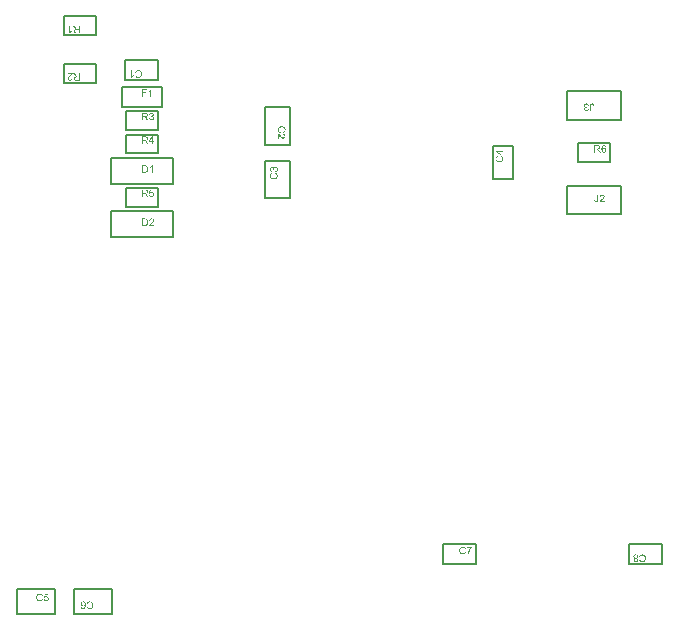
<source format=gbr>
%TF.GenerationSoftware,Altium Limited,Altium Designer,20.2.6 (244)*%
G04 Layer_Color=16711935*
%FSLAX26Y26*%
%MOIN*%
%TF.SameCoordinates,5A7C1849-F1A5-4743-A48D-7E663CB7BB3B*%
%TF.FilePolarity,Positive*%
%TF.FileFunction,Other,Top_Assembly*%
%TF.Part,Single*%
G01*
G75*
%TA.AperFunction,NonConductor*%
%ADD43C,0.007874*%
G36*
X296718Y59979D02*
X296998Y59958D01*
X297320Y59914D01*
X297707Y59850D01*
X298137Y59764D01*
X298589Y59635D01*
X299083Y59484D01*
X299599Y59312D01*
X300115Y59076D01*
X300653Y58797D01*
X301169Y58474D01*
X301685Y58108D01*
X302179Y57657D01*
X302652Y57163D01*
X302674Y57120D01*
X302760Y57033D01*
X302867Y56861D01*
X303039Y56625D01*
X303211Y56303D01*
X303426Y55916D01*
X303641Y55464D01*
X303856Y54926D01*
X304093Y54325D01*
X304308Y53636D01*
X304523Y52862D01*
X304695Y52024D01*
X304867Y51099D01*
X304974Y50089D01*
X305060Y48992D01*
X305082Y48412D01*
Y47810D01*
Y47788D01*
Y47724D01*
Y47617D01*
Y47487D01*
X305060Y47316D01*
Y47122D01*
Y46886D01*
X305039Y46627D01*
X305017Y46327D01*
X304996Y46026D01*
X304974Y45681D01*
X304931Y45337D01*
X304867Y44563D01*
X304738Y43746D01*
X304609Y42886D01*
X304415Y42026D01*
X304200Y41145D01*
X303942Y40264D01*
X303641Y39425D01*
X303276Y38608D01*
X302867Y37877D01*
X302631Y37533D01*
X302394Y37211D01*
X302373Y37167D01*
X302287Y37081D01*
X302158Y36953D01*
X301964Y36759D01*
X301728Y36544D01*
X301448Y36307D01*
X301104Y36028D01*
X300717Y35770D01*
X300287Y35490D01*
X299814Y35233D01*
X299298Y34996D01*
X298739Y34781D01*
X298137Y34587D01*
X297492Y34459D01*
X296804Y34351D01*
X296073Y34330D01*
X295794D01*
X295579Y34351D01*
X295321Y34373D01*
X295020Y34416D01*
X294697Y34480D01*
X294332Y34544D01*
X293966Y34630D01*
X293558Y34738D01*
X293171Y34867D01*
X292762Y35039D01*
X292354Y35233D01*
X291945Y35447D01*
X291558Y35706D01*
X291193Y36007D01*
X291171Y36028D01*
X291107Y36093D01*
X291021Y36178D01*
X290892Y36307D01*
X290741Y36480D01*
X290569Y36694D01*
X290397Y36931D01*
X290204Y37189D01*
X290010Y37511D01*
X289795Y37855D01*
X289623Y38221D01*
X289430Y38630D01*
X289258Y39081D01*
X289129Y39554D01*
X289000Y40048D01*
X288914Y40586D01*
X291988Y40822D01*
Y40801D01*
X292010Y40736D01*
X292031Y40651D01*
X292074Y40522D01*
X292117Y40371D01*
X292160Y40199D01*
X292289Y39812D01*
X292461Y39382D01*
X292676Y38952D01*
X292913Y38544D01*
X293042Y38371D01*
X293171Y38200D01*
X293192Y38178D01*
X293235Y38135D01*
X293300Y38071D01*
X293386Y37984D01*
X293515Y37898D01*
X293665Y37770D01*
X293837Y37662D01*
X294031Y37533D01*
X294461Y37297D01*
X294998Y37081D01*
X295278Y36995D01*
X295579Y36931D01*
X295901Y36888D01*
X296245Y36867D01*
X296396D01*
X296503Y36888D01*
X296632D01*
X296783Y36910D01*
X297127Y36974D01*
X297535Y37060D01*
X297965Y37211D01*
X298417Y37425D01*
X298847Y37705D01*
X298868Y37727D01*
X298911Y37748D01*
X298997Y37812D01*
X299083Y37898D01*
X299212Y38006D01*
X299363Y38157D01*
X299513Y38307D01*
X299685Y38479D01*
X299857Y38694D01*
X300051Y38931D01*
X300244Y39188D01*
X300438Y39468D01*
X300631Y39769D01*
X300803Y40092D01*
X300975Y40457D01*
X301147Y40822D01*
Y40844D01*
X301190Y40908D01*
X301233Y41038D01*
X301276Y41209D01*
X301341Y41403D01*
X301405Y41661D01*
X301491Y41962D01*
X301577Y42306D01*
X301642Y42693D01*
X301728Y43145D01*
X301792Y43617D01*
X301857Y44133D01*
X301921Y44693D01*
X301964Y45294D01*
X301986Y45940D01*
X302007Y46627D01*
X301986Y46606D01*
X301964Y46541D01*
X301900Y46456D01*
X301814Y46348D01*
X301706Y46197D01*
X301577Y46047D01*
X301255Y45681D01*
X300868Y45273D01*
X300395Y44843D01*
X299879Y44456D01*
X299298Y44112D01*
X299277D01*
X299234Y44069D01*
X299126Y44026D01*
X299019Y43983D01*
X298868Y43919D01*
X298696Y43854D01*
X298481Y43768D01*
X298266Y43682D01*
X297750Y43532D01*
X297170Y43403D01*
X296546Y43316D01*
X295901Y43273D01*
X295772D01*
X295600Y43295D01*
X295385Y43316D01*
X295127Y43338D01*
X294805Y43403D01*
X294461Y43467D01*
X294095Y43553D01*
X293687Y43682D01*
X293278Y43833D01*
X292827Y44005D01*
X292397Y44241D01*
X291945Y44499D01*
X291494Y44800D01*
X291064Y45144D01*
X290655Y45553D01*
X290634Y45574D01*
X290569Y45660D01*
X290462Y45789D01*
X290311Y45961D01*
X290139Y46197D01*
X289967Y46456D01*
X289752Y46778D01*
X289559Y47144D01*
X289344Y47552D01*
X289150Y47982D01*
X288978Y48477D01*
X288806Y48992D01*
X288656Y49551D01*
X288548Y50132D01*
X288484Y50755D01*
X288462Y51422D01*
Y51444D01*
Y51529D01*
Y51658D01*
X288484Y51831D01*
Y52024D01*
X288505Y52282D01*
X288548Y52562D01*
X288591Y52862D01*
X288656Y53185D01*
X288720Y53529D01*
X288892Y54282D01*
X289150Y55056D01*
X289322Y55443D01*
X289494Y55830D01*
X289516Y55851D01*
X289537Y55916D01*
X289602Y56023D01*
X289688Y56152D01*
X289795Y56324D01*
X289924Y56517D01*
X290053Y56733D01*
X290225Y56969D01*
X290634Y57464D01*
X291107Y57980D01*
X291687Y58474D01*
X291988Y58711D01*
X292311Y58925D01*
X292332Y58947D01*
X292397Y58968D01*
X292483Y59033D01*
X292633Y59097D01*
X292784Y59184D01*
X292999Y59270D01*
X293235Y59355D01*
X293493Y59463D01*
X293773Y59571D01*
X294074Y59657D01*
X294418Y59742D01*
X294762Y59828D01*
X295536Y59958D01*
X295944Y59979D01*
X296353Y60001D01*
X296525D01*
X296718Y59979D01*
D02*
G37*
G36*
X318584D02*
X318863D01*
X319207Y59958D01*
X319616Y59914D01*
X320067Y59871D01*
X320540Y59785D01*
X321056Y59700D01*
X321594Y59592D01*
X322153Y59463D01*
X322712Y59312D01*
X323249Y59119D01*
X323808Y58904D01*
X324324Y58646D01*
X324819Y58367D01*
X324840Y58345D01*
X324926Y58281D01*
X325055Y58194D01*
X325227Y58066D01*
X325442Y57894D01*
X325700Y57678D01*
X325958Y57420D01*
X326259Y57141D01*
X326560Y56819D01*
X326883Y56474D01*
X327205Y56066D01*
X327528Y55636D01*
X327829Y55184D01*
X328130Y54669D01*
X328431Y54153D01*
X328689Y53572D01*
X328710Y53529D01*
X328753Y53422D01*
X328818Y53249D01*
X328882Y53035D01*
X328990Y52733D01*
X329097Y52389D01*
X329226Y52002D01*
X329334Y51551D01*
X329463Y51056D01*
X329592Y50541D01*
X329699Y49981D01*
X329785Y49401D01*
X329871Y48778D01*
X329936Y48154D01*
X329979Y47487D01*
X330000Y46821D01*
Y46800D01*
Y46778D01*
Y46649D01*
Y46434D01*
X329979Y46154D01*
X329957Y45832D01*
X329914Y45423D01*
X329871Y44993D01*
X329807Y44499D01*
X329742Y43983D01*
X329635Y43424D01*
X329527Y42865D01*
X329377Y42285D01*
X329205Y41704D01*
X329011Y41123D01*
X328775Y40543D01*
X328517Y39984D01*
X328495Y39941D01*
X328452Y39855D01*
X328366Y39705D01*
X328237Y39511D01*
X328087Y39253D01*
X327893Y38974D01*
X327678Y38672D01*
X327420Y38328D01*
X327141Y37984D01*
X326818Y37619D01*
X326474Y37232D01*
X326087Y36867D01*
X325679Y36501D01*
X325227Y36157D01*
X324754Y35834D01*
X324260Y35533D01*
X324217Y35512D01*
X324131Y35469D01*
X323980Y35383D01*
X323765Y35297D01*
X323507Y35190D01*
X323206Y35060D01*
X322862Y34910D01*
X322454Y34760D01*
X322024Y34630D01*
X321551Y34480D01*
X321056Y34351D01*
X320519Y34243D01*
X319960Y34157D01*
X319379Y34072D01*
X318777Y34029D01*
X318154Y34007D01*
X317982D01*
X317788Y34029D01*
X317530D01*
X317208Y34072D01*
X316821Y34114D01*
X316412Y34179D01*
X315961Y34243D01*
X315466Y34351D01*
X314950Y34480D01*
X314434Y34630D01*
X313897Y34824D01*
X313359Y35039D01*
X312843Y35297D01*
X312327Y35598D01*
X311833Y35942D01*
X311811Y35964D01*
X311725Y36028D01*
X311596Y36136D01*
X311403Y36286D01*
X311209Y36501D01*
X310951Y36737D01*
X310693Y37017D01*
X310414Y37340D01*
X310113Y37705D01*
X309812Y38092D01*
X309511Y38544D01*
X309210Y39017D01*
X308930Y39554D01*
X308672Y40113D01*
X308436Y40694D01*
X308221Y41339D01*
X311489Y42112D01*
Y42091D01*
X311532Y41983D01*
X311575Y41855D01*
X311661Y41661D01*
X311747Y41446D01*
X311854Y41166D01*
X311983Y40887D01*
X312134Y40586D01*
X312499Y39919D01*
X312929Y39253D01*
X313187Y38952D01*
X313445Y38651D01*
X313746Y38371D01*
X314047Y38114D01*
X314069Y38092D01*
X314133Y38049D01*
X314219Y38006D01*
X314348Y37920D01*
X314499Y37812D01*
X314714Y37705D01*
X314929Y37597D01*
X315187Y37468D01*
X315466Y37361D01*
X315789Y37254D01*
X316133Y37146D01*
X316498Y37038D01*
X316907Y36953D01*
X317315Y36910D01*
X317767Y36867D01*
X318218Y36845D01*
X318498D01*
X318691Y36867D01*
X318949Y36888D01*
X319229Y36910D01*
X319551Y36953D01*
X319917Y37017D01*
X320282Y37103D01*
X320669Y37189D01*
X321078Y37297D01*
X321486Y37425D01*
X321895Y37597D01*
X322303Y37791D01*
X322690Y38006D01*
X323077Y38242D01*
X323099Y38264D01*
X323163Y38307D01*
X323271Y38393D01*
X323400Y38501D01*
X323550Y38630D01*
X323722Y38801D01*
X323937Y39017D01*
X324152Y39231D01*
X324367Y39489D01*
X324604Y39769D01*
X324819Y40070D01*
X325055Y40414D01*
X325270Y40758D01*
X325464Y41145D01*
X325636Y41553D01*
X325808Y41983D01*
Y42005D01*
X325851Y42091D01*
X325872Y42220D01*
X325937Y42392D01*
X325980Y42607D01*
X326044Y42865D01*
X326130Y43145D01*
X326195Y43467D01*
X326259Y43811D01*
X326345Y44198D01*
X326410Y44585D01*
X326453Y44993D01*
X326539Y45875D01*
X326582Y46800D01*
Y46843D01*
Y46950D01*
Y47122D01*
X326560Y47337D01*
Y47617D01*
X326539Y47939D01*
X326496Y48304D01*
X326474Y48713D01*
X326410Y49143D01*
X326345Y49594D01*
X326195Y50519D01*
X325958Y51486D01*
X325829Y51959D01*
X325657Y52411D01*
X325636Y52432D01*
X325614Y52519D01*
X325550Y52648D01*
X325485Y52798D01*
X325378Y52992D01*
X325270Y53228D01*
X325120Y53486D01*
X324948Y53744D01*
X324754Y54045D01*
X324539Y54325D01*
X324303Y54626D01*
X324045Y54926D01*
X323765Y55206D01*
X323443Y55486D01*
X323120Y55743D01*
X322755Y55980D01*
X322733Y56002D01*
X322669Y56023D01*
X322561Y56087D01*
X322411Y56173D01*
X322217Y56260D01*
X322002Y56346D01*
X321766Y56453D01*
X321486Y56560D01*
X321164Y56690D01*
X320841Y56797D01*
X320497Y56883D01*
X320110Y56969D01*
X319315Y57120D01*
X318906Y57141D01*
X318476Y57163D01*
X318347D01*
X318197Y57141D01*
X318003D01*
X317767Y57120D01*
X317487Y57077D01*
X317186Y57033D01*
X316842Y56969D01*
X316477Y56883D01*
X316111Y56776D01*
X315724Y56647D01*
X315316Y56474D01*
X314929Y56303D01*
X314520Y56087D01*
X314133Y55830D01*
X313768Y55550D01*
X313746Y55529D01*
X313682Y55464D01*
X313574Y55378D01*
X313445Y55249D01*
X313295Y55077D01*
X313101Y54862D01*
X312908Y54626D01*
X312693Y54346D01*
X312478Y54023D01*
X312263Y53679D01*
X312048Y53292D01*
X311833Y52862D01*
X311618Y52389D01*
X311424Y51895D01*
X311274Y51358D01*
X311123Y50777D01*
X307791Y51615D01*
Y51637D01*
X307812Y51658D01*
Y51723D01*
X307834Y51788D01*
X307898Y52002D01*
X308006Y52282D01*
X308113Y52626D01*
X308264Y53013D01*
X308457Y53465D01*
X308651Y53916D01*
X308909Y54410D01*
X309167Y54926D01*
X309489Y55443D01*
X309833Y55959D01*
X310220Y56474D01*
X310629Y56969D01*
X311080Y57420D01*
X311575Y57850D01*
X311596Y57872D01*
X311704Y57937D01*
X311854Y58044D01*
X312048Y58194D01*
X312327Y58345D01*
X312628Y58538D01*
X312994Y58732D01*
X313424Y58925D01*
X313875Y59119D01*
X314391Y59312D01*
X314929Y59506D01*
X315509Y59657D01*
X316133Y59807D01*
X316778Y59914D01*
X317487Y59979D01*
X318197Y60001D01*
X318369D01*
X318584Y59979D01*
D02*
G37*
G36*
X1690519Y1561655D02*
X1696539D01*
Y1558559D01*
X1690519D01*
Y1547680D01*
X1687681D01*
X1671406Y1559139D01*
Y1561655D01*
X1687681D01*
Y1565052D01*
X1690519D01*
Y1561655D01*
D02*
G37*
G36*
X1688627Y1545810D02*
X1688691D01*
X1688756Y1545788D01*
X1688971Y1545724D01*
X1689251Y1545616D01*
X1689594Y1545508D01*
X1689982Y1545358D01*
X1690433Y1545165D01*
X1690884Y1544971D01*
X1691379Y1544713D01*
X1691895Y1544455D01*
X1692411Y1544132D01*
X1692927Y1543789D01*
X1693443Y1543401D01*
X1693938Y1542993D01*
X1694389Y1542542D01*
X1694819Y1542047D01*
X1694841Y1542025D01*
X1694905Y1541918D01*
X1695013Y1541767D01*
X1695163Y1541574D01*
X1695313Y1541294D01*
X1695507Y1540994D01*
X1695700Y1540628D01*
X1695894Y1540198D01*
X1696088Y1539746D01*
X1696281Y1539230D01*
X1696475Y1538693D01*
X1696625Y1538112D01*
X1696775Y1537489D01*
X1696883Y1536844D01*
X1696947Y1536134D01*
X1696969Y1535425D01*
Y1535253D01*
X1696947Y1535038D01*
Y1534758D01*
X1696926Y1534415D01*
X1696883Y1534006D01*
X1696840Y1533554D01*
X1696754Y1533082D01*
X1696668Y1532565D01*
X1696561Y1532028D01*
X1696431Y1531469D01*
X1696281Y1530910D01*
X1696088Y1530372D01*
X1695872Y1529813D01*
X1695614Y1529297D01*
X1695335Y1528803D01*
X1695313Y1528782D01*
X1695249Y1528696D01*
X1695163Y1528566D01*
X1695034Y1528395D01*
X1694862Y1528179D01*
X1694647Y1527921D01*
X1694389Y1527664D01*
X1694110Y1527362D01*
X1693787Y1527062D01*
X1693443Y1526739D01*
X1693034Y1526417D01*
X1692604Y1526094D01*
X1692153Y1525793D01*
X1691637Y1525492D01*
X1691121Y1525191D01*
X1690541Y1524933D01*
X1690497Y1524911D01*
X1690390Y1524869D01*
X1690218Y1524804D01*
X1690003Y1524739D01*
X1689702Y1524632D01*
X1689358Y1524524D01*
X1688971Y1524396D01*
X1688520Y1524288D01*
X1688025Y1524159D01*
X1687509Y1524030D01*
X1686950Y1523922D01*
X1686370Y1523836D01*
X1685746Y1523751D01*
X1685122Y1523686D01*
X1684456Y1523643D01*
X1683790Y1523621D01*
X1683768D01*
X1683746D01*
X1683618D01*
X1683402D01*
X1683123Y1523643D01*
X1682801Y1523665D01*
X1682392Y1523707D01*
X1681962Y1523751D01*
X1681467Y1523815D01*
X1680951Y1523880D01*
X1680392Y1523987D01*
X1679833Y1524094D01*
X1679253Y1524245D01*
X1678672Y1524417D01*
X1678092Y1524611D01*
X1677512Y1524847D01*
X1676953Y1525105D01*
X1676909Y1525127D01*
X1676823Y1525169D01*
X1676673Y1525255D01*
X1676479Y1525384D01*
X1676222Y1525535D01*
X1675942Y1525728D01*
X1675641Y1525944D01*
X1675297Y1526201D01*
X1674953Y1526481D01*
X1674588Y1526803D01*
X1674200Y1527148D01*
X1673835Y1527534D01*
X1673469Y1527943D01*
X1673126Y1528395D01*
X1672803Y1528868D01*
X1672502Y1529362D01*
X1672480Y1529405D01*
X1672438Y1529491D01*
X1672351Y1529641D01*
X1672265Y1529857D01*
X1672158Y1530114D01*
X1672029Y1530416D01*
X1671879Y1530759D01*
X1671728Y1531168D01*
X1671599Y1531598D01*
X1671448Y1532071D01*
X1671320Y1532565D01*
X1671212Y1533103D01*
X1671126Y1533662D01*
X1671040Y1534243D01*
X1670997Y1534844D01*
X1670976Y1535468D01*
Y1535640D01*
X1670997Y1535833D01*
Y1536091D01*
X1671040Y1536414D01*
X1671083Y1536801D01*
X1671148Y1537209D01*
X1671212Y1537661D01*
X1671320Y1538156D01*
X1671448Y1538671D01*
X1671599Y1539188D01*
X1671793Y1539725D01*
X1672007Y1540263D01*
X1672265Y1540778D01*
X1672566Y1541294D01*
X1672910Y1541789D01*
X1672932Y1541811D01*
X1672996Y1541897D01*
X1673104Y1542025D01*
X1673255Y1542219D01*
X1673469Y1542412D01*
X1673706Y1542670D01*
X1673986Y1542928D01*
X1674308Y1543208D01*
X1674674Y1543509D01*
X1675061Y1543810D01*
X1675512Y1544111D01*
X1675985Y1544412D01*
X1676523Y1544691D01*
X1677082Y1544949D01*
X1677662Y1545186D01*
X1678307Y1545401D01*
X1679081Y1542133D01*
X1679060D01*
X1678952Y1542090D01*
X1678823Y1542047D01*
X1678630Y1541961D01*
X1678415Y1541875D01*
X1678135Y1541767D01*
X1677855Y1541639D01*
X1677554Y1541488D01*
X1676888Y1541122D01*
X1676222Y1540693D01*
X1675920Y1540435D01*
X1675620Y1540177D01*
X1675340Y1539876D01*
X1675082Y1539574D01*
X1675061Y1539553D01*
X1675017Y1539488D01*
X1674975Y1539402D01*
X1674889Y1539274D01*
X1674781Y1539123D01*
X1674674Y1538908D01*
X1674566Y1538693D01*
X1674437Y1538435D01*
X1674330Y1538156D01*
X1674222Y1537833D01*
X1674114Y1537489D01*
X1674007Y1537123D01*
X1673921Y1536715D01*
X1673878Y1536306D01*
X1673835Y1535855D01*
X1673813Y1535403D01*
Y1535124D01*
X1673835Y1534930D01*
X1673857Y1534672D01*
X1673878Y1534393D01*
X1673921Y1534071D01*
X1673986Y1533705D01*
X1674072Y1533340D01*
X1674158Y1532953D01*
X1674265Y1532544D01*
X1674394Y1532136D01*
X1674566Y1531727D01*
X1674759Y1531319D01*
X1674975Y1530931D01*
X1675211Y1530544D01*
X1675233Y1530523D01*
X1675275Y1530458D01*
X1675361Y1530351D01*
X1675469Y1530222D01*
X1675598Y1530072D01*
X1675770Y1529899D01*
X1675985Y1529685D01*
X1676200Y1529469D01*
X1676458Y1529255D01*
X1676737Y1529018D01*
X1677039Y1528803D01*
X1677382Y1528566D01*
X1677726Y1528351D01*
X1678113Y1528158D01*
X1678522Y1527986D01*
X1678952Y1527814D01*
X1678974D01*
X1679060Y1527771D01*
X1679188Y1527749D01*
X1679361Y1527685D01*
X1679575Y1527642D01*
X1679833Y1527578D01*
X1680113Y1527492D01*
X1680436Y1527427D01*
X1680780Y1527362D01*
X1681167Y1527276D01*
X1681553Y1527212D01*
X1681962Y1527169D01*
X1682843Y1527083D01*
X1683768Y1527040D01*
X1683811D01*
X1683918D01*
X1684091D01*
X1684305Y1527062D01*
X1684585D01*
X1684908Y1527083D01*
X1685273Y1527126D01*
X1685681Y1527148D01*
X1686111Y1527212D01*
X1686563Y1527276D01*
X1687487Y1527427D01*
X1688455Y1527664D01*
X1688928Y1527793D01*
X1689380Y1527965D01*
X1689401Y1527986D01*
X1689487Y1528007D01*
X1689616Y1528072D01*
X1689766Y1528137D01*
X1689960Y1528244D01*
X1690197Y1528351D01*
X1690455Y1528502D01*
X1690713Y1528674D01*
X1691014Y1528868D01*
X1691293Y1529082D01*
X1691594Y1529319D01*
X1691895Y1529577D01*
X1692175Y1529857D01*
X1692454Y1530179D01*
X1692712Y1530502D01*
X1692948Y1530867D01*
X1692970Y1530889D01*
X1692992Y1530953D01*
X1693056Y1531061D01*
X1693142Y1531211D01*
X1693228Y1531405D01*
X1693314Y1531620D01*
X1693421Y1531856D01*
X1693529Y1532136D01*
X1693658Y1532458D01*
X1693765Y1532781D01*
X1693851Y1533124D01*
X1693938Y1533512D01*
X1694088Y1534307D01*
X1694110Y1534716D01*
X1694131Y1535146D01*
Y1535274D01*
X1694110Y1535425D01*
Y1535619D01*
X1694088Y1535855D01*
X1694045Y1536134D01*
X1694002Y1536436D01*
X1693938Y1536780D01*
X1693851Y1537145D01*
X1693744Y1537511D01*
X1693615Y1537898D01*
X1693443Y1538306D01*
X1693271Y1538693D01*
X1693056Y1539101D01*
X1692798Y1539488D01*
X1692518Y1539854D01*
X1692497Y1539876D01*
X1692432Y1539940D01*
X1692347Y1540047D01*
X1692217Y1540177D01*
X1692045Y1540327D01*
X1691831Y1540521D01*
X1691594Y1540714D01*
X1691314Y1540929D01*
X1690992Y1541144D01*
X1690648Y1541359D01*
X1690261Y1541574D01*
X1689831Y1541789D01*
X1689358Y1542004D01*
X1688863Y1542197D01*
X1688326Y1542348D01*
X1687745Y1542498D01*
X1688584Y1545831D01*
X1688605D01*
X1688627Y1545810D01*
D02*
G37*
G36*
X958727Y1643680D02*
X959050Y1643658D01*
X959458Y1643615D01*
X959888Y1643572D01*
X960383Y1643508D01*
X960899Y1643443D01*
X961458Y1643336D01*
X962017Y1643228D01*
X962597Y1643078D01*
X963178Y1642906D01*
X963758Y1642712D01*
X964339Y1642476D01*
X964898Y1642218D01*
X964941Y1642196D01*
X965027Y1642153D01*
X965177Y1642067D01*
X965371Y1641938D01*
X965629Y1641788D01*
X965908Y1641594D01*
X966209Y1641379D01*
X966553Y1641121D01*
X966897Y1640842D01*
X967263Y1640519D01*
X967650Y1640175D01*
X968015Y1639788D01*
X968381Y1639380D01*
X968725Y1638928D01*
X969047Y1638455D01*
X969348Y1637961D01*
X969370Y1637918D01*
X969413Y1637832D01*
X969499Y1637681D01*
X969585Y1637466D01*
X969692Y1637208D01*
X969821Y1636907D01*
X969972Y1636563D01*
X970122Y1636155D01*
X970251Y1635725D01*
X970402Y1635252D01*
X970531Y1634757D01*
X970638Y1634220D01*
X970724Y1633661D01*
X970810Y1633080D01*
X970853Y1632478D01*
X970875Y1631855D01*
Y1631683D01*
X970853Y1631489D01*
Y1631231D01*
X970810Y1630909D01*
X970767Y1630522D01*
X970703Y1630113D01*
X970638Y1629662D01*
X970531Y1629167D01*
X970402Y1628651D01*
X970251Y1628135D01*
X970058Y1627598D01*
X969843Y1627060D01*
X969585Y1626544D01*
X969284Y1626028D01*
X968940Y1625534D01*
X968918Y1625512D01*
X968854Y1625426D01*
X968746Y1625297D01*
X968596Y1625104D01*
X968381Y1624910D01*
X968144Y1624652D01*
X967865Y1624394D01*
X967542Y1624115D01*
X967177Y1623814D01*
X966790Y1623513D01*
X966338Y1623212D01*
X965865Y1622911D01*
X965328Y1622631D01*
X964769Y1622373D01*
X964188Y1622137D01*
X963543Y1621922D01*
X962769Y1625190D01*
X962791D01*
X962898Y1625233D01*
X963027Y1625276D01*
X963221Y1625362D01*
X963436Y1625448D01*
X963715Y1625555D01*
X963995Y1625684D01*
X964296Y1625835D01*
X964962Y1626200D01*
X965629Y1626630D01*
X965930Y1626888D01*
X966231Y1627146D01*
X966510Y1627447D01*
X966768Y1627748D01*
X966790Y1627770D01*
X966833Y1627834D01*
X966876Y1627920D01*
X966962Y1628049D01*
X967069Y1628200D01*
X967177Y1628415D01*
X967284Y1628630D01*
X967413Y1628888D01*
X967521Y1629167D01*
X967628Y1629490D01*
X967736Y1629834D01*
X967843Y1630199D01*
X967929Y1630608D01*
X967972Y1631016D01*
X968015Y1631468D01*
X968037Y1631919D01*
Y1632199D01*
X968015Y1632392D01*
X967994Y1632650D01*
X967972Y1632930D01*
X967929Y1633252D01*
X967865Y1633618D01*
X967779Y1633983D01*
X967693Y1634370D01*
X967585Y1634779D01*
X967456Y1635187D01*
X967284Y1635596D01*
X967091Y1636004D01*
X966876Y1636391D01*
X966639Y1636778D01*
X966618Y1636800D01*
X966575Y1636864D01*
X966489Y1636972D01*
X966381Y1637101D01*
X966252Y1637251D01*
X966080Y1637423D01*
X965865Y1637638D01*
X965650Y1637853D01*
X965392Y1638068D01*
X965113Y1638305D01*
X964812Y1638520D01*
X964468Y1638756D01*
X964124Y1638971D01*
X963737Y1639165D01*
X963328Y1639337D01*
X962898Y1639509D01*
X962877D01*
X962791Y1639552D01*
X962662Y1639573D01*
X962490Y1639638D01*
X962275Y1639681D01*
X962017Y1639745D01*
X961737Y1639831D01*
X961415Y1639896D01*
X961071Y1639960D01*
X960684Y1640046D01*
X960297Y1640111D01*
X959888Y1640154D01*
X959007Y1640240D01*
X958082Y1640283D01*
X958039D01*
X957932D01*
X957760D01*
X957545Y1640261D01*
X957265D01*
X956943Y1640240D01*
X956577Y1640197D01*
X956169Y1640175D01*
X955739Y1640111D01*
X955287Y1640046D01*
X954363Y1639896D01*
X953395Y1639659D01*
X952922Y1639530D01*
X952471Y1639358D01*
X952449Y1639337D01*
X952363Y1639315D01*
X952234Y1639251D01*
X952084Y1639186D01*
X951890Y1639079D01*
X951654Y1638971D01*
X951396Y1638821D01*
X951138Y1638649D01*
X950837Y1638455D01*
X950557Y1638240D01*
X950256Y1638004D01*
X949955Y1637746D01*
X949676Y1637466D01*
X949396Y1637144D01*
X949138Y1636821D01*
X948902Y1636456D01*
X948880Y1636434D01*
X948859Y1636370D01*
X948794Y1636262D01*
X948708Y1636112D01*
X948622Y1635918D01*
X948536Y1635703D01*
X948429Y1635467D01*
X948321Y1635187D01*
X948192Y1634865D01*
X948085Y1634542D01*
X947999Y1634198D01*
X947913Y1633811D01*
X947762Y1633016D01*
X947741Y1632607D01*
X947719Y1632177D01*
Y1632048D01*
X947741Y1631898D01*
Y1631704D01*
X947762Y1631468D01*
X947805Y1631188D01*
X947848Y1630887D01*
X947913Y1630543D01*
X947999Y1630178D01*
X948106Y1629812D01*
X948235Y1629425D01*
X948407Y1629017D01*
X948579Y1628630D01*
X948794Y1628221D01*
X949052Y1627834D01*
X949332Y1627469D01*
X949353Y1627447D01*
X949418Y1627383D01*
X949504Y1627275D01*
X949633Y1627146D01*
X949805Y1626996D01*
X950020Y1626802D01*
X950256Y1626609D01*
X950536Y1626394D01*
X950858Y1626179D01*
X951202Y1625964D01*
X951589Y1625749D01*
X952019Y1625534D01*
X952492Y1625319D01*
X952987Y1625125D01*
X953524Y1624975D01*
X954105Y1624824D01*
X953266Y1621492D01*
X953245D01*
X953223Y1621513D01*
X953159D01*
X953094Y1621535D01*
X952879Y1621599D01*
X952600Y1621707D01*
X952256Y1621814D01*
X951869Y1621965D01*
X951417Y1622158D01*
X950966Y1622352D01*
X950471Y1622610D01*
X949955Y1622868D01*
X949439Y1623190D01*
X948923Y1623534D01*
X948407Y1623921D01*
X947913Y1624330D01*
X947461Y1624781D01*
X947031Y1625276D01*
X947010Y1625297D01*
X946945Y1625405D01*
X946838Y1625555D01*
X946687Y1625749D01*
X946537Y1626028D01*
X946343Y1626329D01*
X946150Y1626695D01*
X945956Y1627125D01*
X945763Y1627576D01*
X945569Y1628092D01*
X945376Y1628630D01*
X945225Y1629210D01*
X945075Y1629834D01*
X944967Y1630479D01*
X944903Y1631188D01*
X944881Y1631898D01*
Y1632070D01*
X944903Y1632285D01*
Y1632564D01*
X944924Y1632908D01*
X944967Y1633317D01*
X945010Y1633768D01*
X945096Y1634241D01*
X945182Y1634757D01*
X945290Y1635295D01*
X945419Y1635854D01*
X945569Y1636413D01*
X945763Y1636950D01*
X945978Y1637509D01*
X946236Y1638025D01*
X946515Y1638520D01*
X946537Y1638541D01*
X946601Y1638627D01*
X946687Y1638756D01*
X946816Y1638928D01*
X946988Y1639143D01*
X947203Y1639401D01*
X947461Y1639659D01*
X947741Y1639960D01*
X948063Y1640261D01*
X948407Y1640584D01*
X948816Y1640906D01*
X949246Y1641229D01*
X949697Y1641530D01*
X950213Y1641831D01*
X950729Y1642132D01*
X951310Y1642390D01*
X951353Y1642411D01*
X951460Y1642454D01*
X951632Y1642519D01*
X951847Y1642583D01*
X952148Y1642691D01*
X952492Y1642798D01*
X952879Y1642927D01*
X953331Y1643035D01*
X953825Y1643164D01*
X954341Y1643293D01*
X954900Y1643400D01*
X955481Y1643486D01*
X956104Y1643572D01*
X956728Y1643637D01*
X957394Y1643680D01*
X958061Y1643701D01*
X958082D01*
X958104D01*
X958233D01*
X958448D01*
X958727Y1643680D01*
D02*
G37*
G36*
X945999Y1619019D02*
X946322Y1618976D01*
X946666Y1618912D01*
X947053Y1618826D01*
X947440Y1618697D01*
X947461D01*
X947526Y1618675D01*
X947612Y1618632D01*
X947741Y1618568D01*
X947891Y1618503D01*
X948063Y1618417D01*
X948278Y1618310D01*
X948493Y1618202D01*
X949009Y1617923D01*
X949568Y1617557D01*
X950170Y1617149D01*
X950772Y1616654D01*
X950794Y1616633D01*
X950858Y1616590D01*
X950944Y1616504D01*
X951073Y1616396D01*
X951224Y1616246D01*
X951417Y1616074D01*
X951632Y1615859D01*
X951869Y1615622D01*
X952148Y1615364D01*
X952428Y1615063D01*
X952750Y1614719D01*
X953073Y1614354D01*
X953438Y1613967D01*
X953804Y1613537D01*
X954191Y1613085D01*
X954578Y1612612D01*
Y1612591D01*
X954621Y1612569D01*
X954728Y1612440D01*
X954900Y1612225D01*
X955137Y1611946D01*
X955416Y1611623D01*
X955760Y1611236D01*
X956126Y1610828D01*
X956513Y1610398D01*
X956921Y1609925D01*
X957373Y1609473D01*
X957803Y1609000D01*
X958254Y1608549D01*
X958684Y1608140D01*
X959114Y1607732D01*
X959523Y1607388D01*
X959910Y1607087D01*
X959931Y1607065D01*
X959996Y1607022D01*
X960103Y1606958D01*
X960254Y1606850D01*
X960426Y1606743D01*
X960619Y1606635D01*
X960856Y1606506D01*
X961114Y1606356D01*
X961694Y1606098D01*
X962318Y1605861D01*
X962640Y1605775D01*
X962963Y1605711D01*
X963307Y1605668D01*
X963629Y1605646D01*
X963651D01*
X963715D01*
X963801D01*
X963930Y1605668D01*
X964102Y1605689D01*
X964274Y1605711D01*
X964489Y1605754D01*
X964704Y1605818D01*
X965199Y1605969D01*
X965435Y1606076D01*
X965715Y1606205D01*
X965973Y1606356D01*
X966231Y1606528D01*
X966489Y1606721D01*
X966725Y1606958D01*
X966747Y1606979D01*
X966790Y1607022D01*
X966833Y1607087D01*
X966919Y1607194D01*
X967026Y1607323D01*
X967134Y1607474D01*
X967241Y1607667D01*
X967370Y1607882D01*
X967478Y1608119D01*
X967585Y1608377D01*
X967693Y1608656D01*
X967800Y1608957D01*
X967886Y1609280D01*
X967929Y1609624D01*
X967972Y1609989D01*
X967994Y1610376D01*
Y1610591D01*
X967972Y1610742D01*
X967951Y1610935D01*
X967929Y1611150D01*
X967886Y1611387D01*
X967822Y1611666D01*
X967671Y1612225D01*
X967564Y1612526D01*
X967413Y1612827D01*
X967263Y1613128D01*
X967091Y1613408D01*
X966876Y1613687D01*
X966639Y1613945D01*
X966618Y1613967D01*
X966575Y1614010D01*
X966510Y1614074D01*
X966403Y1614160D01*
X966252Y1614246D01*
X966102Y1614375D01*
X965908Y1614483D01*
X965672Y1614612D01*
X965435Y1614741D01*
X965156Y1614848D01*
X964855Y1614977D01*
X964532Y1615063D01*
X964167Y1615149D01*
X963801Y1615214D01*
X963393Y1615257D01*
X962963Y1615278D01*
X963285Y1618460D01*
X963328D01*
X963436Y1618439D01*
X963629Y1618417D01*
X963866Y1618374D01*
X964167Y1618310D01*
X964511Y1618245D01*
X964876Y1618159D01*
X965285Y1618030D01*
X965715Y1617901D01*
X966166Y1617729D01*
X966618Y1617536D01*
X967069Y1617299D01*
X967499Y1617041D01*
X967929Y1616740D01*
X968316Y1616396D01*
X968682Y1616031D01*
X968703Y1616009D01*
X968768Y1615923D01*
X968854Y1615816D01*
X968983Y1615644D01*
X969112Y1615429D01*
X969284Y1615171D01*
X969434Y1614870D01*
X969628Y1614526D01*
X969800Y1614139D01*
X969972Y1613709D01*
X970122Y1613236D01*
X970251Y1612720D01*
X970380Y1612182D01*
X970466Y1611580D01*
X970531Y1610957D01*
X970552Y1610312D01*
Y1610161D01*
X970531Y1609968D01*
Y1609710D01*
X970488Y1609409D01*
X970445Y1609065D01*
X970380Y1608656D01*
X970294Y1608248D01*
X970187Y1607796D01*
X970058Y1607323D01*
X969886Y1606850D01*
X969692Y1606377D01*
X969477Y1605904D01*
X969198Y1605453D01*
X968897Y1605001D01*
X968531Y1604593D01*
X968510Y1604571D01*
X968445Y1604507D01*
X968338Y1604399D01*
X968166Y1604249D01*
X967972Y1604098D01*
X967736Y1603926D01*
X967478Y1603733D01*
X967155Y1603518D01*
X966811Y1603324D01*
X966446Y1603131D01*
X966037Y1602959D01*
X965586Y1602787D01*
X965134Y1602658D01*
X964640Y1602550D01*
X964102Y1602486D01*
X963565Y1602464D01*
X963543D01*
X963500D01*
X963414D01*
X963307D01*
X963178Y1602486D01*
X963006D01*
X962834Y1602507D01*
X962640Y1602550D01*
X962189Y1602615D01*
X961673Y1602722D01*
X961135Y1602873D01*
X960598Y1603088D01*
X960576D01*
X960533Y1603109D01*
X960447Y1603152D01*
X960340Y1603217D01*
X960211Y1603281D01*
X960060Y1603367D01*
X959867Y1603453D01*
X959673Y1603582D01*
X959200Y1603862D01*
X958684Y1604227D01*
X958125Y1604657D01*
X957523Y1605152D01*
X957502Y1605173D01*
X957459Y1605216D01*
X957351Y1605302D01*
X957222Y1605431D01*
X957072Y1605582D01*
X956857Y1605775D01*
X956642Y1606012D01*
X956362Y1606270D01*
X956061Y1606592D01*
X955739Y1606936D01*
X955373Y1607323D01*
X954965Y1607753D01*
X954556Y1608205D01*
X954083Y1608721D01*
X953610Y1609280D01*
X953094Y1609882D01*
X953073Y1609903D01*
X952987Y1610011D01*
X952879Y1610140D01*
X952729Y1610333D01*
X952535Y1610548D01*
X952320Y1610806D01*
X952084Y1611086D01*
X951826Y1611365D01*
X951310Y1611967D01*
X950772Y1612548D01*
X950536Y1612827D01*
X950321Y1613064D01*
X950106Y1613279D01*
X949934Y1613451D01*
X949891Y1613494D01*
X949783Y1613580D01*
X949633Y1613730D01*
X949418Y1613902D01*
X949181Y1614117D01*
X948902Y1614332D01*
X948601Y1614547D01*
X948278Y1614762D01*
Y1602421D01*
X945311D01*
Y1619041D01*
X945333D01*
X945354D01*
X945419D01*
X945505D01*
X945720D01*
X945999Y1619019D01*
D02*
G37*
G36*
X937357Y1508051D02*
X937594Y1508030D01*
X937873Y1508008D01*
X938196Y1507944D01*
X938561Y1507879D01*
X938970Y1507772D01*
X939400Y1507643D01*
X939830Y1507492D01*
X940303Y1507299D01*
X940776Y1507062D01*
X941249Y1506783D01*
X941700Y1506460D01*
X942173Y1506095D01*
X942603Y1505665D01*
X942625Y1505643D01*
X942711Y1505557D01*
X942818Y1505428D01*
X942969Y1505235D01*
X943141Y1504998D01*
X943334Y1504719D01*
X943528Y1504375D01*
X943743Y1504009D01*
X943958Y1503579D01*
X944151Y1503128D01*
X944345Y1502633D01*
X944517Y1502096D01*
X944667Y1501515D01*
X944775Y1500913D01*
X944861Y1500268D01*
X944882Y1499602D01*
Y1499451D01*
X944861Y1499279D01*
Y1499043D01*
X944818Y1498763D01*
X944775Y1498441D01*
X944710Y1498075D01*
X944646Y1497667D01*
X944538Y1497258D01*
X944409Y1496807D01*
X944237Y1496355D01*
X944065Y1495882D01*
X943829Y1495431D01*
X943571Y1494958D01*
X943270Y1494528D01*
X942926Y1494098D01*
X942904Y1494076D01*
X942840Y1494012D01*
X942732Y1493904D01*
X942560Y1493754D01*
X942367Y1493582D01*
X942130Y1493388D01*
X941851Y1493195D01*
X941550Y1492980D01*
X941184Y1492765D01*
X940797Y1492550D01*
X940389Y1492335D01*
X939937Y1492141D01*
X939443Y1491969D01*
X938927Y1491819D01*
X938389Y1491711D01*
X937809Y1491625D01*
X937400Y1494721D01*
X937422D01*
X937508Y1494743D01*
X937658Y1494786D01*
X937830Y1494829D01*
X938045Y1494872D01*
X938282Y1494958D01*
X938561Y1495044D01*
X938862Y1495130D01*
X939486Y1495388D01*
X940109Y1495689D01*
X940410Y1495861D01*
X940690Y1496076D01*
X940948Y1496269D01*
X941184Y1496506D01*
X941206Y1496527D01*
X941227Y1496570D01*
X941292Y1496635D01*
X941356Y1496742D01*
X941442Y1496850D01*
X941550Y1497000D01*
X941657Y1497172D01*
X941743Y1497366D01*
X941851Y1497581D01*
X941958Y1497817D01*
X942152Y1498355D01*
X942281Y1498957D01*
X942302Y1499279D01*
X942324Y1499623D01*
Y1499838D01*
X942302Y1499989D01*
X942281Y1500182D01*
X942238Y1500397D01*
X942195Y1500634D01*
X942130Y1500913D01*
X942066Y1501193D01*
X941958Y1501494D01*
X941829Y1501795D01*
X941679Y1502096D01*
X941507Y1502418D01*
X941313Y1502719D01*
X941077Y1503020D01*
X940819Y1503300D01*
X940797Y1503321D01*
X940754Y1503364D01*
X940668Y1503429D01*
X940539Y1503536D01*
X940410Y1503644D01*
X940217Y1503773D01*
X940023Y1503923D01*
X939787Y1504052D01*
X939529Y1504203D01*
X939249Y1504332D01*
X938948Y1504461D01*
X938604Y1504568D01*
X938260Y1504676D01*
X937895Y1504740D01*
X937508Y1504783D01*
X937099Y1504805D01*
X937078D01*
X937013D01*
X936884D01*
X936734Y1504783D01*
X936562Y1504762D01*
X936347Y1504740D01*
X936110Y1504697D01*
X935852Y1504633D01*
X935315Y1504461D01*
X935014Y1504353D01*
X934713Y1504224D01*
X934433Y1504052D01*
X934132Y1503859D01*
X933853Y1503644D01*
X933595Y1503407D01*
X933573Y1503386D01*
X933530Y1503343D01*
X933466Y1503257D01*
X933380Y1503149D01*
X933272Y1503020D01*
X933165Y1502870D01*
X933036Y1502676D01*
X932907Y1502461D01*
X932778Y1502203D01*
X932649Y1501945D01*
X932541Y1501644D01*
X932434Y1501343D01*
X932348Y1500999D01*
X932283Y1500655D01*
X932240Y1500268D01*
X932219Y1499881D01*
Y1499731D01*
X932240Y1499537D01*
X932262Y1499279D01*
X932305Y1498957D01*
X932348Y1498591D01*
X932434Y1498183D01*
X932541Y1497710D01*
X929832Y1498054D01*
Y1498097D01*
X929854Y1498226D01*
X929875Y1498398D01*
Y1498742D01*
X929854Y1498871D01*
Y1499043D01*
X929811Y1499258D01*
X929789Y1499473D01*
X929746Y1499731D01*
X929617Y1500268D01*
X929445Y1500870D01*
X929187Y1501472D01*
X929015Y1501773D01*
X928843Y1502074D01*
X928822Y1502096D01*
X928800Y1502139D01*
X928736Y1502225D01*
X928650Y1502332D01*
X928542Y1502440D01*
X928413Y1502569D01*
X928241Y1502719D01*
X928069Y1502870D01*
X927854Y1503020D01*
X927618Y1503171D01*
X927360Y1503300D01*
X927080Y1503407D01*
X926758Y1503515D01*
X926435Y1503601D01*
X926070Y1503644D01*
X925683Y1503665D01*
X925661D01*
X925597D01*
X925511D01*
X925403Y1503644D01*
X925253Y1503622D01*
X925081Y1503601D01*
X924694Y1503515D01*
X924242Y1503386D01*
X923769Y1503171D01*
X923533Y1503042D01*
X923318Y1502891D01*
X923081Y1502719D01*
X922866Y1502504D01*
X922845Y1502483D01*
X922823Y1502461D01*
X922759Y1502397D01*
X922694Y1502289D01*
X922608Y1502182D01*
X922522Y1502053D01*
X922415Y1501881D01*
X922307Y1501709D01*
X922092Y1501279D01*
X921920Y1500763D01*
X921791Y1500182D01*
X921770Y1499881D01*
X921748Y1499537D01*
Y1499365D01*
X921770Y1499236D01*
X921791Y1499086D01*
X921813Y1498914D01*
X921899Y1498505D01*
X922028Y1498032D01*
X922221Y1497516D01*
X922350Y1497280D01*
X922501Y1497022D01*
X922694Y1496785D01*
X922888Y1496549D01*
X922909Y1496527D01*
X922931Y1496506D01*
X923017Y1496441D01*
X923103Y1496355D01*
X923210Y1496269D01*
X923361Y1496162D01*
X923533Y1496033D01*
X923748Y1495904D01*
X923963Y1495775D01*
X924221Y1495646D01*
X924500Y1495517D01*
X924801Y1495388D01*
X925124Y1495280D01*
X925489Y1495173D01*
X925876Y1495087D01*
X926285Y1495022D01*
X925726Y1491926D01*
X925683D01*
X925597Y1491948D01*
X925425Y1491991D01*
X925210Y1492055D01*
X924952Y1492120D01*
X924651Y1492206D01*
X924328Y1492313D01*
X923963Y1492464D01*
X923576Y1492614D01*
X923189Y1492808D01*
X922802Y1493001D01*
X922393Y1493238D01*
X922006Y1493517D01*
X921619Y1493797D01*
X921254Y1494119D01*
X920931Y1494485D01*
X920910Y1494506D01*
X920867Y1494571D01*
X920781Y1494700D01*
X920652Y1494850D01*
X920523Y1495044D01*
X920394Y1495280D01*
X920222Y1495538D01*
X920071Y1495861D01*
X919921Y1496205D01*
X919749Y1496592D01*
X919620Y1497000D01*
X919469Y1497430D01*
X919362Y1497903D01*
X919276Y1498398D01*
X919233Y1498935D01*
X919211Y1499473D01*
Y1499666D01*
X919233Y1499817D01*
Y1500010D01*
X919254Y1500225D01*
X919276Y1500462D01*
X919319Y1500720D01*
X919426Y1501300D01*
X919598Y1501945D01*
X919813Y1502612D01*
X920114Y1503257D01*
Y1503278D01*
X920157Y1503343D01*
X920200Y1503429D01*
X920265Y1503536D01*
X920372Y1503687D01*
X920480Y1503859D01*
X920738Y1504246D01*
X921082Y1504676D01*
X921512Y1505127D01*
X921985Y1505536D01*
X922522Y1505923D01*
X922544Y1505944D01*
X922587Y1505966D01*
X922673Y1506009D01*
X922780Y1506073D01*
X922931Y1506138D01*
X923081Y1506224D01*
X923275Y1506310D01*
X923490Y1506396D01*
X923963Y1506546D01*
X924522Y1506697D01*
X925124Y1506804D01*
X925425Y1506847D01*
X925747D01*
X925769D01*
X925812D01*
X925898D01*
X926027Y1506826D01*
X926156D01*
X926328Y1506804D01*
X926736Y1506740D01*
X927188Y1506632D01*
X927682Y1506482D01*
X928198Y1506267D01*
X928714Y1505966D01*
X928736D01*
X928779Y1505923D01*
X928843Y1505880D01*
X928929Y1505794D01*
X929187Y1505600D01*
X929488Y1505321D01*
X929811Y1504934D01*
X930176Y1504504D01*
X930520Y1503966D01*
X930843Y1503364D01*
Y1503386D01*
X930864Y1503472D01*
X930907Y1503579D01*
X930950Y1503730D01*
X931015Y1503923D01*
X931101Y1504138D01*
X931187Y1504375D01*
X931294Y1504633D01*
X931595Y1505192D01*
X931767Y1505471D01*
X931961Y1505772D01*
X932176Y1506052D01*
X932412Y1506331D01*
X932670Y1506589D01*
X932971Y1506826D01*
X932993Y1506847D01*
X933036Y1506890D01*
X933143Y1506933D01*
X933251Y1507019D01*
X933423Y1507105D01*
X933616Y1507213D01*
X933831Y1507342D01*
X934089Y1507449D01*
X934369Y1507557D01*
X934670Y1507686D01*
X935014Y1507793D01*
X935358Y1507879D01*
X935745Y1507965D01*
X936153Y1508030D01*
X936583Y1508051D01*
X937035Y1508073D01*
X937078D01*
X937185D01*
X937357Y1508051D01*
D02*
G37*
G36*
X936540Y1488723D02*
X936605D01*
X936669Y1488701D01*
X936884Y1488637D01*
X937164Y1488529D01*
X937508Y1488422D01*
X937895Y1488271D01*
X938346Y1488078D01*
X938798Y1487884D01*
X939292Y1487626D01*
X939808Y1487368D01*
X940324Y1487046D01*
X940840Y1486702D01*
X941356Y1486315D01*
X941851Y1485906D01*
X942302Y1485455D01*
X942732Y1484960D01*
X942754Y1484939D01*
X942818Y1484831D01*
X942926Y1484681D01*
X943076Y1484487D01*
X943227Y1484208D01*
X943420Y1483907D01*
X943614Y1483541D01*
X943807Y1483111D01*
X944001Y1482660D01*
X944194Y1482144D01*
X944388Y1481606D01*
X944538Y1481026D01*
X944689Y1480402D01*
X944796Y1479757D01*
X944861Y1479048D01*
X944882Y1478338D01*
Y1478166D01*
X944861Y1477951D01*
Y1477672D01*
X944839Y1477328D01*
X944796Y1476919D01*
X944753Y1476468D01*
X944667Y1475995D01*
X944581Y1475479D01*
X944474Y1474941D01*
X944345Y1474382D01*
X944194Y1473823D01*
X944001Y1473286D01*
X943786Y1472727D01*
X943528Y1472211D01*
X943248Y1471716D01*
X943227Y1471695D01*
X943162Y1471609D01*
X943076Y1471480D01*
X942947Y1471308D01*
X942775Y1471093D01*
X942560Y1470835D01*
X942302Y1470577D01*
X942023Y1470276D01*
X941700Y1469975D01*
X941356Y1469652D01*
X940948Y1469330D01*
X940518Y1469007D01*
X940066Y1468706D01*
X939550Y1468405D01*
X939034Y1468104D01*
X938454Y1467846D01*
X938411Y1467825D01*
X938303Y1467782D01*
X938131Y1467717D01*
X937916Y1467653D01*
X937615Y1467545D01*
X937271Y1467438D01*
X936884Y1467309D01*
X936433Y1467201D01*
X935938Y1467072D01*
X935422Y1466943D01*
X934863Y1466836D01*
X934283Y1466750D01*
X933659Y1466664D01*
X933036Y1466599D01*
X932369Y1466556D01*
X931703Y1466535D01*
X931681D01*
X931660D01*
X931531D01*
X931316D01*
X931036Y1466556D01*
X930714Y1466578D01*
X930305Y1466621D01*
X929875Y1466664D01*
X929381Y1466728D01*
X928865Y1466793D01*
X928306Y1466900D01*
X927747Y1467008D01*
X927166Y1467158D01*
X926586Y1467330D01*
X926005Y1467524D01*
X925425Y1467760D01*
X924866Y1468018D01*
X924823Y1468040D01*
X924737Y1468083D01*
X924586Y1468169D01*
X924393Y1468298D01*
X924135Y1468448D01*
X923855Y1468642D01*
X923554Y1468857D01*
X923210Y1469115D01*
X922866Y1469394D01*
X922501Y1469717D01*
X922114Y1470061D01*
X921748Y1470448D01*
X921383Y1470856D01*
X921039Y1471308D01*
X920716Y1471781D01*
X920415Y1472275D01*
X920394Y1472318D01*
X920351Y1472404D01*
X920265Y1472555D01*
X920179Y1472770D01*
X920071Y1473028D01*
X919942Y1473329D01*
X919792Y1473673D01*
X919641Y1474081D01*
X919512Y1474511D01*
X919362Y1474984D01*
X919233Y1475479D01*
X919125Y1476016D01*
X919039Y1476575D01*
X918953Y1477156D01*
X918910Y1477758D01*
X918889Y1478381D01*
Y1478553D01*
X918910Y1478747D01*
Y1479005D01*
X918953Y1479327D01*
X918996Y1479714D01*
X919061Y1480123D01*
X919125Y1480574D01*
X919233Y1481069D01*
X919362Y1481585D01*
X919512Y1482101D01*
X919706Y1482638D01*
X919921Y1483176D01*
X920179Y1483692D01*
X920480Y1484208D01*
X920824Y1484702D01*
X920845Y1484724D01*
X920910Y1484810D01*
X921017Y1484939D01*
X921168Y1485132D01*
X921383Y1485326D01*
X921619Y1485584D01*
X921899Y1485842D01*
X922221Y1486121D01*
X922587Y1486422D01*
X922974Y1486723D01*
X923425Y1487024D01*
X923898Y1487325D01*
X924436Y1487605D01*
X924995Y1487863D01*
X925575Y1488099D01*
X926220Y1488314D01*
X926994Y1485046D01*
X926973D01*
X926865Y1485003D01*
X926736Y1484960D01*
X926543Y1484874D01*
X926328Y1484788D01*
X926048Y1484681D01*
X925769Y1484552D01*
X925468Y1484401D01*
X924801Y1484036D01*
X924135Y1483606D01*
X923834Y1483348D01*
X923533Y1483090D01*
X923253Y1482789D01*
X922995Y1482488D01*
X922974Y1482466D01*
X922931Y1482402D01*
X922888Y1482316D01*
X922802Y1482187D01*
X922694Y1482036D01*
X922587Y1481821D01*
X922479Y1481606D01*
X922350Y1481348D01*
X922243Y1481069D01*
X922135Y1480746D01*
X922028Y1480402D01*
X921920Y1480037D01*
X921834Y1479628D01*
X921791Y1479220D01*
X921748Y1478768D01*
X921727Y1478317D01*
Y1478037D01*
X921748Y1477844D01*
X921770Y1477586D01*
X921791Y1477306D01*
X921834Y1476984D01*
X921899Y1476618D01*
X921985Y1476253D01*
X922071Y1475866D01*
X922178Y1475457D01*
X922307Y1475049D01*
X922479Y1474640D01*
X922673Y1474232D01*
X922888Y1473845D01*
X923124Y1473458D01*
X923146Y1473436D01*
X923189Y1473372D01*
X923275Y1473264D01*
X923382Y1473135D01*
X923511Y1472985D01*
X923683Y1472813D01*
X923898Y1472598D01*
X924113Y1472383D01*
X924371Y1472168D01*
X924651Y1471931D01*
X924952Y1471716D01*
X925296Y1471480D01*
X925640Y1471265D01*
X926027Y1471071D01*
X926435Y1470899D01*
X926865Y1470727D01*
X926887D01*
X926973Y1470684D01*
X927102Y1470663D01*
X927274Y1470598D01*
X927489Y1470555D01*
X927747Y1470491D01*
X928026Y1470405D01*
X928349Y1470340D01*
X928693Y1470276D01*
X929080Y1470190D01*
X929467Y1470125D01*
X929875Y1470082D01*
X930757Y1469996D01*
X931681Y1469953D01*
X931724D01*
X931832D01*
X932004D01*
X932219Y1469975D01*
X932498D01*
X932821Y1469996D01*
X933186Y1470039D01*
X933595Y1470061D01*
X934025Y1470125D01*
X934476Y1470190D01*
X935401Y1470340D01*
X936368Y1470577D01*
X936841Y1470706D01*
X937293Y1470878D01*
X937314Y1470899D01*
X937400Y1470921D01*
X937529Y1470985D01*
X937680Y1471050D01*
X937873Y1471157D01*
X938110Y1471265D01*
X938368Y1471415D01*
X938626Y1471587D01*
X938927Y1471781D01*
X939206Y1471996D01*
X939507Y1472232D01*
X939808Y1472490D01*
X940088Y1472770D01*
X940367Y1473092D01*
X940625Y1473415D01*
X940862Y1473780D01*
X940883Y1473802D01*
X940905Y1473866D01*
X940969Y1473974D01*
X941055Y1474124D01*
X941141Y1474318D01*
X941227Y1474533D01*
X941335Y1474769D01*
X941442Y1475049D01*
X941571Y1475371D01*
X941679Y1475694D01*
X941765Y1476038D01*
X941851Y1476425D01*
X942001Y1477220D01*
X942023Y1477629D01*
X942044Y1478059D01*
Y1478188D01*
X942023Y1478338D01*
Y1478532D01*
X942001Y1478768D01*
X941958Y1479048D01*
X941915Y1479349D01*
X941851Y1479693D01*
X941765Y1480058D01*
X941657Y1480424D01*
X941528Y1480811D01*
X941356Y1481219D01*
X941184Y1481606D01*
X940969Y1482015D01*
X940711Y1482402D01*
X940432Y1482767D01*
X940410Y1482789D01*
X940346Y1482853D01*
X940260Y1482961D01*
X940131Y1483090D01*
X939959Y1483240D01*
X939744Y1483434D01*
X939507Y1483627D01*
X939228Y1483842D01*
X938905Y1484057D01*
X938561Y1484272D01*
X938174Y1484487D01*
X937744Y1484702D01*
X937271Y1484917D01*
X936777Y1485111D01*
X936239Y1485261D01*
X935659Y1485412D01*
X936497Y1488744D01*
X936519D01*
X936540Y1488723D01*
D02*
G37*
G36*
X2013824Y1398655D02*
Y1398612D01*
Y1398526D01*
Y1398354D01*
X2013803Y1398139D01*
Y1397859D01*
X2013782Y1397558D01*
X2013760Y1397214D01*
X2013738Y1396849D01*
X2013631Y1396075D01*
X2013502Y1395258D01*
X2013309Y1394462D01*
X2013179Y1394097D01*
X2013051Y1393753D01*
Y1393731D01*
X2013007Y1393688D01*
X2012965Y1393581D01*
X2012900Y1393473D01*
X2012835Y1393323D01*
X2012728Y1393172D01*
X2012470Y1392785D01*
X2012126Y1392355D01*
X2011717Y1391925D01*
X2011223Y1391495D01*
X2010642Y1391130D01*
X2010621D01*
X2010578Y1391087D01*
X2010470Y1391044D01*
X2010341Y1390979D01*
X2010191Y1390915D01*
X2009997Y1390850D01*
X2009783Y1390764D01*
X2009546Y1390678D01*
X2009266Y1390592D01*
X2008966Y1390506D01*
X2008643Y1390442D01*
X2008299Y1390377D01*
X2007568Y1390270D01*
X2006751Y1390227D01*
X2006601D01*
X2006428Y1390248D01*
X2006214D01*
X2005934Y1390291D01*
X2005611Y1390334D01*
X2005267Y1390377D01*
X2004880Y1390463D01*
X2004472Y1390571D01*
X2004063Y1390700D01*
X2003633Y1390850D01*
X2003225Y1391022D01*
X2002795Y1391237D01*
X2002408Y1391495D01*
X2002021Y1391796D01*
X2001677Y1392119D01*
X2001656Y1392140D01*
X2001612Y1392205D01*
X2001505Y1392312D01*
X2001398Y1392484D01*
X2001268Y1392678D01*
X2001118Y1392914D01*
X2000967Y1393194D01*
X2000817Y1393538D01*
X2000645Y1393903D01*
X2000495Y1394333D01*
X2000344Y1394785D01*
X2000236Y1395301D01*
X2000129Y1395838D01*
X2000043Y1396440D01*
X2000000Y1397064D01*
Y1397752D01*
X2003010Y1398182D01*
Y1398160D01*
Y1398053D01*
X2003032Y1397902D01*
X2003053Y1397709D01*
X2003074Y1397472D01*
X2003096Y1397214D01*
X2003139Y1396913D01*
X2003182Y1396612D01*
X2003311Y1395946D01*
X2003505Y1395301D01*
X2003612Y1395000D01*
X2003741Y1394720D01*
X2003891Y1394462D01*
X2004063Y1394247D01*
X2004085Y1394226D01*
X2004107Y1394204D01*
X2004171Y1394161D01*
X2004236Y1394075D01*
X2004450Y1393925D01*
X2004752Y1393731D01*
X2005139Y1393538D01*
X2005590Y1393366D01*
X2006128Y1393237D01*
X2006428Y1393215D01*
X2006729Y1393194D01*
X2006945D01*
X2007181Y1393215D01*
X2007460Y1393258D01*
X2007804Y1393323D01*
X2008170Y1393430D01*
X2008535Y1393559D01*
X2008880Y1393753D01*
X2008901D01*
X2008922Y1393774D01*
X2009030Y1393860D01*
X2009180Y1393989D01*
X2009396Y1394161D01*
X2009589Y1394398D01*
X2009804Y1394656D01*
X2009997Y1394978D01*
X2010148Y1395322D01*
Y1395344D01*
X2010169Y1395365D01*
X2010191Y1395430D01*
X2010213Y1395516D01*
X2010234Y1395623D01*
X2010255Y1395752D01*
X2010299Y1395903D01*
X2010320Y1396096D01*
X2010363Y1396290D01*
X2010384Y1396526D01*
X2010406Y1396784D01*
X2010449Y1397064D01*
X2010470Y1397365D01*
Y1397709D01*
X2010492Y1398074D01*
Y1398461D01*
Y1415790D01*
X2013824D01*
Y1398655D01*
D02*
G37*
G36*
X2026681Y1415876D02*
X2026939D01*
X2027241Y1415833D01*
X2027584Y1415790D01*
X2027993Y1415726D01*
X2028401Y1415640D01*
X2028853Y1415532D01*
X2029326Y1415403D01*
X2029799Y1415231D01*
X2030272Y1415038D01*
X2030745Y1414823D01*
X2031197Y1414543D01*
X2031648Y1414242D01*
X2032056Y1413877D01*
X2032078Y1413855D01*
X2032142Y1413791D01*
X2032250Y1413683D01*
X2032400Y1413511D01*
X2032551Y1413318D01*
X2032723Y1413081D01*
X2032917Y1412823D01*
X2033131Y1412501D01*
X2033325Y1412157D01*
X2033518Y1411791D01*
X2033690Y1411383D01*
X2033862Y1410931D01*
X2033992Y1410480D01*
X2034099Y1409985D01*
X2034164Y1409448D01*
X2034185Y1408910D01*
Y1408889D01*
Y1408846D01*
Y1408760D01*
Y1408652D01*
X2034164Y1408523D01*
Y1408351D01*
X2034142Y1408179D01*
X2034099Y1407986D01*
X2034034Y1407534D01*
X2033927Y1407018D01*
X2033776Y1406481D01*
X2033562Y1405943D01*
Y1405922D01*
X2033540Y1405879D01*
X2033497Y1405793D01*
X2033432Y1405685D01*
X2033368Y1405556D01*
X2033282Y1405406D01*
X2033196Y1405212D01*
X2033067Y1405019D01*
X2032787Y1404546D01*
X2032422Y1404030D01*
X2031992Y1403471D01*
X2031497Y1402869D01*
X2031476Y1402847D01*
X2031433Y1402804D01*
X2031347Y1402697D01*
X2031218Y1402568D01*
X2031068Y1402417D01*
X2030874Y1402202D01*
X2030638Y1401987D01*
X2030380Y1401708D01*
X2030057Y1401407D01*
X2029713Y1401084D01*
X2029326Y1400719D01*
X2028896Y1400310D01*
X2028445Y1399902D01*
X2027928Y1399429D01*
X2027370Y1398956D01*
X2026767Y1398440D01*
X2026746Y1398418D01*
X2026639Y1398332D01*
X2026509Y1398225D01*
X2026316Y1398074D01*
X2026101Y1397881D01*
X2025843Y1397666D01*
X2025563Y1397429D01*
X2025284Y1397171D01*
X2024682Y1396655D01*
X2024101Y1396118D01*
X2023822Y1395881D01*
X2023585Y1395666D01*
X2023370Y1395451D01*
X2023198Y1395279D01*
X2023156Y1395236D01*
X2023070Y1395129D01*
X2022919Y1394978D01*
X2022747Y1394763D01*
X2022532Y1394527D01*
X2022317Y1394247D01*
X2022102Y1393946D01*
X2021887Y1393624D01*
X2034228D01*
Y1390657D01*
X2017609D01*
Y1390678D01*
Y1390700D01*
Y1390764D01*
Y1390850D01*
Y1391065D01*
X2017630Y1391345D01*
X2017673Y1391667D01*
X2017737Y1392011D01*
X2017823Y1392398D01*
X2017953Y1392785D01*
Y1392807D01*
X2017974Y1392871D01*
X2018017Y1392957D01*
X2018082Y1393086D01*
X2018146Y1393237D01*
X2018232Y1393409D01*
X2018340Y1393624D01*
X2018447Y1393839D01*
X2018726Y1394355D01*
X2019092Y1394914D01*
X2019501Y1395516D01*
X2019995Y1396118D01*
X2020016Y1396139D01*
X2020060Y1396204D01*
X2020146Y1396290D01*
X2020253Y1396419D01*
X2020403Y1396569D01*
X2020575Y1396763D01*
X2020791Y1396978D01*
X2021027Y1397214D01*
X2021285Y1397494D01*
X2021586Y1397773D01*
X2021930Y1398096D01*
X2022295Y1398418D01*
X2022682Y1398784D01*
X2023112Y1399149D01*
X2023564Y1399536D01*
X2024037Y1399923D01*
X2024059D01*
X2024080Y1399966D01*
X2024209Y1400074D01*
X2024424Y1400246D01*
X2024704Y1400482D01*
X2025026Y1400762D01*
X2025413Y1401106D01*
X2025822Y1401471D01*
X2026252Y1401858D01*
X2026725Y1402267D01*
X2027176Y1402718D01*
X2027649Y1403148D01*
X2028101Y1403600D01*
X2028509Y1404030D01*
X2028918Y1404460D01*
X2029262Y1404868D01*
X2029562Y1405255D01*
X2029584Y1405277D01*
X2029627Y1405341D01*
X2029691Y1405449D01*
X2029799Y1405599D01*
X2029907Y1405771D01*
X2030014Y1405965D01*
X2030143Y1406201D01*
X2030293Y1406459D01*
X2030552Y1407040D01*
X2030788Y1407663D01*
X2030874Y1407986D01*
X2030938Y1408308D01*
X2030982Y1408652D01*
X2031003Y1408975D01*
Y1408996D01*
Y1409061D01*
Y1409147D01*
X2030982Y1409276D01*
X2030960Y1409448D01*
X2030938Y1409620D01*
X2030896Y1409835D01*
X2030831Y1410050D01*
X2030680Y1410544D01*
X2030573Y1410781D01*
X2030444Y1411060D01*
X2030293Y1411318D01*
X2030121Y1411576D01*
X2029928Y1411834D01*
X2029691Y1412071D01*
X2029670Y1412092D01*
X2029627Y1412135D01*
X2029562Y1412178D01*
X2029455Y1412264D01*
X2029326Y1412372D01*
X2029176Y1412479D01*
X2028982Y1412587D01*
X2028767Y1412716D01*
X2028531Y1412823D01*
X2028273Y1412931D01*
X2027993Y1413038D01*
X2027692Y1413146D01*
X2027370Y1413232D01*
X2027025Y1413275D01*
X2026660Y1413318D01*
X2026273Y1413339D01*
X2026058D01*
X2025908Y1413318D01*
X2025714Y1413296D01*
X2025499Y1413275D01*
X2025263Y1413232D01*
X2024983Y1413167D01*
X2024424Y1413017D01*
X2024123Y1412909D01*
X2023822Y1412759D01*
X2023521Y1412608D01*
X2023242Y1412436D01*
X2022962Y1412221D01*
X2022704Y1411985D01*
X2022682Y1411963D01*
X2022639Y1411920D01*
X2022575Y1411856D01*
X2022489Y1411748D01*
X2022403Y1411598D01*
X2022274Y1411447D01*
X2022167Y1411254D01*
X2022037Y1411017D01*
X2021909Y1410781D01*
X2021801Y1410501D01*
X2021672Y1410200D01*
X2021586Y1409878D01*
X2021500Y1409512D01*
X2021436Y1409147D01*
X2021392Y1408738D01*
X2021371Y1408308D01*
X2018189Y1408631D01*
Y1408674D01*
X2018210Y1408781D01*
X2018232Y1408975D01*
X2018275Y1409211D01*
X2018340Y1409512D01*
X2018404Y1409856D01*
X2018490Y1410222D01*
X2018619Y1410630D01*
X2018748Y1411060D01*
X2018920Y1411512D01*
X2019113Y1411963D01*
X2019350Y1412415D01*
X2019608Y1412845D01*
X2019909Y1413275D01*
X2020253Y1413662D01*
X2020619Y1414027D01*
X2020640Y1414049D01*
X2020726Y1414113D01*
X2020833Y1414199D01*
X2021005Y1414328D01*
X2021220Y1414457D01*
X2021478Y1414629D01*
X2021780Y1414780D01*
X2022123Y1414973D01*
X2022511Y1415145D01*
X2022940Y1415317D01*
X2023414Y1415468D01*
X2023929Y1415597D01*
X2024467Y1415726D01*
X2025069Y1415812D01*
X2025693Y1415876D01*
X2026338Y1415898D01*
X2026488D01*
X2026681Y1415876D01*
D02*
G37*
G36*
X1974307Y1719988D02*
X1974544D01*
X1974823Y1719945D01*
X1975146Y1719902D01*
X1975512Y1719838D01*
X1975920Y1719773D01*
X1976329Y1719666D01*
X1976780Y1719537D01*
X1977232Y1719365D01*
X1977705Y1719193D01*
X1978156Y1718956D01*
X1978629Y1718698D01*
X1979059Y1718397D01*
X1979489Y1718053D01*
X1979511Y1718032D01*
X1979575Y1717967D01*
X1979682Y1717860D01*
X1979833Y1717688D01*
X1980005Y1717494D01*
X1980198Y1717258D01*
X1980392Y1716978D01*
X1980607Y1716677D01*
X1980822Y1716312D01*
X1981037Y1715925D01*
X1981252Y1715516D01*
X1981446Y1715065D01*
X1981618Y1714570D01*
X1981768Y1714054D01*
X1981876Y1713517D01*
X1981961Y1712936D01*
X1978866Y1712528D01*
Y1712549D01*
X1978844Y1712635D01*
X1978801Y1712786D01*
X1978758Y1712958D01*
X1978715Y1713173D01*
X1978629Y1713409D01*
X1978543Y1713689D01*
X1978457Y1713990D01*
X1978199Y1714613D01*
X1977898Y1715237D01*
X1977726Y1715538D01*
X1977511Y1715817D01*
X1977318Y1716075D01*
X1977081Y1716312D01*
X1977060Y1716333D01*
X1977016Y1716355D01*
X1976952Y1716419D01*
X1976844Y1716484D01*
X1976737Y1716570D01*
X1976586Y1716677D01*
X1976415Y1716785D01*
X1976221Y1716871D01*
X1976006Y1716978D01*
X1975770Y1717086D01*
X1975232Y1717279D01*
X1974630Y1717408D01*
X1974307Y1717430D01*
X1973964Y1717451D01*
X1973748D01*
X1973598Y1717430D01*
X1973405Y1717408D01*
X1973189Y1717365D01*
X1972953Y1717322D01*
X1972674Y1717258D01*
X1972394Y1717193D01*
X1972093Y1717086D01*
X1971792Y1716957D01*
X1971491Y1716806D01*
X1971168Y1716634D01*
X1970868Y1716441D01*
X1970566Y1716204D01*
X1970287Y1715946D01*
X1970265Y1715925D01*
X1970223Y1715882D01*
X1970158Y1715796D01*
X1970051Y1715667D01*
X1969943Y1715538D01*
X1969814Y1715344D01*
X1969664Y1715151D01*
X1969534Y1714914D01*
X1969384Y1714656D01*
X1969255Y1714377D01*
X1969126Y1714076D01*
X1969018Y1713732D01*
X1968911Y1713388D01*
X1968847Y1713022D01*
X1968803Y1712635D01*
X1968782Y1712227D01*
Y1712205D01*
Y1712141D01*
Y1712012D01*
X1968803Y1711861D01*
X1968825Y1711689D01*
X1968847Y1711474D01*
X1968889Y1711238D01*
X1968954Y1710980D01*
X1969126Y1710442D01*
X1969234Y1710141D01*
X1969362Y1709840D01*
X1969534Y1709561D01*
X1969728Y1709260D01*
X1969943Y1708980D01*
X1970179Y1708722D01*
X1970201Y1708701D01*
X1970244Y1708658D01*
X1970330Y1708593D01*
X1970438Y1708507D01*
X1970566Y1708400D01*
X1970717Y1708292D01*
X1970910Y1708163D01*
X1971126Y1708034D01*
X1971383Y1707905D01*
X1971641Y1707776D01*
X1971943Y1707669D01*
X1972244Y1707561D01*
X1972588Y1707475D01*
X1972931Y1707411D01*
X1973319Y1707368D01*
X1973706Y1707346D01*
X1973856D01*
X1974050Y1707368D01*
X1974307Y1707389D01*
X1974630Y1707432D01*
X1974995Y1707475D01*
X1975404Y1707561D01*
X1975877Y1707669D01*
X1975533Y1704960D01*
X1975490D01*
X1975361Y1704981D01*
X1975189Y1705003D01*
X1974845D01*
X1974716Y1704981D01*
X1974544D01*
X1974329Y1704938D01*
X1974114Y1704917D01*
X1973856Y1704874D01*
X1973319Y1704745D01*
X1972716Y1704573D01*
X1972114Y1704315D01*
X1971813Y1704143D01*
X1971513Y1703971D01*
X1971491Y1703949D01*
X1971448Y1703928D01*
X1971362Y1703863D01*
X1971255Y1703777D01*
X1971147Y1703670D01*
X1971018Y1703541D01*
X1970868Y1703369D01*
X1970717Y1703197D01*
X1970566Y1702982D01*
X1970416Y1702745D01*
X1970287Y1702487D01*
X1970179Y1702208D01*
X1970072Y1701885D01*
X1969986Y1701563D01*
X1969943Y1701197D01*
X1969921Y1700810D01*
Y1700789D01*
Y1700724D01*
Y1700638D01*
X1969943Y1700531D01*
X1969965Y1700380D01*
X1969986Y1700208D01*
X1970072Y1699821D01*
X1970201Y1699370D01*
X1970416Y1698897D01*
X1970545Y1698660D01*
X1970696Y1698445D01*
X1970868Y1698209D01*
X1971082Y1697994D01*
X1971104Y1697972D01*
X1971126Y1697951D01*
X1971190Y1697886D01*
X1971297Y1697822D01*
X1971405Y1697736D01*
X1971534Y1697650D01*
X1971706Y1697542D01*
X1971878Y1697435D01*
X1972308Y1697220D01*
X1972824Y1697048D01*
X1973405Y1696919D01*
X1973706Y1696897D01*
X1974050Y1696876D01*
X1974222D01*
X1974351Y1696897D01*
X1974501Y1696919D01*
X1974673Y1696940D01*
X1975082Y1697026D01*
X1975554Y1697155D01*
X1976071Y1697349D01*
X1976307Y1697478D01*
X1976565Y1697628D01*
X1976802Y1697822D01*
X1977038Y1698015D01*
X1977060Y1698037D01*
X1977081Y1698058D01*
X1977146Y1698144D01*
X1977232Y1698230D01*
X1977318Y1698338D01*
X1977425Y1698488D01*
X1977554Y1698660D01*
X1977683Y1698875D01*
X1977812Y1699090D01*
X1977941Y1699348D01*
X1978070Y1699628D01*
X1978199Y1699929D01*
X1978306Y1700251D01*
X1978414Y1700617D01*
X1978500Y1701004D01*
X1978564Y1701412D01*
X1981660Y1700853D01*
Y1700810D01*
X1981639Y1700724D01*
X1981596Y1700552D01*
X1981532Y1700337D01*
X1981467Y1700079D01*
X1981381Y1699778D01*
X1981274Y1699456D01*
X1981123Y1699090D01*
X1980973Y1698703D01*
X1980779Y1698316D01*
X1980585Y1697929D01*
X1980349Y1697521D01*
X1980070Y1697134D01*
X1979790Y1696747D01*
X1979467Y1696381D01*
X1979102Y1696059D01*
X1979081Y1696037D01*
X1979016Y1695994D01*
X1978887Y1695908D01*
X1978736Y1695779D01*
X1978543Y1695650D01*
X1978306Y1695521D01*
X1978049Y1695349D01*
X1977726Y1695199D01*
X1977382Y1695048D01*
X1976995Y1694876D01*
X1976586Y1694747D01*
X1976157Y1694597D01*
X1975684Y1694489D01*
X1975189Y1694403D01*
X1974651Y1694360D01*
X1974114Y1694339D01*
X1973920D01*
X1973770Y1694360D01*
X1973576D01*
X1973361Y1694382D01*
X1973125Y1694403D01*
X1972867Y1694446D01*
X1972286Y1694554D01*
X1971641Y1694726D01*
X1970975Y1694941D01*
X1970330Y1695242D01*
X1970309D01*
X1970244Y1695285D01*
X1970158Y1695328D01*
X1970051Y1695392D01*
X1969900Y1695500D01*
X1969728Y1695607D01*
X1969341Y1695865D01*
X1968911Y1696209D01*
X1968459Y1696639D01*
X1968051Y1697112D01*
X1967664Y1697650D01*
X1967642Y1697671D01*
X1967621Y1697714D01*
X1967578Y1697800D01*
X1967514Y1697908D01*
X1967449Y1698058D01*
X1967363Y1698209D01*
X1967277Y1698402D01*
X1967191Y1698617D01*
X1967041Y1699090D01*
X1966890Y1699649D01*
X1966783Y1700251D01*
X1966739Y1700552D01*
Y1700875D01*
Y1700896D01*
Y1700939D01*
Y1701025D01*
X1966761Y1701154D01*
Y1701283D01*
X1966783Y1701455D01*
X1966847Y1701864D01*
X1966955Y1702315D01*
X1967105Y1702810D01*
X1967320Y1703326D01*
X1967621Y1703842D01*
Y1703863D01*
X1967664Y1703906D01*
X1967707Y1703971D01*
X1967793Y1704057D01*
X1967986Y1704315D01*
X1968266Y1704616D01*
X1968653Y1704938D01*
X1969083Y1705304D01*
X1969620Y1705648D01*
X1970223Y1705970D01*
X1970201D01*
X1970115Y1705992D01*
X1970007Y1706035D01*
X1969857Y1706078D01*
X1969664Y1706142D01*
X1969448Y1706228D01*
X1969212Y1706314D01*
X1968954Y1706422D01*
X1968395Y1706723D01*
X1968116Y1706895D01*
X1967814Y1707088D01*
X1967535Y1707303D01*
X1967255Y1707540D01*
X1966997Y1707798D01*
X1966761Y1708099D01*
X1966739Y1708120D01*
X1966697Y1708163D01*
X1966653Y1708271D01*
X1966568Y1708378D01*
X1966482Y1708550D01*
X1966374Y1708744D01*
X1966245Y1708959D01*
X1966138Y1709217D01*
X1966030Y1709496D01*
X1965901Y1709797D01*
X1965793Y1710141D01*
X1965707Y1710485D01*
X1965621Y1710872D01*
X1965557Y1711281D01*
X1965535Y1711711D01*
X1965514Y1712162D01*
Y1712205D01*
Y1712313D01*
X1965535Y1712485D01*
X1965557Y1712721D01*
X1965579Y1713001D01*
X1965643Y1713323D01*
X1965707Y1713689D01*
X1965815Y1714097D01*
X1965944Y1714527D01*
X1966094Y1714957D01*
X1966288Y1715430D01*
X1966524Y1715903D01*
X1966804Y1716376D01*
X1967127Y1716828D01*
X1967492Y1717301D01*
X1967922Y1717731D01*
X1967944Y1717752D01*
X1968030Y1717838D01*
X1968159Y1717946D01*
X1968352Y1718096D01*
X1968589Y1718268D01*
X1968868Y1718462D01*
X1969212Y1718655D01*
X1969578Y1718870D01*
X1970007Y1719085D01*
X1970459Y1719279D01*
X1970954Y1719472D01*
X1971491Y1719644D01*
X1972072Y1719795D01*
X1972674Y1719902D01*
X1973319Y1719988D01*
X1973985Y1720010D01*
X1974136D01*
X1974307Y1719988D01*
D02*
G37*
G36*
X1993572D02*
X1993786D01*
X1994066Y1719945D01*
X1994389Y1719902D01*
X1994733Y1719859D01*
X1995120Y1719773D01*
X1995528Y1719666D01*
X1995937Y1719537D01*
X1996367Y1719386D01*
X1996775Y1719214D01*
X1997205Y1718999D01*
X1997592Y1718741D01*
X1997979Y1718440D01*
X1998323Y1718118D01*
X1998344Y1718096D01*
X1998388Y1718032D01*
X1998495Y1717924D01*
X1998602Y1717752D01*
X1998732Y1717559D01*
X1998882Y1717322D01*
X1999033Y1717043D01*
X1999183Y1716699D01*
X1999355Y1716333D01*
X1999505Y1715903D01*
X1999656Y1715452D01*
X1999764Y1714936D01*
X1999871Y1714398D01*
X1999957Y1713796D01*
X2000000Y1713173D01*
Y1712485D01*
X1996990Y1712055D01*
Y1712076D01*
Y1712184D01*
X1996968Y1712334D01*
X1996947Y1712528D01*
X1996926Y1712764D01*
X1996904Y1713022D01*
X1996861Y1713323D01*
X1996818Y1713624D01*
X1996689Y1714291D01*
X1996495Y1714936D01*
X1996388Y1715237D01*
X1996259Y1715516D01*
X1996109Y1715774D01*
X1995937Y1715989D01*
X1995915Y1716011D01*
X1995893Y1716032D01*
X1995829Y1716075D01*
X1995764Y1716161D01*
X1995550Y1716312D01*
X1995248Y1716505D01*
X1994861Y1716699D01*
X1994410Y1716871D01*
X1993872Y1717000D01*
X1993572Y1717021D01*
X1993271Y1717043D01*
X1993055D01*
X1992819Y1717021D01*
X1992540Y1716978D01*
X1992196Y1716914D01*
X1991830Y1716806D01*
X1991465Y1716677D01*
X1991120Y1716484D01*
X1991099D01*
X1991078Y1716462D01*
X1990970Y1716376D01*
X1990820Y1716247D01*
X1990604Y1716075D01*
X1990411Y1715839D01*
X1990196Y1715581D01*
X1990003Y1715258D01*
X1989852Y1714914D01*
Y1714893D01*
X1989831Y1714871D01*
X1989809Y1714807D01*
X1989787Y1714721D01*
X1989766Y1714613D01*
X1989745Y1714484D01*
X1989701Y1714334D01*
X1989680Y1714140D01*
X1989637Y1713947D01*
X1989616Y1713710D01*
X1989594Y1713452D01*
X1989551Y1713173D01*
X1989530Y1712872D01*
Y1712528D01*
X1989508Y1712162D01*
Y1711775D01*
Y1694446D01*
X1986176D01*
Y1711582D01*
Y1711625D01*
Y1711711D01*
Y1711883D01*
X1986197Y1712098D01*
Y1712377D01*
X1986218Y1712678D01*
X1986240Y1713022D01*
X1986262Y1713388D01*
X1986369Y1714162D01*
X1986498Y1714979D01*
X1986691Y1715774D01*
X1986821Y1716140D01*
X1986949Y1716484D01*
Y1716505D01*
X1986993Y1716548D01*
X1987035Y1716656D01*
X1987100Y1716763D01*
X1987165Y1716914D01*
X1987272Y1717064D01*
X1987530Y1717451D01*
X1987874Y1717881D01*
X1988283Y1718311D01*
X1988777Y1718741D01*
X1989358Y1719107D01*
X1989379D01*
X1989422Y1719150D01*
X1989530Y1719193D01*
X1989659Y1719257D01*
X1989809Y1719322D01*
X1990003Y1719386D01*
X1990217Y1719472D01*
X1990454Y1719558D01*
X1990734Y1719644D01*
X1991034Y1719730D01*
X1991357Y1719795D01*
X1991701Y1719859D01*
X1992432Y1719967D01*
X1993249Y1720010D01*
X1993399D01*
X1993572Y1719988D01*
D02*
G37*
G36*
X2160552Y216514D02*
X2160832D01*
X2161176Y216493D01*
X2161584Y216450D01*
X2162036Y216407D01*
X2162509Y216321D01*
X2163025Y216235D01*
X2163562Y216127D01*
X2164122Y215998D01*
X2164680Y215848D01*
X2165218Y215654D01*
X2165777Y215439D01*
X2166293Y215181D01*
X2166787Y214902D01*
X2166809Y214880D01*
X2166895Y214816D01*
X2167024Y214730D01*
X2167196Y214601D01*
X2167411Y214429D01*
X2167669Y214214D01*
X2167927Y213956D01*
X2168228Y213676D01*
X2168529Y213354D01*
X2168852Y213010D01*
X2169174Y212601D01*
X2169497Y212171D01*
X2169798Y211720D01*
X2170099Y211204D01*
X2170399Y210688D01*
X2170657Y210107D01*
X2170679Y210064D01*
X2170722Y209957D01*
X2170787Y209785D01*
X2170851Y209570D01*
X2170959Y209269D01*
X2171066Y208925D01*
X2171195Y208538D01*
X2171302Y208086D01*
X2171432Y207592D01*
X2171561Y207076D01*
X2171668Y206517D01*
X2171754Y205936D01*
X2171840Y205313D01*
X2171905Y204689D01*
X2171948Y204023D01*
X2171969Y203356D01*
Y203335D01*
Y203313D01*
Y203184D01*
Y202969D01*
X2171948Y202690D01*
X2171926Y202367D01*
X2171883Y201959D01*
X2171840Y201529D01*
X2171776Y201034D01*
X2171711Y200518D01*
X2171604Y199959D01*
X2171496Y199400D01*
X2171345Y198820D01*
X2171173Y198239D01*
X2170980Y197659D01*
X2170744Y197078D01*
X2170485Y196519D01*
X2170464Y196476D01*
X2170421Y196390D01*
X2170335Y196240D01*
X2170206Y196046D01*
X2170055Y195788D01*
X2169862Y195509D01*
X2169647Y195208D01*
X2169389Y194864D01*
X2169110Y194520D01*
X2168787Y194154D01*
X2168443Y193767D01*
X2168056Y193402D01*
X2167648Y193036D01*
X2167196Y192692D01*
X2166723Y192370D01*
X2166229Y192069D01*
X2166186Y192047D01*
X2166099Y192004D01*
X2165949Y191918D01*
X2165734Y191832D01*
X2165476Y191725D01*
X2165175Y191596D01*
X2164831Y191445D01*
X2164423Y191295D01*
X2163992Y191166D01*
X2163519Y191015D01*
X2163025Y190886D01*
X2162488Y190779D01*
X2161928Y190693D01*
X2161348Y190607D01*
X2160746Y190564D01*
X2160122Y190542D01*
X2159950D01*
X2159757Y190564D01*
X2159499D01*
X2159177Y190607D01*
X2158789Y190650D01*
X2158381Y190714D01*
X2157930Y190779D01*
X2157435Y190886D01*
X2156919Y191015D01*
X2156403Y191166D01*
X2155865Y191359D01*
X2155328Y191574D01*
X2154812Y191832D01*
X2154296Y192133D01*
X2153802Y192477D01*
X2153780Y192499D01*
X2153694Y192563D01*
X2153565Y192671D01*
X2153372Y192821D01*
X2153178Y193036D01*
X2152920Y193273D01*
X2152662Y193552D01*
X2152383Y193875D01*
X2152081Y194240D01*
X2151780Y194627D01*
X2151479Y195079D01*
X2151178Y195552D01*
X2150899Y196089D01*
X2150641Y196648D01*
X2150405Y197229D01*
X2150189Y197874D01*
X2153457Y198648D01*
Y198626D01*
X2153501Y198519D01*
X2153544Y198390D01*
X2153630Y198196D01*
X2153715Y197981D01*
X2153823Y197702D01*
X2153952Y197422D01*
X2154102Y197121D01*
X2154468Y196455D01*
X2154898Y195788D01*
X2155156Y195487D01*
X2155414Y195186D01*
X2155715Y194907D01*
X2156016Y194649D01*
X2156037Y194627D01*
X2156102Y194584D01*
X2156188Y194541D01*
X2156317Y194455D01*
X2156468Y194348D01*
X2156682Y194240D01*
X2156898Y194133D01*
X2157155Y194004D01*
X2157435Y193896D01*
X2157758Y193789D01*
X2158102Y193681D01*
X2158467Y193574D01*
X2158876Y193488D01*
X2159284Y193445D01*
X2159735Y193402D01*
X2160187Y193380D01*
X2160466D01*
X2160660Y193402D01*
X2160918Y193423D01*
X2161198Y193445D01*
X2161520Y193488D01*
X2161885Y193552D01*
X2162251Y193638D01*
X2162638Y193724D01*
X2163046Y193832D01*
X2163455Y193961D01*
X2163863Y194133D01*
X2164272Y194326D01*
X2164659Y194541D01*
X2165046Y194778D01*
X2165068Y194799D01*
X2165132Y194842D01*
X2165240Y194928D01*
X2165369Y195036D01*
X2165519Y195165D01*
X2165691Y195337D01*
X2165906Y195552D01*
X2166121Y195767D01*
X2166336Y196025D01*
X2166573Y196304D01*
X2166787Y196605D01*
X2167024Y196949D01*
X2167239Y197293D01*
X2167432Y197680D01*
X2167604Y198089D01*
X2167776Y198519D01*
Y198540D01*
X2167820Y198626D01*
X2167841Y198755D01*
X2167905Y198927D01*
X2167948Y199142D01*
X2168013Y199400D01*
X2168099Y199680D01*
X2168164Y200002D01*
X2168228Y200346D01*
X2168314Y200733D01*
X2168378Y201120D01*
X2168421Y201529D01*
X2168508Y202410D01*
X2168550Y203335D01*
Y203378D01*
Y203485D01*
Y203657D01*
X2168529Y203872D01*
Y204152D01*
X2168508Y204474D01*
X2168465Y204840D01*
X2168443Y205248D01*
X2168378Y205678D01*
X2168314Y206130D01*
X2168164Y207054D01*
X2167927Y208022D01*
X2167798Y208495D01*
X2167626Y208946D01*
X2167604Y208968D01*
X2167583Y209054D01*
X2167519Y209183D01*
X2167454Y209333D01*
X2167347Y209527D01*
X2167239Y209763D01*
X2167088Y210021D01*
X2166916Y210279D01*
X2166723Y210580D01*
X2166508Y210860D01*
X2166271Y211161D01*
X2166014Y211462D01*
X2165734Y211741D01*
X2165412Y212021D01*
X2165089Y212279D01*
X2164724Y212515D01*
X2164702Y212537D01*
X2164637Y212558D01*
X2164530Y212623D01*
X2164380Y212709D01*
X2164186Y212795D01*
X2163971Y212881D01*
X2163735Y212988D01*
X2163455Y213096D01*
X2163133Y213225D01*
X2162810Y213332D01*
X2162466Y213418D01*
X2162079Y213504D01*
X2161284Y213655D01*
X2160875Y213676D01*
X2160445Y213698D01*
X2160316D01*
X2160166Y213676D01*
X2159972D01*
X2159735Y213655D01*
X2159456Y213612D01*
X2159155Y213569D01*
X2158811Y213504D01*
X2158445Y213418D01*
X2158080Y213311D01*
X2157693Y213182D01*
X2157285Y213010D01*
X2156898Y212838D01*
X2156489Y212623D01*
X2156102Y212365D01*
X2155736Y212085D01*
X2155715Y212064D01*
X2155651Y211999D01*
X2155543Y211913D01*
X2155414Y211784D01*
X2155264Y211612D01*
X2155070Y211397D01*
X2154876Y211161D01*
X2154662Y210881D01*
X2154447Y210559D01*
X2154231Y210215D01*
X2154017Y209828D01*
X2153802Y209398D01*
X2153586Y208925D01*
X2153393Y208430D01*
X2153242Y207893D01*
X2153092Y207312D01*
X2149760Y208151D01*
Y208172D01*
X2149781Y208194D01*
Y208258D01*
X2149802Y208323D01*
X2149867Y208538D01*
X2149974Y208817D01*
X2150082Y209161D01*
X2150233Y209548D01*
X2150426Y210000D01*
X2150619Y210451D01*
X2150878Y210946D01*
X2151135Y211462D01*
X2151458Y211978D01*
X2151802Y212494D01*
X2152189Y213010D01*
X2152597Y213504D01*
X2153049Y213956D01*
X2153544Y214386D01*
X2153565Y214407D01*
X2153673Y214472D01*
X2153823Y214579D01*
X2154017Y214730D01*
X2154296Y214880D01*
X2154597Y215074D01*
X2154963Y215267D01*
X2155392Y215461D01*
X2155844Y215654D01*
X2156360Y215848D01*
X2156898Y216041D01*
X2157478Y216192D01*
X2158102Y216342D01*
X2158747Y216450D01*
X2159456Y216514D01*
X2160166Y216536D01*
X2160338D01*
X2160552Y216514D01*
D02*
G37*
G36*
X2139031D02*
X2139289Y216493D01*
X2139590Y216471D01*
X2139956Y216428D01*
X2140364Y216342D01*
X2140816Y216256D01*
X2141267Y216149D01*
X2141762Y215998D01*
X2142256Y215826D01*
X2142772Y215611D01*
X2143267Y215353D01*
X2143761Y215074D01*
X2144213Y214730D01*
X2144664Y214343D01*
X2144686Y214321D01*
X2144771Y214235D01*
X2144879Y214106D01*
X2145030Y213934D01*
X2145202Y213719D01*
X2145395Y213461D01*
X2145588Y213160D01*
X2145803Y212816D01*
X2146019Y212451D01*
X2146212Y212021D01*
X2146405Y211569D01*
X2146577Y211096D01*
X2146728Y210559D01*
X2146836Y210021D01*
X2146921Y209441D01*
X2146943Y208839D01*
Y208817D01*
Y208731D01*
Y208602D01*
X2146921Y208430D01*
X2146900Y208215D01*
X2146878Y207979D01*
X2146836Y207699D01*
X2146793Y207398D01*
X2146642Y206753D01*
X2146535Y206409D01*
X2146405Y206065D01*
X2146276Y205721D01*
X2146104Y205377D01*
X2145911Y205055D01*
X2145696Y204732D01*
X2145675Y204711D01*
X2145631Y204668D01*
X2145567Y204582D01*
X2145459Y204453D01*
X2145331Y204324D01*
X2145180Y204173D01*
X2144986Y204001D01*
X2144793Y203829D01*
X2144557Y203636D01*
X2144277Y203442D01*
X2143997Y203270D01*
X2143675Y203077D01*
X2143331Y202905D01*
X2142965Y202754D01*
X2142557Y202604D01*
X2142148Y202475D01*
X2142170D01*
X2142235Y202432D01*
X2142342Y202410D01*
X2142471Y202346D01*
X2142622Y202281D01*
X2142815Y202195D01*
X2143224Y201959D01*
X2143697Y201679D01*
X2144169Y201335D01*
X2144621Y200927D01*
X2144814Y200712D01*
X2145008Y200475D01*
Y200454D01*
X2145051Y200411D01*
X2145094Y200346D01*
X2145159Y200239D01*
X2145223Y200110D01*
X2145309Y199959D01*
X2145374Y199787D01*
X2145459Y199594D01*
X2145631Y199142D01*
X2145782Y198605D01*
X2145890Y198003D01*
X2145911Y197680D01*
X2145932Y197358D01*
Y197336D01*
Y197229D01*
X2145911Y197100D01*
Y196906D01*
X2145868Y196670D01*
X2145825Y196390D01*
X2145760Y196089D01*
X2145696Y195745D01*
X2145588Y195401D01*
X2145459Y195014D01*
X2145287Y194627D01*
X2145115Y194240D01*
X2144879Y193853D01*
X2144621Y193466D01*
X2144320Y193101D01*
X2143976Y192735D01*
X2143954Y192714D01*
X2143890Y192649D01*
X2143761Y192563D01*
X2143610Y192434D01*
X2143417Y192305D01*
X2143180Y192133D01*
X2142901Y191983D01*
X2142579Y191789D01*
X2142213Y191617D01*
X2141826Y191445D01*
X2141396Y191295D01*
X2140923Y191166D01*
X2140428Y191037D01*
X2139891Y190951D01*
X2139332Y190886D01*
X2138730Y190865D01*
X2138579D01*
X2138407Y190886D01*
X2138193D01*
X2137913Y190929D01*
X2137590Y190972D01*
X2137225Y191015D01*
X2136838Y191101D01*
X2136430Y191209D01*
X2135999Y191338D01*
X2135548Y191488D01*
X2135118Y191682D01*
X2134666Y191897D01*
X2134236Y192155D01*
X2133828Y192434D01*
X2133441Y192778D01*
X2133419Y192800D01*
X2133355Y192864D01*
X2133247Y192972D01*
X2133119Y193122D01*
X2132968Y193316D01*
X2132796Y193531D01*
X2132624Y193789D01*
X2132430Y194068D01*
X2132237Y194412D01*
X2132065Y194756D01*
X2131893Y195143D01*
X2131742Y195552D01*
X2131613Y195982D01*
X2131506Y196455D01*
X2131441Y196928D01*
X2131420Y197444D01*
Y197465D01*
Y197530D01*
Y197616D01*
X2131441Y197745D01*
Y197895D01*
X2131463Y198067D01*
X2131506Y198261D01*
X2131528Y198476D01*
X2131635Y198949D01*
X2131807Y199465D01*
X2132044Y199981D01*
X2132173Y200239D01*
X2132345Y200497D01*
Y200518D01*
X2132387Y200561D01*
X2132452Y200626D01*
X2132517Y200712D01*
X2132624Y200819D01*
X2132731Y200948D01*
X2132882Y201077D01*
X2133032Y201228D01*
X2133226Y201378D01*
X2133441Y201550D01*
X2133656Y201701D01*
X2133914Y201873D01*
X2134193Y202045D01*
X2134473Y202195D01*
X2134796Y202346D01*
X2135140Y202475D01*
X2135118D01*
X2135032Y202518D01*
X2134925Y202561D01*
X2134753Y202625D01*
X2134559Y202711D01*
X2134344Y202797D01*
X2134086Y202926D01*
X2133828Y203077D01*
X2133247Y203421D01*
X2132667Y203829D01*
X2132108Y204345D01*
X2131850Y204625D01*
X2131613Y204926D01*
X2131592Y204947D01*
X2131570Y205012D01*
X2131506Y205098D01*
X2131420Y205227D01*
X2131334Y205377D01*
X2131227Y205571D01*
X2131119Y205807D01*
X2130990Y206044D01*
X2130883Y206323D01*
X2130775Y206646D01*
X2130668Y206968D01*
X2130581Y207312D01*
X2130495Y207699D01*
X2130431Y208086D01*
X2130410Y208495D01*
X2130388Y208925D01*
Y208968D01*
Y209075D01*
X2130410Y209226D01*
X2130431Y209462D01*
X2130452Y209742D01*
X2130517Y210064D01*
X2130581Y210430D01*
X2130668Y210817D01*
X2130796Y211225D01*
X2130947Y211655D01*
X2131140Y212107D01*
X2131356Y212580D01*
X2131613Y213031D01*
X2131936Y213483D01*
X2132280Y213913D01*
X2132689Y214343D01*
X2132710Y214364D01*
X2132796Y214429D01*
X2132925Y214536D01*
X2133097Y214687D01*
X2133334Y214859D01*
X2133613Y215031D01*
X2133914Y215224D01*
X2134280Y215439D01*
X2134688Y215633D01*
X2135140Y215848D01*
X2135634Y216020D01*
X2136171Y216192D01*
X2136731Y216342D01*
X2137354Y216450D01*
X2137999Y216514D01*
X2138666Y216536D01*
X2138838D01*
X2139031Y216514D01*
D02*
G37*
G36*
X152212Y85972D02*
X152470D01*
X152792Y85928D01*
X153179Y85885D01*
X153588Y85821D01*
X154039Y85757D01*
X154534Y85649D01*
X155049Y85520D01*
X155565Y85370D01*
X156103Y85176D01*
X156641Y84961D01*
X157156Y84703D01*
X157673Y84402D01*
X158167Y84058D01*
X158189Y84037D01*
X158274Y83972D01*
X158404Y83865D01*
X158597Y83714D01*
X158791Y83499D01*
X159048Y83263D01*
X159306Y82983D01*
X159586Y82660D01*
X159887Y82295D01*
X160188Y81908D01*
X160489Y81457D01*
X160790Y80984D01*
X161070Y80446D01*
X161327Y79887D01*
X161564Y79306D01*
X161779Y78662D01*
X158511Y77888D01*
Y77909D01*
X158468Y78016D01*
X158425Y78145D01*
X158339Y78339D01*
X158253Y78554D01*
X158145Y78834D01*
X158017Y79113D01*
X157866Y79414D01*
X157500Y80081D01*
X157071Y80747D01*
X156812Y81048D01*
X156554Y81349D01*
X156254Y81629D01*
X155952Y81886D01*
X155931Y81908D01*
X155867Y81951D01*
X155780Y81994D01*
X155651Y82080D01*
X155501Y82188D01*
X155286Y82295D01*
X155071Y82403D01*
X154813Y82531D01*
X154534Y82639D01*
X154211Y82746D01*
X153867Y82854D01*
X153501Y82962D01*
X153093Y83047D01*
X152685Y83091D01*
X152233Y83133D01*
X151781Y83155D01*
X151502D01*
X151309Y83133D01*
X151050Y83112D01*
X150771Y83091D01*
X150448Y83047D01*
X150083Y82983D01*
X149718Y82897D01*
X149331Y82811D01*
X148922Y82704D01*
X148513Y82575D01*
X148105Y82403D01*
X147696Y82209D01*
X147310Y81994D01*
X146923Y81757D01*
X146901Y81736D01*
X146837Y81693D01*
X146729Y81607D01*
X146600Y81499D01*
X146450Y81371D01*
X146278Y81198D01*
X146062Y80984D01*
X145847Y80769D01*
X145632Y80510D01*
X145396Y80231D01*
X145181Y79930D01*
X144945Y79586D01*
X144730Y79242D01*
X144536Y78855D01*
X144364Y78447D01*
X144192Y78016D01*
Y77995D01*
X144149Y77909D01*
X144127Y77780D01*
X144063Y77608D01*
X144020Y77393D01*
X143956Y77135D01*
X143869Y76856D01*
X143805Y76533D01*
X143740Y76189D01*
X143655Y75802D01*
X143590Y75415D01*
X143547Y75007D01*
X143461Y74125D01*
X143418Y73201D01*
Y73157D01*
Y73050D01*
Y72878D01*
X143440Y72663D01*
Y72383D01*
X143461Y72061D01*
X143504Y71695D01*
X143525Y71287D01*
X143590Y70857D01*
X143655Y70406D01*
X143805Y69481D01*
X144042Y68513D01*
X144171Y68040D01*
X144343Y67589D01*
X144364Y67567D01*
X144386Y67481D01*
X144450Y67353D01*
X144514Y67202D01*
X144622Y67008D01*
X144730Y66772D01*
X144880Y66514D01*
X145052Y66256D01*
X145245Y65955D01*
X145460Y65675D01*
X145697Y65374D01*
X145955Y65073D01*
X146234Y64794D01*
X146557Y64514D01*
X146880Y64257D01*
X147245Y64020D01*
X147267Y63998D01*
X147331Y63977D01*
X147439Y63913D01*
X147589Y63827D01*
X147782Y63740D01*
X147998Y63654D01*
X148234Y63547D01*
X148513Y63440D01*
X148836Y63310D01*
X149159Y63203D01*
X149502Y63117D01*
X149889Y63031D01*
X150685Y62880D01*
X151094Y62859D01*
X151524Y62837D01*
X151653D01*
X151803Y62859D01*
X151996D01*
X152233Y62880D01*
X152512Y62923D01*
X152814Y62967D01*
X153157Y63031D01*
X153523Y63117D01*
X153888Y63224D01*
X154275Y63353D01*
X154684Y63526D01*
X155071Y63697D01*
X155480Y63913D01*
X155867Y64171D01*
X156232Y64450D01*
X156254Y64472D01*
X156318Y64536D01*
X156425Y64622D01*
X156554Y64751D01*
X156705Y64923D01*
X156899Y65138D01*
X157092Y65374D01*
X157307Y65654D01*
X157522Y65977D01*
X157737Y66320D01*
X157952Y66707D01*
X158167Y67138D01*
X158382Y67611D01*
X158576Y68105D01*
X158726Y68642D01*
X158876Y69223D01*
X162209Y68385D01*
Y68363D01*
X162188Y68341D01*
Y68277D01*
X162166Y68213D01*
X162101Y67998D01*
X161994Y67718D01*
X161887Y67374D01*
X161736Y66987D01*
X161542Y66535D01*
X161349Y66084D01*
X161091Y65590D01*
X160833Y65073D01*
X160511Y64558D01*
X160167Y64041D01*
X159780Y63526D01*
X159371Y63031D01*
X158919Y62580D01*
X158425Y62150D01*
X158404Y62128D01*
X158296Y62063D01*
X158145Y61956D01*
X157952Y61806D01*
X157673Y61655D01*
X157371Y61462D01*
X157006Y61268D01*
X156576Y61075D01*
X156125Y60881D01*
X155608Y60688D01*
X155071Y60494D01*
X154490Y60343D01*
X153867Y60193D01*
X153222Y60086D01*
X152512Y60021D01*
X151803Y59999D01*
X151631D01*
X151416Y60021D01*
X151137D01*
X150792Y60042D01*
X150384Y60086D01*
X149933Y60129D01*
X149459Y60215D01*
X148944Y60300D01*
X148406Y60408D01*
X147847Y60537D01*
X147288Y60688D01*
X146750Y60881D01*
X146191Y61096D01*
X145675Y61354D01*
X145181Y61633D01*
X145160Y61655D01*
X145073Y61719D01*
X144945Y61806D01*
X144773Y61934D01*
X144558Y62106D01*
X144299Y62322D01*
X144042Y62580D01*
X143740Y62859D01*
X143440Y63181D01*
X143117Y63526D01*
X142794Y63934D01*
X142472Y64364D01*
X142171Y64816D01*
X141870Y65332D01*
X141569Y65847D01*
X141311Y66428D01*
X141290Y66471D01*
X141246Y66579D01*
X141182Y66751D01*
X141118Y66966D01*
X141010Y67266D01*
X140903Y67611D01*
X140774Y67998D01*
X140666Y68449D01*
X140537Y68944D01*
X140408Y69460D01*
X140300Y70019D01*
X140214Y70599D01*
X140129Y71222D01*
X140064Y71846D01*
X140021Y72513D01*
X140000Y73179D01*
Y73201D01*
Y73222D01*
Y73351D01*
Y73566D01*
X140021Y73846D01*
X140042Y74168D01*
X140085Y74576D01*
X140129Y75007D01*
X140193Y75501D01*
X140257Y76017D01*
X140365Y76576D01*
X140472Y77135D01*
X140623Y77716D01*
X140795Y78296D01*
X140988Y78876D01*
X141225Y79457D01*
X141483Y80016D01*
X141505Y80059D01*
X141548Y80145D01*
X141633Y80296D01*
X141762Y80489D01*
X141913Y80747D01*
X142107Y81026D01*
X142321Y81328D01*
X142579Y81671D01*
X142859Y82016D01*
X143181Y82381D01*
X143525Y82768D01*
X143912Y83133D01*
X144321Y83499D01*
X144773Y83843D01*
X145245Y84165D01*
X145740Y84466D01*
X145783Y84488D01*
X145869Y84531D01*
X146019Y84617D01*
X146234Y84703D01*
X146493Y84811D01*
X146793Y84939D01*
X147137Y85090D01*
X147546Y85240D01*
X147976Y85370D01*
X148449Y85520D01*
X148944Y85649D01*
X149481Y85757D01*
X150040Y85843D01*
X150620Y85928D01*
X151222Y85972D01*
X151846Y85993D01*
X152018D01*
X152212Y85972D01*
D02*
G37*
G36*
X180548Y82295D02*
X170508D01*
X169154Y75522D01*
X169175Y75544D01*
X169261Y75587D01*
X169390Y75673D01*
X169541Y75781D01*
X169756Y75888D01*
X170013Y76017D01*
X170293Y76168D01*
X170594Y76318D01*
X170938Y76469D01*
X171325Y76619D01*
X171712Y76748D01*
X172120Y76856D01*
X172550Y76963D01*
X173002Y77049D01*
X173453Y77092D01*
X173905Y77114D01*
X174055D01*
X174227Y77092D01*
X174464Y77070D01*
X174744Y77049D01*
X175066Y76984D01*
X175431Y76920D01*
X175840Y76834D01*
X176249Y76705D01*
X176700Y76555D01*
X177173Y76361D01*
X177625Y76146D01*
X178097Y75888D01*
X178571Y75566D01*
X179022Y75222D01*
X179452Y74813D01*
X179474Y74791D01*
X179560Y74706D01*
X179667Y74576D01*
X179817Y74404D01*
X179989Y74168D01*
X180183Y73910D01*
X180376Y73588D01*
X180591Y73222D01*
X180806Y72814D01*
X181000Y72383D01*
X181194Y71889D01*
X181365Y71373D01*
X181516Y70814D01*
X181624Y70234D01*
X181709Y69610D01*
X181731Y68944D01*
Y68900D01*
Y68793D01*
X181709Y68621D01*
Y68363D01*
X181667Y68084D01*
X181624Y67740D01*
X181559Y67353D01*
X181473Y66922D01*
X181365Y66471D01*
X181237Y65998D01*
X181086Y65525D01*
X180893Y65009D01*
X180656Y64514D01*
X180398Y64020D01*
X180076Y63526D01*
X179732Y63053D01*
X179710Y63010D01*
X179624Y62923D01*
X179474Y62773D01*
X179280Y62580D01*
X179043Y62343D01*
X178743Y62085D01*
X178399Y61806D01*
X178012Y61526D01*
X177560Y61246D01*
X177065Y60967D01*
X176528Y60709D01*
X175926Y60472D01*
X175303Y60279D01*
X174614Y60129D01*
X173905Y60042D01*
X173131Y59999D01*
X172981D01*
X172809Y60021D01*
X172572D01*
X172271Y60064D01*
X171927Y60107D01*
X171561Y60150D01*
X171153Y60236D01*
X170723Y60343D01*
X170272Y60472D01*
X169798Y60623D01*
X169326Y60816D01*
X168874Y61032D01*
X168401Y61289D01*
X167971Y61569D01*
X167541Y61913D01*
X167519Y61934D01*
X167455Y61999D01*
X167347Y62106D01*
X167197Y62257D01*
X167025Y62450D01*
X166832Y62687D01*
X166638Y62967D01*
X166423Y63267D01*
X166208Y63611D01*
X165993Y63998D01*
X165778Y64407D01*
X165584Y64880D01*
X165412Y65353D01*
X165262Y65869D01*
X165155Y66428D01*
X165069Y67008D01*
X168315Y67288D01*
Y67266D01*
X168337Y67180D01*
X168358Y67052D01*
X168380Y66901D01*
X168444Y66707D01*
X168487Y66471D01*
X168573Y66213D01*
X168659Y65955D01*
X168874Y65374D01*
X169154Y64772D01*
X169519Y64213D01*
X169734Y63956D01*
X169970Y63719D01*
X169992Y63697D01*
X170035Y63676D01*
X170100Y63611D01*
X170207Y63526D01*
X170336Y63440D01*
X170487Y63353D01*
X170659Y63246D01*
X170852Y63139D01*
X171089Y63010D01*
X171325Y62902D01*
X171863Y62730D01*
X172464Y62580D01*
X172787Y62558D01*
X173131Y62536D01*
X173238D01*
X173346Y62558D01*
X173518D01*
X173712Y62580D01*
X173927Y62623D01*
X174185Y62687D01*
X174442Y62752D01*
X174744Y62837D01*
X175044Y62945D01*
X175367Y63074D01*
X175690Y63246D01*
X175990Y63440D01*
X176313Y63654D01*
X176614Y63913D01*
X176915Y64213D01*
X176936Y64235D01*
X176980Y64299D01*
X177065Y64385D01*
X177151Y64514D01*
X177280Y64686D01*
X177410Y64901D01*
X177538Y65138D01*
X177689Y65396D01*
X177839Y65697D01*
X177969Y66041D01*
X178097Y66406D01*
X178226Y66793D01*
X178312Y67224D01*
X178399Y67675D01*
X178441Y68148D01*
X178463Y68664D01*
Y68686D01*
Y68772D01*
Y68922D01*
X178441Y69094D01*
X178420Y69331D01*
X178377Y69588D01*
X178334Y69868D01*
X178269Y70169D01*
X178205Y70513D01*
X178097Y70835D01*
X177990Y71201D01*
X177839Y71545D01*
X177667Y71889D01*
X177474Y72212D01*
X177238Y72534D01*
X176980Y72835D01*
X176958Y72856D01*
X176915Y72900D01*
X176829Y72986D01*
X176721Y73072D01*
X176571Y73201D01*
X176377Y73329D01*
X176184Y73459D01*
X175947Y73609D01*
X175668Y73760D01*
X175388Y73888D01*
X175066Y74017D01*
X174722Y74147D01*
X174335Y74233D01*
X173948Y74319D01*
X173540Y74362D01*
X173088Y74383D01*
X172830D01*
X172701Y74362D01*
X172550Y74340D01*
X172185Y74297D01*
X171776Y74211D01*
X171304Y74103D01*
X170852Y73931D01*
X170379Y73695D01*
X170357D01*
X170336Y73674D01*
X170272Y73630D01*
X170185Y73566D01*
X169970Y73415D01*
X169713Y73222D01*
X169411Y72964D01*
X169111Y72663D01*
X168810Y72319D01*
X168530Y71932D01*
X165627Y72319D01*
X168057Y85240D01*
X180548D01*
Y82295D01*
D02*
G37*
G36*
X523774Y1742126D02*
X520678D01*
Y1761776D01*
X520656Y1761755D01*
X520635Y1761734D01*
X520570Y1761669D01*
X520484Y1761604D01*
X520355Y1761497D01*
X520226Y1761389D01*
X520076Y1761261D01*
X519904Y1761110D01*
X519473Y1760787D01*
X518979Y1760444D01*
X518399Y1760056D01*
X517754Y1759648D01*
X517732Y1759627D01*
X517668Y1759605D01*
X517582Y1759541D01*
X517452Y1759476D01*
X517302Y1759390D01*
X517109Y1759283D01*
X516894Y1759175D01*
X516678Y1759046D01*
X516163Y1758788D01*
X515625Y1758530D01*
X515066Y1758272D01*
X514529Y1758057D01*
Y1761045D01*
X514550Y1761067D01*
X514636Y1761110D01*
X514787Y1761175D01*
X514958Y1761261D01*
X515195Y1761389D01*
X515453Y1761518D01*
X515732Y1761690D01*
X516055Y1761884D01*
X516399Y1762078D01*
X516764Y1762314D01*
X517517Y1762809D01*
X518269Y1763368D01*
X519022Y1763991D01*
X519043Y1764013D01*
X519108Y1764077D01*
X519216Y1764163D01*
X519345Y1764292D01*
X519495Y1764443D01*
X519688Y1764636D01*
X519882Y1764830D01*
X520097Y1765066D01*
X520548Y1765582D01*
X521000Y1766141D01*
X521430Y1766743D01*
X521602Y1767065D01*
X521774Y1767367D01*
X523774D01*
Y1742126D01*
D02*
G37*
G36*
X509089Y1764292D02*
X495458D01*
Y1756509D01*
X507262D01*
Y1753542D01*
X495458D01*
Y1742126D01*
X492125D01*
Y1767259D01*
X509089D01*
Y1764292D01*
D02*
G37*
G36*
X524397Y1689035D02*
X524591D01*
X524806Y1689013D01*
X525042Y1688992D01*
X525300Y1688949D01*
X525880Y1688841D01*
X526525Y1688669D01*
X527192Y1688454D01*
X527837Y1688153D01*
X527859D01*
X527923Y1688110D01*
X528009Y1688067D01*
X528116Y1688003D01*
X528267Y1687895D01*
X528439Y1687788D01*
X528826Y1687530D01*
X529256Y1687186D01*
X529707Y1686756D01*
X530116Y1686283D01*
X530503Y1685745D01*
X530524Y1685724D01*
X530546Y1685681D01*
X530589Y1685595D01*
X530654Y1685487D01*
X530718Y1685337D01*
X530804Y1685186D01*
X530890Y1684993D01*
X530976Y1684778D01*
X531126Y1684305D01*
X531277Y1683746D01*
X531385Y1683144D01*
X531428Y1682843D01*
Y1682520D01*
Y1682499D01*
Y1682456D01*
Y1682370D01*
X531406Y1682241D01*
Y1682112D01*
X531385Y1681940D01*
X531320Y1681531D01*
X531212Y1681080D01*
X531062Y1680585D01*
X530847Y1680069D01*
X530546Y1679553D01*
Y1679532D01*
X530503Y1679489D01*
X530460Y1679424D01*
X530374Y1679338D01*
X530181Y1679080D01*
X529901Y1678779D01*
X529514Y1678457D01*
X529084Y1678091D01*
X528547Y1677747D01*
X527944Y1677425D01*
X527966D01*
X528052Y1677403D01*
X528159Y1677360D01*
X528310Y1677317D01*
X528504Y1677253D01*
X528718Y1677167D01*
X528955Y1677081D01*
X529213Y1676973D01*
X529772Y1676672D01*
X530052Y1676500D01*
X530352Y1676307D01*
X530632Y1676092D01*
X530912Y1675855D01*
X531169Y1675597D01*
X531406Y1675296D01*
X531428Y1675275D01*
X531471Y1675232D01*
X531514Y1675124D01*
X531600Y1675017D01*
X531686Y1674845D01*
X531793Y1674651D01*
X531922Y1674436D01*
X532029Y1674178D01*
X532137Y1673899D01*
X532266Y1673598D01*
X532374Y1673254D01*
X532460Y1672910D01*
X532545Y1672523D01*
X532610Y1672114D01*
X532631Y1671684D01*
X532653Y1671233D01*
Y1671190D01*
Y1671082D01*
X532631Y1670910D01*
X532610Y1670674D01*
X532588Y1670394D01*
X532524Y1670072D01*
X532460Y1669706D01*
X532352Y1669298D01*
X532223Y1668868D01*
X532072Y1668438D01*
X531879Y1667965D01*
X531643Y1667492D01*
X531363Y1667019D01*
X531040Y1666567D01*
X530675Y1666094D01*
X530245Y1665664D01*
X530223Y1665643D01*
X530138Y1665557D01*
X530009Y1665449D01*
X529815Y1665299D01*
X529578Y1665127D01*
X529299Y1664933D01*
X528955Y1664740D01*
X528590Y1664525D01*
X528159Y1664310D01*
X527708Y1664116D01*
X527213Y1663923D01*
X526676Y1663751D01*
X526096Y1663600D01*
X525494Y1663493D01*
X524848Y1663407D01*
X524182Y1663385D01*
X524032D01*
X523860Y1663407D01*
X523623D01*
X523343Y1663450D01*
X523021Y1663493D01*
X522655Y1663557D01*
X522247Y1663622D01*
X521838Y1663729D01*
X521387Y1663858D01*
X520936Y1664030D01*
X520462Y1664202D01*
X520011Y1664439D01*
X519538Y1664697D01*
X519108Y1664998D01*
X518678Y1665342D01*
X518657Y1665363D01*
X518592Y1665428D01*
X518485Y1665535D01*
X518334Y1665707D01*
X518162Y1665901D01*
X517968Y1666137D01*
X517775Y1666417D01*
X517560Y1666718D01*
X517345Y1667083D01*
X517130Y1667470D01*
X516915Y1667879D01*
X516721Y1668330D01*
X516549Y1668825D01*
X516399Y1669341D01*
X516292Y1669878D01*
X516206Y1670459D01*
X519302Y1670867D01*
Y1670846D01*
X519323Y1670760D01*
X519366Y1670609D01*
X519409Y1670437D01*
X519452Y1670222D01*
X519538Y1669986D01*
X519624Y1669706D01*
X519710Y1669405D01*
X519968Y1668782D01*
X520269Y1668158D01*
X520441Y1667857D01*
X520656Y1667578D01*
X520850Y1667320D01*
X521086Y1667083D01*
X521107Y1667062D01*
X521150Y1667040D01*
X521215Y1666976D01*
X521322Y1666911D01*
X521430Y1666825D01*
X521581Y1666718D01*
X521753Y1666610D01*
X521946Y1666524D01*
X522161Y1666417D01*
X522398Y1666309D01*
X522935Y1666116D01*
X523537Y1665987D01*
X523860Y1665965D01*
X524203Y1665944D01*
X524418D01*
X524569Y1665965D01*
X524763Y1665987D01*
X524977Y1666030D01*
X525214Y1666073D01*
X525494Y1666137D01*
X525773Y1666202D01*
X526074Y1666309D01*
X526375Y1666438D01*
X526676Y1666589D01*
X526999Y1666761D01*
X527299Y1666954D01*
X527601Y1667191D01*
X527880Y1667449D01*
X527902Y1667470D01*
X527944Y1667513D01*
X528009Y1667599D01*
X528116Y1667728D01*
X528224Y1667857D01*
X528353Y1668051D01*
X528504Y1668244D01*
X528633Y1668481D01*
X528783Y1668739D01*
X528912Y1669018D01*
X529041Y1669319D01*
X529149Y1669663D01*
X529256Y1670007D01*
X529321Y1670373D01*
X529364Y1670760D01*
X529385Y1671168D01*
Y1671190D01*
Y1671254D01*
Y1671383D01*
X529364Y1671534D01*
X529342Y1671706D01*
X529321Y1671921D01*
X529278Y1672157D01*
X529213Y1672415D01*
X529041Y1672953D01*
X528933Y1673254D01*
X528804Y1673555D01*
X528633Y1673834D01*
X528439Y1674135D01*
X528224Y1674415D01*
X527987Y1674673D01*
X527966Y1674694D01*
X527923Y1674737D01*
X527837Y1674802D01*
X527730Y1674888D01*
X527601Y1674995D01*
X527450Y1675103D01*
X527256Y1675232D01*
X527042Y1675361D01*
X526784Y1675490D01*
X526525Y1675619D01*
X526225Y1675726D01*
X525923Y1675834D01*
X525580Y1675920D01*
X525236Y1675984D01*
X524848Y1676027D01*
X524462Y1676049D01*
X524311D01*
X524117Y1676027D01*
X523860Y1676006D01*
X523537Y1675963D01*
X523172Y1675920D01*
X522763Y1675834D01*
X522290Y1675726D01*
X522634Y1678435D01*
X522677D01*
X522806Y1678414D01*
X522978Y1678392D01*
X523322D01*
X523451Y1678414D01*
X523623D01*
X523838Y1678457D01*
X524053Y1678478D01*
X524311Y1678521D01*
X524848Y1678650D01*
X525451Y1678822D01*
X526053Y1679080D01*
X526354Y1679252D01*
X526654Y1679424D01*
X526676Y1679446D01*
X526719Y1679467D01*
X526805Y1679532D01*
X526913Y1679618D01*
X527020Y1679725D01*
X527149Y1679854D01*
X527299Y1680026D01*
X527450Y1680198D01*
X527601Y1680413D01*
X527751Y1680650D01*
X527880Y1680908D01*
X527987Y1681187D01*
X528095Y1681510D01*
X528181Y1681832D01*
X528224Y1682198D01*
X528245Y1682585D01*
Y1682606D01*
Y1682671D01*
Y1682757D01*
X528224Y1682864D01*
X528202Y1683015D01*
X528181Y1683187D01*
X528095Y1683574D01*
X527966Y1684025D01*
X527751Y1684498D01*
X527622Y1684735D01*
X527471Y1684950D01*
X527299Y1685186D01*
X527085Y1685401D01*
X527063Y1685423D01*
X527042Y1685444D01*
X526977Y1685509D01*
X526870Y1685573D01*
X526762Y1685659D01*
X526633Y1685745D01*
X526461Y1685853D01*
X526289Y1685960D01*
X525859Y1686175D01*
X525343Y1686347D01*
X524763Y1686476D01*
X524462Y1686498D01*
X524117Y1686519D01*
X523946D01*
X523817Y1686498D01*
X523666Y1686476D01*
X523494Y1686455D01*
X523086Y1686369D01*
X522612Y1686240D01*
X522096Y1686046D01*
X521860Y1685917D01*
X521602Y1685767D01*
X521365Y1685573D01*
X521129Y1685380D01*
X521107Y1685358D01*
X521086Y1685337D01*
X521021Y1685251D01*
X520936Y1685165D01*
X520850Y1685057D01*
X520742Y1684907D01*
X520613Y1684735D01*
X520484Y1684520D01*
X520355Y1684305D01*
X520226Y1684047D01*
X520097Y1683767D01*
X519968Y1683466D01*
X519861Y1683144D01*
X519753Y1682778D01*
X519667Y1682391D01*
X519602Y1681983D01*
X516506Y1682542D01*
Y1682585D01*
X516528Y1682671D01*
X516571Y1682843D01*
X516635Y1683058D01*
X516700Y1683316D01*
X516786Y1683617D01*
X516894Y1683939D01*
X517044Y1684305D01*
X517194Y1684692D01*
X517388Y1685079D01*
X517582Y1685466D01*
X517818Y1685874D01*
X518097Y1686261D01*
X518377Y1686648D01*
X518699Y1687014D01*
X519065Y1687336D01*
X519087Y1687358D01*
X519151Y1687401D01*
X519280Y1687487D01*
X519431Y1687616D01*
X519624Y1687745D01*
X519861Y1687874D01*
X520119Y1688046D01*
X520441Y1688196D01*
X520785Y1688347D01*
X521172Y1688519D01*
X521581Y1688648D01*
X522010Y1688798D01*
X522484Y1688906D01*
X522978Y1688992D01*
X523515Y1689035D01*
X524053Y1689056D01*
X524246D01*
X524397Y1689035D01*
D02*
G37*
G36*
X504101Y1688927D02*
X504423Y1688906D01*
X504789Y1688884D01*
X505176Y1688863D01*
X505993Y1688777D01*
X506853Y1688669D01*
X507262Y1688583D01*
X507670Y1688497D01*
X508036Y1688390D01*
X508380Y1688261D01*
X508401D01*
X508466Y1688239D01*
X508551Y1688196D01*
X508659Y1688132D01*
X508810Y1688046D01*
X508981Y1687960D01*
X509390Y1687723D01*
X509820Y1687379D01*
X510057Y1687186D01*
X510293Y1686971D01*
X510529Y1686734D01*
X510745Y1686476D01*
X510959Y1686175D01*
X511175Y1685874D01*
X511196Y1685853D01*
X511217Y1685788D01*
X511282Y1685702D01*
X511346Y1685573D01*
X511411Y1685423D01*
X511519Y1685229D01*
X511604Y1684993D01*
X511712Y1684756D01*
X511798Y1684477D01*
X511906Y1684197D01*
X512056Y1683552D01*
X512185Y1682843D01*
X512207Y1682477D01*
X512228Y1682090D01*
Y1682069D01*
Y1681961D01*
X512207Y1681832D01*
Y1681639D01*
X512185Y1681402D01*
X512142Y1681144D01*
X512077Y1680843D01*
X512013Y1680521D01*
X511927Y1680177D01*
X511798Y1679811D01*
X511669Y1679424D01*
X511497Y1679059D01*
X511303Y1678672D01*
X511067Y1678285D01*
X510788Y1677919D01*
X510486Y1677575D01*
X510465Y1677554D01*
X510401Y1677489D01*
X510293Y1677403D01*
X510164Y1677274D01*
X509971Y1677145D01*
X509755Y1676973D01*
X509476Y1676801D01*
X509175Y1676608D01*
X508810Y1676414D01*
X508423Y1676199D01*
X507971Y1676006D01*
X507498Y1675834D01*
X506961Y1675662D01*
X506401Y1675490D01*
X505800Y1675361D01*
X505133Y1675253D01*
X505154D01*
X505197Y1675232D01*
X505262Y1675189D01*
X505348Y1675146D01*
X505584Y1675017D01*
X505885Y1674845D01*
X506208Y1674651D01*
X506531Y1674436D01*
X506853Y1674221D01*
X507132Y1673985D01*
X507154Y1673963D01*
X507197Y1673920D01*
X507283Y1673856D01*
X507390Y1673748D01*
X507519Y1673619D01*
X507670Y1673469D01*
X507842Y1673275D01*
X508036Y1673060D01*
X508229Y1672845D01*
X508444Y1672587D01*
X508917Y1672007D01*
X509411Y1671362D01*
X509906Y1670652D01*
X514249Y1663815D01*
X510099D01*
X506767Y1669040D01*
X506745Y1669061D01*
X506702Y1669147D01*
X506616Y1669255D01*
X506531Y1669405D01*
X506401Y1669599D01*
X506251Y1669814D01*
X506101Y1670050D01*
X505928Y1670330D01*
X505541Y1670867D01*
X505133Y1671448D01*
X504724Y1672007D01*
X504553Y1672265D01*
X504359Y1672501D01*
Y1672523D01*
X504316Y1672544D01*
X504273Y1672609D01*
X504209Y1672695D01*
X504015Y1672910D01*
X503800Y1673168D01*
X503521Y1673447D01*
X503241Y1673727D01*
X502940Y1673963D01*
X502661Y1674178D01*
X502639Y1674200D01*
X502531Y1674264D01*
X502381Y1674329D01*
X502209Y1674436D01*
X501973Y1674544D01*
X501714Y1674651D01*
X501435Y1674759D01*
X501156Y1674845D01*
X501134D01*
X501048Y1674866D01*
X500919Y1674888D01*
X500726Y1674909D01*
X500467Y1674931D01*
X500145Y1674952D01*
X499758Y1674974D01*
X495458D01*
Y1663815D01*
X492125D01*
Y1688949D01*
X503822D01*
X504101Y1688927D01*
D02*
G37*
G36*
X529149Y1593503D02*
X532545D01*
Y1590665D01*
X529149D01*
Y1584645D01*
X526053D01*
Y1590665D01*
X515173D01*
Y1593503D01*
X526633Y1609779D01*
X529149D01*
Y1593503D01*
D02*
G37*
G36*
X504101Y1609757D02*
X504423Y1609736D01*
X504789Y1609714D01*
X505176Y1609693D01*
X505993Y1609607D01*
X506853Y1609499D01*
X507262Y1609413D01*
X507670Y1609327D01*
X508036Y1609220D01*
X508380Y1609091D01*
X508401D01*
X508466Y1609069D01*
X508551Y1609026D01*
X508659Y1608962D01*
X508810Y1608876D01*
X508981Y1608790D01*
X509390Y1608553D01*
X509820Y1608209D01*
X510057Y1608016D01*
X510293Y1607801D01*
X510529Y1607564D01*
X510745Y1607306D01*
X510959Y1607005D01*
X511175Y1606704D01*
X511196Y1606683D01*
X511217Y1606618D01*
X511282Y1606532D01*
X511346Y1606403D01*
X511411Y1606253D01*
X511519Y1606059D01*
X511604Y1605823D01*
X511712Y1605586D01*
X511798Y1605307D01*
X511906Y1605027D01*
X512056Y1604382D01*
X512185Y1603673D01*
X512207Y1603307D01*
X512228Y1602920D01*
Y1602899D01*
Y1602791D01*
X512207Y1602662D01*
Y1602469D01*
X512185Y1602232D01*
X512142Y1601974D01*
X512077Y1601673D01*
X512013Y1601351D01*
X511927Y1601007D01*
X511798Y1600641D01*
X511669Y1600254D01*
X511497Y1599889D01*
X511303Y1599502D01*
X511067Y1599115D01*
X510788Y1598749D01*
X510486Y1598405D01*
X510465Y1598384D01*
X510401Y1598319D01*
X510293Y1598233D01*
X510164Y1598104D01*
X509971Y1597975D01*
X509755Y1597803D01*
X509476Y1597631D01*
X509175Y1597438D01*
X508810Y1597244D01*
X508423Y1597029D01*
X507971Y1596836D01*
X507498Y1596664D01*
X506961Y1596492D01*
X506401Y1596320D01*
X505800Y1596191D01*
X505133Y1596083D01*
X505154D01*
X505197Y1596062D01*
X505262Y1596019D01*
X505348Y1595976D01*
X505584Y1595847D01*
X505885Y1595675D01*
X506208Y1595481D01*
X506531Y1595266D01*
X506853Y1595051D01*
X507132Y1594815D01*
X507154Y1594793D01*
X507197Y1594750D01*
X507283Y1594686D01*
X507390Y1594578D01*
X507519Y1594449D01*
X507670Y1594299D01*
X507842Y1594105D01*
X508036Y1593890D01*
X508229Y1593675D01*
X508444Y1593417D01*
X508917Y1592837D01*
X509411Y1592192D01*
X509906Y1591482D01*
X514249Y1584645D01*
X510099D01*
X506767Y1589870D01*
X506745Y1589891D01*
X506702Y1589977D01*
X506616Y1590085D01*
X506531Y1590235D01*
X506401Y1590429D01*
X506251Y1590644D01*
X506101Y1590880D01*
X505928Y1591160D01*
X505541Y1591697D01*
X505133Y1592278D01*
X504724Y1592837D01*
X504553Y1593095D01*
X504359Y1593331D01*
Y1593353D01*
X504316Y1593374D01*
X504273Y1593439D01*
X504209Y1593525D01*
X504015Y1593740D01*
X503800Y1593998D01*
X503521Y1594277D01*
X503241Y1594557D01*
X502940Y1594793D01*
X502661Y1595008D01*
X502639Y1595030D01*
X502531Y1595094D01*
X502381Y1595159D01*
X502209Y1595266D01*
X501973Y1595374D01*
X501714Y1595481D01*
X501435Y1595589D01*
X501156Y1595675D01*
X501134D01*
X501048Y1595696D01*
X500919Y1595718D01*
X500726Y1595739D01*
X500467Y1595761D01*
X500145Y1595782D01*
X499758Y1595804D01*
X495458D01*
Y1584645D01*
X492125D01*
Y1609779D01*
X503822D01*
X504101Y1609757D01*
D02*
G37*
G36*
X531664Y1429775D02*
X521624D01*
X520269Y1423003D01*
X520290Y1423024D01*
X520376Y1423067D01*
X520505Y1423153D01*
X520656Y1423261D01*
X520871Y1423368D01*
X521129Y1423497D01*
X521409Y1423648D01*
X521710Y1423798D01*
X522053Y1423949D01*
X522441Y1424099D01*
X522827Y1424228D01*
X523236Y1424336D01*
X523666Y1424443D01*
X524117Y1424529D01*
X524569Y1424572D01*
X525020Y1424594D01*
X525171D01*
X525343Y1424572D01*
X525580Y1424551D01*
X525859Y1424529D01*
X526182Y1424465D01*
X526547Y1424400D01*
X526956Y1424314D01*
X527364Y1424185D01*
X527816Y1424035D01*
X528288Y1423841D01*
X528740Y1423626D01*
X529213Y1423368D01*
X529686Y1423046D01*
X530138Y1422702D01*
X530567Y1422293D01*
X530589Y1422272D01*
X530675Y1422186D01*
X530783Y1422057D01*
X530933Y1421885D01*
X531105Y1421648D01*
X531298Y1421390D01*
X531492Y1421068D01*
X531707Y1420702D01*
X531922Y1420294D01*
X532115Y1419864D01*
X532309Y1419369D01*
X532481Y1418853D01*
X532631Y1418294D01*
X532739Y1417714D01*
X532825Y1417090D01*
X532846Y1416424D01*
Y1416381D01*
Y1416273D01*
X532825Y1416101D01*
Y1415843D01*
X532782Y1415564D01*
X532739Y1415220D01*
X532674Y1414833D01*
X532588Y1414403D01*
X532481Y1413951D01*
X532352Y1413478D01*
X532202Y1413005D01*
X532008Y1412489D01*
X531771Y1411995D01*
X531514Y1411500D01*
X531191Y1411006D01*
X530847Y1410533D01*
X530826Y1410490D01*
X530740Y1410404D01*
X530589Y1410253D01*
X530395Y1410060D01*
X530159Y1409823D01*
X529858Y1409565D01*
X529514Y1409286D01*
X529127Y1409006D01*
X528676Y1408727D01*
X528181Y1408447D01*
X527644Y1408189D01*
X527042Y1407953D01*
X526418Y1407759D01*
X525730Y1407609D01*
X525020Y1407523D01*
X524246Y1407480D01*
X524096D01*
X523924Y1407501D01*
X523688D01*
X523386Y1407544D01*
X523043Y1407587D01*
X522677Y1407630D01*
X522269Y1407716D01*
X521838Y1407824D01*
X521387Y1407953D01*
X520914Y1408103D01*
X520441Y1408297D01*
X519990Y1408512D01*
X519516Y1408770D01*
X519087Y1409049D01*
X518657Y1409393D01*
X518635Y1409415D01*
X518571Y1409479D01*
X518463Y1409587D01*
X518312Y1409737D01*
X518140Y1409931D01*
X517947Y1410167D01*
X517754Y1410447D01*
X517538Y1410748D01*
X517323Y1411092D01*
X517109Y1411479D01*
X516894Y1411887D01*
X516700Y1412360D01*
X516528Y1412833D01*
X516378Y1413349D01*
X516270Y1413908D01*
X516184Y1414489D01*
X519431Y1414768D01*
Y1414747D01*
X519452Y1414661D01*
X519473Y1414532D01*
X519495Y1414381D01*
X519559Y1414188D01*
X519602Y1413951D01*
X519688Y1413693D01*
X519774Y1413435D01*
X519990Y1412855D01*
X520269Y1412253D01*
X520635Y1411694D01*
X520850Y1411436D01*
X521086Y1411199D01*
X521107Y1411178D01*
X521150Y1411156D01*
X521215Y1411092D01*
X521322Y1411006D01*
X521452Y1410920D01*
X521602Y1410834D01*
X521774Y1410726D01*
X521967Y1410619D01*
X522204Y1410490D01*
X522441Y1410382D01*
X522978Y1410210D01*
X523580Y1410060D01*
X523903Y1410038D01*
X524246Y1410017D01*
X524354D01*
X524462Y1410038D01*
X524634D01*
X524827Y1410060D01*
X525042Y1410103D01*
X525300Y1410167D01*
X525558Y1410232D01*
X525859Y1410318D01*
X526160Y1410425D01*
X526482Y1410554D01*
X526805Y1410726D01*
X527106Y1410920D01*
X527428Y1411135D01*
X527730Y1411393D01*
X528030Y1411694D01*
X528052Y1411715D01*
X528095Y1411780D01*
X528181Y1411866D01*
X528267Y1411995D01*
X528396Y1412167D01*
X528525Y1412382D01*
X528654Y1412618D01*
X528804Y1412876D01*
X528955Y1413177D01*
X529084Y1413521D01*
X529213Y1413887D01*
X529342Y1414274D01*
X529428Y1414704D01*
X529514Y1415155D01*
X529557Y1415628D01*
X529578Y1416144D01*
Y1416166D01*
Y1416252D01*
Y1416402D01*
X529557Y1416574D01*
X529535Y1416811D01*
X529492Y1417069D01*
X529449Y1417348D01*
X529385Y1417649D01*
X529321Y1417993D01*
X529213Y1418316D01*
X529106Y1418681D01*
X528955Y1419025D01*
X528783Y1419369D01*
X528590Y1419692D01*
X528353Y1420014D01*
X528095Y1420315D01*
X528073Y1420337D01*
X528030Y1420380D01*
X527944Y1420466D01*
X527837Y1420552D01*
X527687Y1420681D01*
X527493Y1420810D01*
X527299Y1420939D01*
X527063Y1421089D01*
X526784Y1421240D01*
X526504Y1421369D01*
X526182Y1421498D01*
X525837Y1421627D01*
X525451Y1421713D01*
X525063Y1421799D01*
X524655Y1421842D01*
X524203Y1421863D01*
X523946D01*
X523817Y1421842D01*
X523666Y1421820D01*
X523301Y1421777D01*
X522892Y1421691D01*
X522419Y1421584D01*
X521967Y1421412D01*
X521495Y1421175D01*
X521473D01*
X521452Y1421154D01*
X521387Y1421111D01*
X521301Y1421046D01*
X521086Y1420896D01*
X520828Y1420702D01*
X520527Y1420444D01*
X520226Y1420143D01*
X519925Y1419799D01*
X519645Y1419412D01*
X516743Y1419799D01*
X519173Y1432721D01*
X531664D01*
Y1429775D01*
D02*
G37*
G36*
X504101Y1433022D02*
X504423Y1433000D01*
X504789Y1432979D01*
X505176Y1432957D01*
X505993Y1432871D01*
X506853Y1432764D01*
X507262Y1432678D01*
X507670Y1432592D01*
X508036Y1432484D01*
X508380Y1432355D01*
X508401D01*
X508466Y1432334D01*
X508551Y1432291D01*
X508659Y1432226D01*
X508810Y1432140D01*
X508981Y1432054D01*
X509390Y1431818D01*
X509820Y1431474D01*
X510057Y1431280D01*
X510293Y1431065D01*
X510529Y1430829D01*
X510745Y1430571D01*
X510959Y1430270D01*
X511175Y1429969D01*
X511196Y1429947D01*
X511217Y1429883D01*
X511282Y1429797D01*
X511346Y1429668D01*
X511411Y1429517D01*
X511519Y1429324D01*
X511604Y1429087D01*
X511712Y1428851D01*
X511798Y1428571D01*
X511906Y1428292D01*
X512056Y1427647D01*
X512185Y1426937D01*
X512207Y1426572D01*
X512228Y1426185D01*
Y1426163D01*
Y1426056D01*
X512207Y1425927D01*
Y1425733D01*
X512185Y1425497D01*
X512142Y1425239D01*
X512077Y1424938D01*
X512013Y1424615D01*
X511927Y1424271D01*
X511798Y1423906D01*
X511669Y1423519D01*
X511497Y1423153D01*
X511303Y1422766D01*
X511067Y1422379D01*
X510788Y1422014D01*
X510486Y1421670D01*
X510465Y1421648D01*
X510401Y1421584D01*
X510293Y1421498D01*
X510164Y1421369D01*
X509971Y1421240D01*
X509755Y1421068D01*
X509476Y1420896D01*
X509175Y1420702D01*
X508810Y1420509D01*
X508423Y1420294D01*
X507971Y1420100D01*
X507498Y1419928D01*
X506961Y1419756D01*
X506401Y1419584D01*
X505800Y1419455D01*
X505133Y1419348D01*
X505154D01*
X505197Y1419326D01*
X505262Y1419283D01*
X505348Y1419240D01*
X505584Y1419111D01*
X505885Y1418939D01*
X506208Y1418746D01*
X506531Y1418531D01*
X506853Y1418316D01*
X507132Y1418079D01*
X507154Y1418058D01*
X507197Y1418015D01*
X507283Y1417950D01*
X507390Y1417843D01*
X507519Y1417714D01*
X507670Y1417563D01*
X507842Y1417370D01*
X508036Y1417155D01*
X508229Y1416940D01*
X508444Y1416682D01*
X508917Y1416101D01*
X509411Y1415456D01*
X509906Y1414747D01*
X514249Y1407910D01*
X510099D01*
X506767Y1413134D01*
X506745Y1413156D01*
X506702Y1413242D01*
X506616Y1413349D01*
X506531Y1413500D01*
X506401Y1413693D01*
X506251Y1413908D01*
X506101Y1414145D01*
X505928Y1414424D01*
X505541Y1414962D01*
X505133Y1415542D01*
X504724Y1416101D01*
X504553Y1416359D01*
X504359Y1416596D01*
Y1416617D01*
X504316Y1416639D01*
X504273Y1416703D01*
X504209Y1416789D01*
X504015Y1417004D01*
X503800Y1417262D01*
X503521Y1417542D01*
X503241Y1417821D01*
X502940Y1418058D01*
X502661Y1418273D01*
X502639Y1418294D01*
X502531Y1418359D01*
X502381Y1418423D01*
X502209Y1418531D01*
X501973Y1418638D01*
X501714Y1418746D01*
X501435Y1418853D01*
X501156Y1418939D01*
X501134D01*
X501048Y1418961D01*
X500919Y1418982D01*
X500726Y1419004D01*
X500467Y1419025D01*
X500145Y1419047D01*
X499758Y1419068D01*
X495458D01*
Y1407910D01*
X492125D01*
Y1433043D01*
X503822D01*
X504101Y1433022D01*
D02*
G37*
G36*
X524892Y1336706D02*
X525150D01*
X525451Y1336663D01*
X525795Y1336620D01*
X526203Y1336555D01*
X526612Y1336469D01*
X527063Y1336362D01*
X527537Y1336233D01*
X528010Y1336061D01*
X528482Y1335867D01*
X528956Y1335652D01*
X529407Y1335373D01*
X529859Y1335072D01*
X530267Y1334706D01*
X530288Y1334685D01*
X530353Y1334620D01*
X530461Y1334513D01*
X530611Y1334341D01*
X530761Y1334147D01*
X530933Y1333911D01*
X531127Y1333653D01*
X531342Y1333330D01*
X531535Y1332986D01*
X531729Y1332621D01*
X531901Y1332212D01*
X532073Y1331761D01*
X532202Y1331309D01*
X532309Y1330815D01*
X532374Y1330277D01*
X532395Y1329740D01*
Y1329718D01*
Y1329675D01*
Y1329589D01*
Y1329482D01*
X532374Y1329353D01*
Y1329181D01*
X532352Y1329009D01*
X532309Y1328815D01*
X532245Y1328364D01*
X532138Y1327848D01*
X531987Y1327310D01*
X531772Y1326773D01*
Y1326751D01*
X531750Y1326708D01*
X531707Y1326622D01*
X531643Y1326515D01*
X531578Y1326386D01*
X531492Y1326235D01*
X531407Y1326042D01*
X531278Y1325848D01*
X530998Y1325375D01*
X530633Y1324859D01*
X530202Y1324300D01*
X529708Y1323698D01*
X529687Y1323677D01*
X529644Y1323634D01*
X529558Y1323526D01*
X529428Y1323397D01*
X529278Y1323247D01*
X529085Y1323032D01*
X528848Y1322817D01*
X528590Y1322537D01*
X528268Y1322236D01*
X527923Y1321914D01*
X527537Y1321548D01*
X527106Y1321140D01*
X526655Y1320731D01*
X526139Y1320258D01*
X525580Y1319785D01*
X524978Y1319269D01*
X524957Y1319248D01*
X524849Y1319162D01*
X524720Y1319054D01*
X524527Y1318904D01*
X524312Y1318710D01*
X524053Y1318495D01*
X523774Y1318259D01*
X523495Y1318001D01*
X522893Y1317485D01*
X522312Y1316947D01*
X522033Y1316711D01*
X521796Y1316496D01*
X521581Y1316281D01*
X521409Y1316109D01*
X521366Y1316066D01*
X521280Y1315958D01*
X521130Y1315808D01*
X520957Y1315593D01*
X520742Y1315356D01*
X520528Y1315077D01*
X520312Y1314776D01*
X520097Y1314453D01*
X532438D01*
Y1311486D01*
X515819D01*
Y1311508D01*
Y1311529D01*
Y1311594D01*
Y1311680D01*
Y1311895D01*
X515841Y1312174D01*
X515884Y1312497D01*
X515948Y1312841D01*
X516034Y1313228D01*
X516163Y1313615D01*
Y1313636D01*
X516184Y1313701D01*
X516227Y1313787D01*
X516292Y1313916D01*
X516356Y1314066D01*
X516442Y1314238D01*
X516550Y1314453D01*
X516658Y1314668D01*
X516937Y1315184D01*
X517303Y1315743D01*
X517711Y1316345D01*
X518206Y1316947D01*
X518227Y1316969D01*
X518270Y1317033D01*
X518356Y1317119D01*
X518463Y1317248D01*
X518614Y1317399D01*
X518786Y1317592D01*
X519001Y1317807D01*
X519237Y1318044D01*
X519495Y1318323D01*
X519797Y1318603D01*
X520140Y1318925D01*
X520506Y1319248D01*
X520893Y1319613D01*
X521323Y1319979D01*
X521774Y1320366D01*
X522247Y1320753D01*
X522269D01*
X522290Y1320796D01*
X522419Y1320903D01*
X522635Y1321075D01*
X522914Y1321312D01*
X523236Y1321591D01*
X523624Y1321935D01*
X524032Y1322301D01*
X524462Y1322688D01*
X524935Y1323096D01*
X525386Y1323548D01*
X525860Y1323978D01*
X526311Y1324429D01*
X526720Y1324859D01*
X527128Y1325289D01*
X527472Y1325698D01*
X527773Y1326085D01*
X527794Y1326106D01*
X527837Y1326171D01*
X527902Y1326278D01*
X528010Y1326429D01*
X528117Y1326601D01*
X528225Y1326794D01*
X528354Y1327031D01*
X528504Y1327289D01*
X528762Y1327869D01*
X528999Y1328493D01*
X529085Y1328815D01*
X529149Y1329138D01*
X529192Y1329482D01*
X529213Y1329804D01*
Y1329826D01*
Y1329890D01*
Y1329976D01*
X529192Y1330105D01*
X529170Y1330277D01*
X529149Y1330449D01*
X529106Y1330664D01*
X529042Y1330879D01*
X528891Y1331374D01*
X528784Y1331610D01*
X528654Y1331890D01*
X528504Y1332148D01*
X528332Y1332406D01*
X528139Y1332664D01*
X527902Y1332900D01*
X527880Y1332922D01*
X527837Y1332965D01*
X527773Y1333008D01*
X527665Y1333094D01*
X527537Y1333201D01*
X527386Y1333309D01*
X527192Y1333416D01*
X526977Y1333545D01*
X526741Y1333653D01*
X526483Y1333760D01*
X526203Y1333868D01*
X525903Y1333975D01*
X525580Y1334061D01*
X525236Y1334104D01*
X524870Y1334147D01*
X524484Y1334169D01*
X524269D01*
X524118Y1334147D01*
X523924Y1334126D01*
X523710Y1334104D01*
X523473Y1334061D01*
X523193Y1333997D01*
X522635Y1333846D01*
X522333Y1333739D01*
X522033Y1333588D01*
X521731Y1333438D01*
X521452Y1333266D01*
X521173Y1333051D01*
X520914Y1332814D01*
X520893Y1332793D01*
X520850Y1332750D01*
X520785Y1332685D01*
X520699Y1332578D01*
X520614Y1332427D01*
X520485Y1332277D01*
X520377Y1332083D01*
X520248Y1331847D01*
X520119Y1331610D01*
X520011Y1331331D01*
X519883Y1331030D01*
X519797Y1330707D01*
X519711Y1330342D01*
X519646Y1329976D01*
X519603Y1329568D01*
X519582Y1329138D01*
X516399Y1329460D01*
Y1329503D01*
X516421Y1329611D01*
X516442Y1329804D01*
X516486Y1330041D01*
X516550Y1330342D01*
X516615Y1330686D01*
X516701Y1331051D01*
X516830Y1331460D01*
X516958Y1331890D01*
X517130Y1332341D01*
X517324Y1332793D01*
X517561Y1333244D01*
X517818Y1333674D01*
X518120Y1334104D01*
X518463Y1334491D01*
X518829Y1334857D01*
X518851Y1334878D01*
X518937Y1334943D01*
X519044Y1335029D01*
X519216Y1335158D01*
X519431Y1335287D01*
X519689Y1335459D01*
X519990Y1335609D01*
X520334Y1335803D01*
X520721Y1335975D01*
X521151Y1336147D01*
X521624Y1336297D01*
X522140Y1336426D01*
X522678Y1336555D01*
X523279Y1336641D01*
X523903Y1336706D01*
X524548Y1336727D01*
X524698D01*
X524892Y1336706D01*
D02*
G37*
G36*
X501779Y1336598D02*
X502080D01*
X502425Y1336577D01*
X503156Y1336534D01*
X503887Y1336469D01*
X504596Y1336383D01*
X504940Y1336319D01*
X505241Y1336254D01*
X505262D01*
X505327Y1336233D01*
X505456Y1336211D01*
X505606Y1336147D01*
X505779Y1336104D01*
X505993Y1336039D01*
X506252Y1335953D01*
X506510Y1335846D01*
X507090Y1335588D01*
X507692Y1335287D01*
X508315Y1334900D01*
X508918Y1334448D01*
X508939Y1334427D01*
X509003Y1334362D01*
X509111Y1334276D01*
X509240Y1334147D01*
X509412Y1333975D01*
X509606Y1333782D01*
X509820Y1333545D01*
X510036Y1333287D01*
X510272Y1332986D01*
X510530Y1332664D01*
X510767Y1332298D01*
X511024Y1331933D01*
X511261Y1331524D01*
X511498Y1331094D01*
X511712Y1330621D01*
X511906Y1330148D01*
X511928Y1330127D01*
X511949Y1330041D01*
X511992Y1329890D01*
X512057Y1329697D01*
X512143Y1329439D01*
X512229Y1329138D01*
X512314Y1328815D01*
X512400Y1328428D01*
X512486Y1327998D01*
X512572Y1327547D01*
X512659Y1327052D01*
X512745Y1326536D01*
X512809Y1325977D01*
X512852Y1325397D01*
X512895Y1324795D01*
Y1324171D01*
Y1324150D01*
Y1324042D01*
Y1323892D01*
Y1323698D01*
X512874Y1323440D01*
X512852Y1323161D01*
X512831Y1322817D01*
X512809Y1322473D01*
X512766Y1322086D01*
X512723Y1321677D01*
X512615Y1320817D01*
X512443Y1319957D01*
X512207Y1319097D01*
Y1319076D01*
X512186Y1318990D01*
X512143Y1318882D01*
X512078Y1318732D01*
X512014Y1318538D01*
X511949Y1318323D01*
X511841Y1318087D01*
X511734Y1317807D01*
X511498Y1317227D01*
X511197Y1316625D01*
X510874Y1316023D01*
X510487Y1315442D01*
X510466Y1315421D01*
X510444Y1315378D01*
X510380Y1315313D01*
X510315Y1315206D01*
X510207Y1315077D01*
X510100Y1314948D01*
X509820Y1314625D01*
X509476Y1314260D01*
X509089Y1313873D01*
X508659Y1313507D01*
X508208Y1313163D01*
X508187D01*
X508144Y1313120D01*
X508079Y1313077D01*
X507993Y1313034D01*
X507864Y1312948D01*
X507735Y1312884D01*
X507563Y1312776D01*
X507370Y1312690D01*
X506940Y1312475D01*
X506423Y1312282D01*
X505865Y1312067D01*
X505219Y1311895D01*
X505198D01*
X505134Y1311873D01*
X505048Y1311852D01*
X504918Y1311830D01*
X504747Y1311809D01*
X504531Y1311766D01*
X504317Y1311723D01*
X504058Y1311701D01*
X503779Y1311658D01*
X503457Y1311615D01*
X503134Y1311572D01*
X502769Y1311551D01*
X502016Y1311508D01*
X501178Y1311486D01*
X492126D01*
Y1336620D01*
X501500D01*
X501779Y1336598D01*
D02*
G37*
G36*
X527837Y1488652D02*
X524741D01*
Y1508303D01*
X524720Y1508281D01*
X524698Y1508260D01*
X524634Y1508195D01*
X524548Y1508131D01*
X524419Y1508023D01*
X524290Y1507916D01*
X524139Y1507787D01*
X523967Y1507636D01*
X523538Y1507314D01*
X523043Y1506970D01*
X522462Y1506583D01*
X521817Y1506174D01*
X521796Y1506153D01*
X521731Y1506131D01*
X521645Y1506067D01*
X521516Y1506002D01*
X521366Y1505916D01*
X521173Y1505809D01*
X520957Y1505701D01*
X520742Y1505572D01*
X520226Y1505314D01*
X519689Y1505056D01*
X519130Y1504798D01*
X518592Y1504583D01*
Y1507572D01*
X518614Y1507593D01*
X518700Y1507636D01*
X518851Y1507701D01*
X519023Y1507787D01*
X519259Y1507916D01*
X519517Y1508045D01*
X519797Y1508217D01*
X520119Y1508410D01*
X520463Y1508604D01*
X520828Y1508840D01*
X521581Y1509335D01*
X522333Y1509894D01*
X523086Y1510517D01*
X523107Y1510539D01*
X523172Y1510603D01*
X523279Y1510689D01*
X523409Y1510818D01*
X523559Y1510969D01*
X523753Y1511162D01*
X523946Y1511356D01*
X524161Y1511592D01*
X524612Y1512108D01*
X525064Y1512667D01*
X525494Y1513269D01*
X525666Y1513592D01*
X525838Y1513893D01*
X527837D01*
Y1488652D01*
D02*
G37*
G36*
X501779Y1513764D02*
X502080D01*
X502425Y1513742D01*
X503156Y1513699D01*
X503887Y1513635D01*
X504596Y1513549D01*
X504940Y1513484D01*
X505241Y1513420D01*
X505262D01*
X505327Y1513398D01*
X505456Y1513377D01*
X505606Y1513312D01*
X505779Y1513269D01*
X505993Y1513205D01*
X506252Y1513119D01*
X506510Y1513011D01*
X507090Y1512753D01*
X507692Y1512452D01*
X508315Y1512065D01*
X508918Y1511614D01*
X508939Y1511592D01*
X509003Y1511528D01*
X509111Y1511442D01*
X509240Y1511313D01*
X509412Y1511141D01*
X509606Y1510947D01*
X509820Y1510711D01*
X510036Y1510453D01*
X510272Y1510152D01*
X510530Y1509829D01*
X510767Y1509464D01*
X511024Y1509098D01*
X511261Y1508690D01*
X511498Y1508260D01*
X511712Y1507787D01*
X511906Y1507314D01*
X511928Y1507292D01*
X511949Y1507206D01*
X511992Y1507056D01*
X512057Y1506862D01*
X512143Y1506604D01*
X512229Y1506303D01*
X512314Y1505981D01*
X512400Y1505594D01*
X512486Y1505164D01*
X512572Y1504712D01*
X512659Y1504218D01*
X512745Y1503702D01*
X512809Y1503143D01*
X512852Y1502562D01*
X512895Y1501960D01*
Y1501337D01*
Y1501315D01*
Y1501208D01*
Y1501057D01*
Y1500864D01*
X512874Y1500606D01*
X512852Y1500326D01*
X512831Y1499982D01*
X512809Y1499638D01*
X512766Y1499251D01*
X512723Y1498843D01*
X512615Y1497983D01*
X512443Y1497123D01*
X512207Y1496263D01*
Y1496241D01*
X512186Y1496155D01*
X512143Y1496048D01*
X512078Y1495897D01*
X512014Y1495704D01*
X511949Y1495489D01*
X511841Y1495252D01*
X511734Y1494973D01*
X511498Y1494392D01*
X511197Y1493790D01*
X510874Y1493188D01*
X510487Y1492608D01*
X510466Y1492586D01*
X510444Y1492543D01*
X510380Y1492479D01*
X510315Y1492371D01*
X510207Y1492242D01*
X510100Y1492113D01*
X509820Y1491791D01*
X509476Y1491425D01*
X509089Y1491038D01*
X508659Y1490673D01*
X508208Y1490329D01*
X508187D01*
X508144Y1490286D01*
X508079Y1490243D01*
X507993Y1490200D01*
X507864Y1490114D01*
X507735Y1490049D01*
X507563Y1489942D01*
X507370Y1489856D01*
X506940Y1489641D01*
X506423Y1489447D01*
X505865Y1489232D01*
X505219Y1489060D01*
X505198D01*
X505134Y1489039D01*
X505048Y1489017D01*
X504918Y1488996D01*
X504747Y1488974D01*
X504531Y1488931D01*
X504317Y1488888D01*
X504058Y1488867D01*
X503779Y1488824D01*
X503457Y1488781D01*
X503134Y1488738D01*
X502769Y1488716D01*
X502016Y1488673D01*
X501178Y1488652D01*
X492126D01*
Y1513785D01*
X501500D01*
X501779Y1513764D01*
D02*
G37*
G36*
X2033410Y1580767D02*
X2033668Y1580746D01*
X2033969Y1580703D01*
X2034292Y1580638D01*
X2034658Y1580574D01*
X2035023Y1580488D01*
X2035431Y1580380D01*
X2035819Y1580251D01*
X2036227Y1580079D01*
X2036636Y1579886D01*
X2037044Y1579671D01*
X2037431Y1579413D01*
X2037796Y1579112D01*
X2037818Y1579090D01*
X2037882Y1579026D01*
X2037968Y1578940D01*
X2038098Y1578811D01*
X2038248Y1578639D01*
X2038420Y1578424D01*
X2038592Y1578187D01*
X2038785Y1577929D01*
X2038979Y1577607D01*
X2039194Y1577263D01*
X2039366Y1576897D01*
X2039560Y1576489D01*
X2039732Y1576037D01*
X2039861Y1575564D01*
X2039989Y1575070D01*
X2040075Y1574532D01*
X2037001Y1574296D01*
Y1574317D01*
X2036979Y1574382D01*
X2036958Y1574468D01*
X2036915Y1574597D01*
X2036872Y1574747D01*
X2036829Y1574919D01*
X2036700Y1575306D01*
X2036528Y1575736D01*
X2036313Y1576166D01*
X2036076Y1576575D01*
X2035947Y1576747D01*
X2035819Y1576919D01*
X2035797Y1576940D01*
X2035754Y1576983D01*
X2035689Y1577048D01*
X2035603Y1577134D01*
X2035475Y1577220D01*
X2035324Y1577349D01*
X2035152Y1577456D01*
X2034958Y1577585D01*
X2034528Y1577822D01*
X2033991Y1578037D01*
X2033711Y1578123D01*
X2033410Y1578187D01*
X2033088Y1578230D01*
X2032744Y1578252D01*
X2032593D01*
X2032486Y1578230D01*
X2032357D01*
X2032207Y1578209D01*
X2031862Y1578144D01*
X2031454Y1578058D01*
X2031024Y1577908D01*
X2030572Y1577693D01*
X2030142Y1577413D01*
X2030121Y1577392D01*
X2030078Y1577370D01*
X2029992Y1577306D01*
X2029906Y1577220D01*
X2029777Y1577112D01*
X2029627Y1576962D01*
X2029476Y1576811D01*
X2029304Y1576639D01*
X2029132Y1576424D01*
X2028938Y1576188D01*
X2028745Y1575930D01*
X2028552Y1575650D01*
X2028358Y1575349D01*
X2028186Y1575027D01*
X2028014Y1574661D01*
X2027842Y1574296D01*
Y1574274D01*
X2027799Y1574210D01*
X2027756Y1574081D01*
X2027713Y1573909D01*
X2027649Y1573715D01*
X2027584Y1573457D01*
X2027498Y1573156D01*
X2027412Y1572812D01*
X2027348Y1572425D01*
X2027262Y1571974D01*
X2027197Y1571501D01*
X2027132Y1570985D01*
X2027068Y1570426D01*
X2027025Y1569824D01*
X2027004Y1569179D01*
X2026982Y1568491D01*
X2027004Y1568512D01*
X2027025Y1568577D01*
X2027090Y1568663D01*
X2027176Y1568770D01*
X2027283Y1568921D01*
X2027412Y1569071D01*
X2027735Y1569437D01*
X2028121Y1569845D01*
X2028594Y1570275D01*
X2029111Y1570662D01*
X2029691Y1571006D01*
X2029713D01*
X2029755Y1571049D01*
X2029863Y1571092D01*
X2029970Y1571135D01*
X2030121Y1571200D01*
X2030293Y1571264D01*
X2030508Y1571350D01*
X2030723Y1571436D01*
X2031239Y1571587D01*
X2031820Y1571716D01*
X2032443Y1571802D01*
X2033088Y1571845D01*
X2033217D01*
X2033389Y1571823D01*
X2033604Y1571802D01*
X2033862Y1571780D01*
X2034185Y1571716D01*
X2034528Y1571651D01*
X2034894Y1571565D01*
X2035303Y1571436D01*
X2035711Y1571286D01*
X2036162Y1571114D01*
X2036592Y1570877D01*
X2037044Y1570619D01*
X2037495Y1570318D01*
X2037926Y1569974D01*
X2038334Y1569566D01*
X2038355Y1569544D01*
X2038420Y1569458D01*
X2038527Y1569329D01*
X2038678Y1569157D01*
X2038850Y1568921D01*
X2039022Y1568663D01*
X2039237Y1568340D01*
X2039430Y1567975D01*
X2039646Y1567566D01*
X2039839Y1567136D01*
X2040011Y1566642D01*
X2040183Y1566126D01*
X2040333Y1565567D01*
X2040441Y1564986D01*
X2040505Y1564363D01*
X2040527Y1563696D01*
Y1563675D01*
Y1563589D01*
Y1563460D01*
X2040505Y1563288D01*
Y1563094D01*
X2040484Y1562836D01*
X2040441Y1562557D01*
X2040398Y1562256D01*
X2040333Y1561933D01*
X2040269Y1561589D01*
X2040097Y1560837D01*
X2039839Y1560063D01*
X2039667Y1559676D01*
X2039495Y1559289D01*
X2039474Y1559267D01*
X2039452Y1559203D01*
X2039388Y1559095D01*
X2039302Y1558966D01*
X2039194Y1558794D01*
X2039065Y1558601D01*
X2038936Y1558386D01*
X2038764Y1558149D01*
X2038355Y1557655D01*
X2037882Y1557139D01*
X2037302Y1556644D01*
X2037001Y1556408D01*
X2036678Y1556193D01*
X2036657Y1556171D01*
X2036592Y1556150D01*
X2036506Y1556085D01*
X2036356Y1556021D01*
X2036206Y1555935D01*
X2035991Y1555849D01*
X2035754Y1555763D01*
X2035496Y1555655D01*
X2035216Y1555548D01*
X2034916Y1555462D01*
X2034572Y1555376D01*
X2034227Y1555290D01*
X2033454Y1555161D01*
X2033045Y1555139D01*
X2032637Y1555118D01*
X2032465D01*
X2032271Y1555139D01*
X2031992Y1555161D01*
X2031669Y1555204D01*
X2031282Y1555268D01*
X2030852Y1555354D01*
X2030400Y1555483D01*
X2029906Y1555634D01*
X2029390Y1555806D01*
X2028874Y1556042D01*
X2028336Y1556322D01*
X2027821Y1556644D01*
X2027304Y1557010D01*
X2026810Y1557461D01*
X2026337Y1557956D01*
X2026315Y1557999D01*
X2026229Y1558085D01*
X2026122Y1558257D01*
X2025950Y1558493D01*
X2025778Y1558816D01*
X2025563Y1559203D01*
X2025348Y1559654D01*
X2025133Y1560192D01*
X2024897Y1560794D01*
X2024681Y1561482D01*
X2024466Y1562256D01*
X2024294Y1563094D01*
X2024122Y1564019D01*
X2024015Y1565029D01*
X2023929Y1566126D01*
X2023908Y1566706D01*
Y1567308D01*
Y1567330D01*
Y1567394D01*
Y1567502D01*
Y1567631D01*
X2023929Y1567803D01*
Y1567996D01*
Y1568233D01*
X2023950Y1568491D01*
X2023972Y1568792D01*
X2023994Y1569093D01*
X2024015Y1569437D01*
X2024058Y1569781D01*
X2024122Y1570555D01*
X2024252Y1571372D01*
X2024380Y1572232D01*
X2024574Y1573092D01*
X2024789Y1573973D01*
X2025047Y1574855D01*
X2025348Y1575693D01*
X2025714Y1576510D01*
X2026122Y1577241D01*
X2026359Y1577585D01*
X2026595Y1577908D01*
X2026617Y1577951D01*
X2026703Y1578037D01*
X2026832Y1578166D01*
X2027025Y1578359D01*
X2027262Y1578574D01*
X2027541Y1578811D01*
X2027885Y1579090D01*
X2028272Y1579348D01*
X2028702Y1579628D01*
X2029175Y1579886D01*
X2029691Y1580122D01*
X2030250Y1580337D01*
X2030852Y1580531D01*
X2031497Y1580660D01*
X2032185Y1580767D01*
X2032916Y1580789D01*
X2033196D01*
X2033410Y1580767D01*
D02*
G37*
G36*
X2011975Y1580660D02*
X2012297Y1580638D01*
X2012663Y1580617D01*
X2013050Y1580595D01*
X2013867Y1580509D01*
X2014727Y1580402D01*
X2015136Y1580316D01*
X2015544Y1580230D01*
X2015909Y1580122D01*
X2016254Y1579993D01*
X2016275D01*
X2016340Y1579972D01*
X2016426Y1579929D01*
X2016533Y1579864D01*
X2016684Y1579778D01*
X2016855Y1579692D01*
X2017264Y1579456D01*
X2017694Y1579112D01*
X2017930Y1578918D01*
X2018167Y1578703D01*
X2018403Y1578467D01*
X2018619Y1578209D01*
X2018833Y1577908D01*
X2019049Y1577607D01*
X2019070Y1577585D01*
X2019091Y1577521D01*
X2019156Y1577435D01*
X2019220Y1577306D01*
X2019285Y1577155D01*
X2019392Y1576962D01*
X2019478Y1576725D01*
X2019586Y1576489D01*
X2019672Y1576209D01*
X2019780Y1575930D01*
X2019930Y1575285D01*
X2020059Y1574575D01*
X2020081Y1574210D01*
X2020102Y1573823D01*
Y1573801D01*
Y1573694D01*
X2020081Y1573565D01*
Y1573371D01*
X2020059Y1573135D01*
X2020016Y1572877D01*
X2019951Y1572576D01*
X2019887Y1572253D01*
X2019801Y1571909D01*
X2019672Y1571544D01*
X2019543Y1571157D01*
X2019371Y1570791D01*
X2019178Y1570404D01*
X2018941Y1570017D01*
X2018661Y1569652D01*
X2018361Y1569308D01*
X2018339Y1569286D01*
X2018274Y1569222D01*
X2018167Y1569136D01*
X2018038Y1569007D01*
X2017844Y1568878D01*
X2017630Y1568706D01*
X2017350Y1568534D01*
X2017049Y1568340D01*
X2016684Y1568147D01*
X2016296Y1567932D01*
X2015845Y1567738D01*
X2015372Y1567566D01*
X2014834Y1567394D01*
X2014275Y1567222D01*
X2013674Y1567093D01*
X2013007Y1566986D01*
X2013028D01*
X2013072Y1566964D01*
X2013136Y1566921D01*
X2013222Y1566878D01*
X2013458Y1566749D01*
X2013759Y1566577D01*
X2014082Y1566384D01*
X2014405Y1566169D01*
X2014727Y1565954D01*
X2015006Y1565717D01*
X2015028Y1565696D01*
X2015071Y1565653D01*
X2015157Y1565588D01*
X2015264Y1565481D01*
X2015393Y1565352D01*
X2015544Y1565201D01*
X2015716Y1565008D01*
X2015909Y1564793D01*
X2016103Y1564578D01*
X2016318Y1564320D01*
X2016791Y1563739D01*
X2017285Y1563094D01*
X2017780Y1562385D01*
X2022123Y1555548D01*
X2017974D01*
X2014641Y1560772D01*
X2014620Y1560794D01*
X2014576Y1560880D01*
X2014491Y1560987D01*
X2014405Y1561138D01*
X2014275Y1561331D01*
X2014125Y1561546D01*
X2013975Y1561783D01*
X2013803Y1562062D01*
X2013416Y1562600D01*
X2013007Y1563180D01*
X2012599Y1563739D01*
X2012427Y1563997D01*
X2012233Y1564234D01*
Y1564255D01*
X2012190Y1564277D01*
X2012147Y1564341D01*
X2012082Y1564427D01*
X2011889Y1564642D01*
X2011674Y1564900D01*
X2011395Y1565180D01*
X2011115Y1565459D01*
X2010814Y1565696D01*
X2010534Y1565911D01*
X2010513Y1565932D01*
X2010406Y1565997D01*
X2010255Y1566061D01*
X2010083Y1566169D01*
X2009847Y1566276D01*
X2009589Y1566384D01*
X2009309Y1566491D01*
X2009030Y1566577D01*
X2009008D01*
X2008922Y1566599D01*
X2008793Y1566620D01*
X2008600Y1566642D01*
X2008341Y1566663D01*
X2008019Y1566685D01*
X2007632Y1566706D01*
X2003332D01*
Y1555548D01*
X1999999D01*
Y1580681D01*
X2011696D01*
X2011975Y1580660D01*
D02*
G37*
G36*
X1562211Y242507D02*
X1562469D01*
X1562792Y242464D01*
X1563179Y242421D01*
X1563588Y242356D01*
X1564039Y242292D01*
X1564534Y242184D01*
X1565050Y242055D01*
X1565565Y241905D01*
X1566103Y241711D01*
X1566640Y241496D01*
X1567157Y241238D01*
X1567672Y240937D01*
X1568167Y240593D01*
X1568188Y240572D01*
X1568274Y240507D01*
X1568403Y240400D01*
X1568597Y240249D01*
X1568791Y240034D01*
X1569049Y239798D01*
X1569306Y239518D01*
X1569586Y239196D01*
X1569887Y238830D01*
X1570188Y238443D01*
X1570489Y237992D01*
X1570790Y237519D01*
X1571070Y236981D01*
X1571328Y236422D01*
X1571564Y235842D01*
X1571779Y235197D01*
X1568511Y234423D01*
Y234444D01*
X1568468Y234552D01*
X1568425Y234681D01*
X1568339Y234874D01*
X1568253Y235089D01*
X1568146Y235369D01*
X1568016Y235648D01*
X1567866Y235949D01*
X1567501Y236616D01*
X1567071Y237282D01*
X1566812Y237583D01*
X1566554Y237884D01*
X1566254Y238164D01*
X1565953Y238422D01*
X1565931Y238443D01*
X1565867Y238486D01*
X1565781Y238529D01*
X1565651Y238615D01*
X1565501Y238723D01*
X1565286Y238830D01*
X1565071Y238938D01*
X1564813Y239067D01*
X1564534Y239174D01*
X1564211Y239282D01*
X1563867Y239389D01*
X1563502Y239497D01*
X1563093Y239583D01*
X1562685Y239626D01*
X1562233Y239669D01*
X1561782Y239690D01*
X1561502D01*
X1561309Y239669D01*
X1561051Y239647D01*
X1560771Y239626D01*
X1560448Y239583D01*
X1560083Y239518D01*
X1559717Y239432D01*
X1559331Y239346D01*
X1558922Y239239D01*
X1558514Y239110D01*
X1558105Y238938D01*
X1557697Y238744D01*
X1557310Y238529D01*
X1556922Y238293D01*
X1556901Y238271D01*
X1556836Y238228D01*
X1556729Y238142D01*
X1556600Y238035D01*
X1556449Y237906D01*
X1556277Y237734D01*
X1556062Y237519D01*
X1555848Y237304D01*
X1555632Y237046D01*
X1555396Y236766D01*
X1555181Y236465D01*
X1554945Y236121D01*
X1554729Y235777D01*
X1554536Y235390D01*
X1554364Y234982D01*
X1554192Y234552D01*
Y234530D01*
X1554149Y234444D01*
X1554128Y234315D01*
X1554063Y234143D01*
X1554020Y233928D01*
X1553956Y233670D01*
X1553870Y233391D01*
X1553805Y233068D01*
X1553741Y232724D01*
X1553655Y232337D01*
X1553590Y231950D01*
X1553547Y231542D01*
X1553461Y230660D01*
X1553418Y229736D01*
Y229693D01*
Y229585D01*
Y229413D01*
X1553439Y229198D01*
Y228919D01*
X1553461Y228596D01*
X1553504Y228231D01*
X1553525Y227822D01*
X1553590Y227392D01*
X1553655Y226941D01*
X1553805Y226016D01*
X1554042Y225049D01*
X1554170Y224576D01*
X1554342Y224124D01*
X1554364Y224103D01*
X1554386Y224017D01*
X1554450Y223888D01*
X1554514Y223737D01*
X1554622Y223544D01*
X1554729Y223307D01*
X1554880Y223049D01*
X1555052Y222791D01*
X1555245Y222490D01*
X1555460Y222211D01*
X1555697Y221910D01*
X1555955Y221609D01*
X1556235Y221329D01*
X1556557Y221050D01*
X1556880Y220792D01*
X1557245Y220555D01*
X1557266Y220534D01*
X1557331Y220512D01*
X1557438Y220448D01*
X1557589Y220362D01*
X1557783Y220276D01*
X1557997Y220190D01*
X1558234Y220082D01*
X1558514Y219975D01*
X1558836Y219846D01*
X1559159Y219738D01*
X1559503Y219652D01*
X1559889Y219566D01*
X1560685Y219416D01*
X1561093Y219394D01*
X1561524Y219373D01*
X1561652D01*
X1561803Y219394D01*
X1561996D01*
X1562233Y219416D01*
X1562513Y219459D01*
X1562813Y219502D01*
X1563158Y219566D01*
X1563523Y219652D01*
X1563889Y219760D01*
X1564275Y219889D01*
X1564684Y220061D01*
X1565071Y220233D01*
X1565479Y220448D01*
X1565867Y220706D01*
X1566232Y220985D01*
X1566254Y221007D01*
X1566318Y221071D01*
X1566426Y221157D01*
X1566554Y221286D01*
X1566705Y221458D01*
X1566899Y221673D01*
X1567092Y221910D01*
X1567307Y222189D01*
X1567522Y222512D01*
X1567737Y222856D01*
X1567952Y223243D01*
X1568167Y223673D01*
X1568382Y224146D01*
X1568575Y224640D01*
X1568726Y225178D01*
X1568877Y225758D01*
X1572209Y224920D01*
Y224898D01*
X1572188Y224877D01*
Y224812D01*
X1572166Y224748D01*
X1572101Y224533D01*
X1571994Y224253D01*
X1571887Y223909D01*
X1571736Y223522D01*
X1571543Y223071D01*
X1571349Y222619D01*
X1571091Y222125D01*
X1570833Y221609D01*
X1570511Y221093D01*
X1570167Y220577D01*
X1569780Y220061D01*
X1569371Y219566D01*
X1568919Y219115D01*
X1568425Y218685D01*
X1568403Y218663D01*
X1568296Y218599D01*
X1568146Y218491D01*
X1567952Y218341D01*
X1567672Y218190D01*
X1567371Y217997D01*
X1567006Y217803D01*
X1566576Y217610D01*
X1566124Y217416D01*
X1565609Y217223D01*
X1565071Y217029D01*
X1564491Y216879D01*
X1563867Y216728D01*
X1563222Y216621D01*
X1562513Y216556D01*
X1561803Y216535D01*
X1561631D01*
X1561416Y216556D01*
X1561137D01*
X1560793Y216578D01*
X1560384Y216621D01*
X1559932Y216664D01*
X1559459Y216750D01*
X1558944Y216836D01*
X1558406Y216943D01*
X1557847Y217072D01*
X1557288Y217223D01*
X1556751Y217416D01*
X1556191Y217631D01*
X1555676Y217889D01*
X1555181Y218169D01*
X1555159Y218190D01*
X1555073Y218255D01*
X1554945Y218341D01*
X1554773Y218470D01*
X1554557Y218642D01*
X1554300Y218857D01*
X1554042Y219115D01*
X1553741Y219394D01*
X1553439Y219717D01*
X1553117Y220061D01*
X1552794Y220469D01*
X1552472Y220899D01*
X1552171Y221351D01*
X1551870Y221867D01*
X1551569Y222383D01*
X1551311Y222963D01*
X1551290Y223006D01*
X1551246Y223114D01*
X1551182Y223286D01*
X1551118Y223501D01*
X1551010Y223802D01*
X1550902Y224146D01*
X1550774Y224533D01*
X1550666Y224984D01*
X1550537Y225479D01*
X1550408Y225995D01*
X1550301Y226554D01*
X1550215Y227134D01*
X1550129Y227758D01*
X1550064Y228381D01*
X1550021Y229048D01*
X1549999Y229714D01*
Y229736D01*
Y229757D01*
Y229886D01*
Y230101D01*
X1550021Y230381D01*
X1550043Y230703D01*
X1550085Y231112D01*
X1550129Y231542D01*
X1550193Y232036D01*
X1550257Y232552D01*
X1550365Y233111D01*
X1550473Y233670D01*
X1550623Y234251D01*
X1550795Y234831D01*
X1550988Y235412D01*
X1551225Y235992D01*
X1551483Y236551D01*
X1551505Y236594D01*
X1551547Y236680D01*
X1551633Y236831D01*
X1551763Y237024D01*
X1551913Y237282D01*
X1552107Y237562D01*
X1552322Y237863D01*
X1552580Y238207D01*
X1552859Y238551D01*
X1553181Y238916D01*
X1553525Y239303D01*
X1553912Y239669D01*
X1554321Y240034D01*
X1554773Y240378D01*
X1555245Y240701D01*
X1555740Y241002D01*
X1555783Y241023D01*
X1555869Y241066D01*
X1556020Y241152D01*
X1556235Y241238D01*
X1556493Y241346D01*
X1556793Y241475D01*
X1557138Y241625D01*
X1557546Y241776D01*
X1557976Y241905D01*
X1558449Y242055D01*
X1558944Y242184D01*
X1559481Y242292D01*
X1560040Y242378D01*
X1560620Y242464D01*
X1561223Y242507D01*
X1561846Y242528D01*
X1562018D01*
X1562211Y242507D01*
D02*
G37*
G36*
X1591516Y239368D02*
X1591495Y239346D01*
X1591409Y239260D01*
X1591280Y239110D01*
X1591108Y238895D01*
X1590892Y238637D01*
X1590634Y238336D01*
X1590333Y237970D01*
X1590011Y237562D01*
X1589667Y237089D01*
X1589302Y236594D01*
X1588893Y236035D01*
X1588485Y235433D01*
X1588054Y234767D01*
X1587624Y234079D01*
X1587195Y233348D01*
X1586743Y232574D01*
Y232552D01*
X1586722Y232531D01*
X1586678Y232466D01*
X1586636Y232380D01*
X1586592Y232273D01*
X1586528Y232144D01*
X1586356Y231843D01*
X1586162Y231456D01*
X1585926Y231004D01*
X1585689Y230467D01*
X1585410Y229908D01*
X1585130Y229263D01*
X1584830Y228596D01*
X1584528Y227865D01*
X1584227Y227113D01*
X1583927Y226339D01*
X1583647Y225522D01*
X1583368Y224705D01*
X1583110Y223866D01*
Y223823D01*
X1583066Y223716D01*
X1583024Y223544D01*
X1582959Y223307D01*
X1582895Y223028D01*
X1582809Y222662D01*
X1582723Y222275D01*
X1582615Y221824D01*
X1582529Y221329D01*
X1582421Y220792D01*
X1582314Y220233D01*
X1582228Y219631D01*
X1582142Y218986D01*
X1582078Y218341D01*
X1581948Y216965D01*
X1578766D01*
Y217008D01*
Y217094D01*
X1578788Y217266D01*
Y217481D01*
X1578810Y217782D01*
X1578831Y218126D01*
X1578874Y218513D01*
X1578938Y218964D01*
X1578982Y219459D01*
X1579068Y219996D01*
X1579153Y220598D01*
X1579283Y221222D01*
X1579411Y221888D01*
X1579562Y222598D01*
X1579734Y223329D01*
X1579928Y224103D01*
Y224124D01*
X1579949Y224146D01*
Y224210D01*
X1579970Y224296D01*
X1580035Y224511D01*
X1580142Y224812D01*
X1580250Y225199D01*
X1580400Y225651D01*
X1580551Y226145D01*
X1580745Y226704D01*
X1580959Y227306D01*
X1581196Y227930D01*
X1581454Y228596D01*
X1581734Y229306D01*
X1582056Y230015D01*
X1582379Y230746D01*
X1582744Y231477D01*
X1583110Y232208D01*
Y232230D01*
X1583131Y232251D01*
X1583196Y232380D01*
X1583324Y232595D01*
X1583475Y232853D01*
X1583668Y233197D01*
X1583905Y233584D01*
X1584163Y234036D01*
X1584443Y234509D01*
X1584765Y235003D01*
X1585109Y235541D01*
X1585475Y236078D01*
X1585861Y236637D01*
X1586700Y237755D01*
X1587130Y238293D01*
X1587560Y238809D01*
X1575262D01*
Y241776D01*
X1591516D01*
Y239368D01*
D02*
G37*
G36*
X480710Y1830688D02*
X480989D01*
X481333Y1830666D01*
X481742Y1830623D01*
X482193Y1830580D01*
X482666Y1830494D01*
X483182Y1830408D01*
X483720Y1830301D01*
X484279Y1830172D01*
X484838Y1830021D01*
X485375Y1829828D01*
X485934Y1829613D01*
X486450Y1829355D01*
X486945Y1829075D01*
X486966Y1829054D01*
X487052Y1828989D01*
X487181Y1828903D01*
X487353Y1828774D01*
X487568Y1828602D01*
X487826Y1828387D01*
X488084Y1828129D01*
X488385Y1827850D01*
X488686Y1827527D01*
X489009Y1827183D01*
X489331Y1826775D01*
X489654Y1826345D01*
X489955Y1825893D01*
X490256Y1825377D01*
X490557Y1824861D01*
X490815Y1824281D01*
X490836Y1824238D01*
X490879Y1824130D01*
X490944Y1823958D01*
X491008Y1823743D01*
X491116Y1823442D01*
X491223Y1823098D01*
X491352Y1822711D01*
X491460Y1822260D01*
X491589Y1821765D01*
X491718Y1821249D01*
X491825Y1820690D01*
X491911Y1820110D01*
X491997Y1819486D01*
X492062Y1818863D01*
X492105Y1818196D01*
X492126Y1817530D01*
Y1817508D01*
Y1817487D01*
Y1817358D01*
Y1817143D01*
X492105Y1816863D01*
X492083Y1816541D01*
X492040Y1816132D01*
X491997Y1815702D01*
X491933Y1815208D01*
X491868Y1814692D01*
X491761Y1814133D01*
X491653Y1813574D01*
X491503Y1812993D01*
X491331Y1812413D01*
X491137Y1811832D01*
X490901Y1811252D01*
X490643Y1810693D01*
X490621Y1810650D01*
X490578Y1810564D01*
X490492Y1810413D01*
X490363Y1810220D01*
X490213Y1809962D01*
X490019Y1809682D01*
X489804Y1809381D01*
X489546Y1809037D01*
X489267Y1808693D01*
X488944Y1808328D01*
X488600Y1807941D01*
X488213Y1807575D01*
X487805Y1807210D01*
X487353Y1806866D01*
X486880Y1806543D01*
X486386Y1806242D01*
X486343Y1806221D01*
X486257Y1806178D01*
X486106Y1806092D01*
X485891Y1806006D01*
X485633Y1805898D01*
X485332Y1805769D01*
X484988Y1805619D01*
X484580Y1805468D01*
X484150Y1805339D01*
X483677Y1805189D01*
X483182Y1805060D01*
X482645Y1804952D01*
X482086Y1804866D01*
X481505Y1804780D01*
X480903Y1804737D01*
X480280Y1804716D01*
X480108D01*
X479914Y1804737D01*
X479656D01*
X479334Y1804780D01*
X478947Y1804823D01*
X478538Y1804888D01*
X478087Y1804952D01*
X477592Y1805060D01*
X477076Y1805189D01*
X476560Y1805339D01*
X476023Y1805533D01*
X475485Y1805748D01*
X474969Y1806006D01*
X474453Y1806307D01*
X473959Y1806651D01*
X473937Y1806672D01*
X473851Y1806737D01*
X473722Y1806844D01*
X473529Y1806995D01*
X473335Y1807210D01*
X473077Y1807446D01*
X472819Y1807726D01*
X472540Y1808048D01*
X472239Y1808414D01*
X471938Y1808801D01*
X471637Y1809252D01*
X471336Y1809725D01*
X471056Y1810263D01*
X470798Y1810822D01*
X470562Y1811402D01*
X470347Y1812047D01*
X473615Y1812821D01*
Y1812800D01*
X473658Y1812692D01*
X473701Y1812563D01*
X473787Y1812370D01*
X473873Y1812155D01*
X473980Y1811875D01*
X474109Y1811596D01*
X474260Y1811295D01*
X474625Y1810628D01*
X475055Y1809962D01*
X475313Y1809661D01*
X475571Y1809360D01*
X475872Y1809080D01*
X476173Y1808822D01*
X476195Y1808801D01*
X476259Y1808758D01*
X476345Y1808715D01*
X476474Y1808629D01*
X476625Y1808521D01*
X476840Y1808414D01*
X477055Y1808306D01*
X477313Y1808177D01*
X477592Y1808070D01*
X477915Y1807962D01*
X478259Y1807855D01*
X478624Y1807747D01*
X479033Y1807661D01*
X479441Y1807618D01*
X479893Y1807575D01*
X480344Y1807554D01*
X480624D01*
X480817Y1807575D01*
X481075Y1807597D01*
X481355Y1807618D01*
X481677Y1807661D01*
X482043Y1807726D01*
X482408Y1807812D01*
X482795Y1807898D01*
X483204Y1808005D01*
X483612Y1808134D01*
X484021Y1808306D01*
X484429Y1808500D01*
X484816Y1808715D01*
X485203Y1808951D01*
X485225Y1808973D01*
X485289Y1809016D01*
X485397Y1809102D01*
X485526Y1809209D01*
X485676Y1809338D01*
X485848Y1809510D01*
X486063Y1809725D01*
X486278Y1809940D01*
X486493Y1810198D01*
X486730Y1810478D01*
X486945Y1810779D01*
X487181Y1811123D01*
X487396Y1811467D01*
X487590Y1811854D01*
X487762Y1812262D01*
X487934Y1812692D01*
Y1812714D01*
X487977Y1812800D01*
X487998Y1812929D01*
X488063Y1813101D01*
X488106Y1813316D01*
X488170Y1813574D01*
X488256Y1813853D01*
X488321Y1814176D01*
X488385Y1814520D01*
X488471Y1814907D01*
X488536Y1815294D01*
X488579Y1815702D01*
X488665Y1816584D01*
X488708Y1817508D01*
Y1817551D01*
Y1817659D01*
Y1817831D01*
X488686Y1818046D01*
Y1818325D01*
X488665Y1818648D01*
X488622Y1819013D01*
X488600Y1819422D01*
X488536Y1819852D01*
X488471Y1820303D01*
X488321Y1821228D01*
X488084Y1822195D01*
X487955Y1822668D01*
X487783Y1823120D01*
X487762Y1823141D01*
X487740Y1823227D01*
X487676Y1823356D01*
X487611Y1823507D01*
X487504Y1823700D01*
X487396Y1823937D01*
X487246Y1824195D01*
X487074Y1824453D01*
X486880Y1824754D01*
X486665Y1825033D01*
X486429Y1825334D01*
X486171Y1825635D01*
X485891Y1825915D01*
X485569Y1826194D01*
X485246Y1826452D01*
X484881Y1826689D01*
X484859Y1826710D01*
X484795Y1826732D01*
X484687Y1826796D01*
X484537Y1826882D01*
X484343Y1826968D01*
X484128Y1827054D01*
X483892Y1827162D01*
X483612Y1827269D01*
X483290Y1827398D01*
X482967Y1827506D01*
X482623Y1827592D01*
X482236Y1827678D01*
X481441Y1827828D01*
X481032Y1827850D01*
X480602Y1827871D01*
X480473D01*
X480323Y1827850D01*
X480129D01*
X479893Y1827828D01*
X479613Y1827785D01*
X479312Y1827742D01*
X478968Y1827678D01*
X478603Y1827592D01*
X478237Y1827484D01*
X477850Y1827355D01*
X477442Y1827183D01*
X477055Y1827011D01*
X476646Y1826796D01*
X476259Y1826538D01*
X475894Y1826259D01*
X475872Y1826237D01*
X475808Y1826173D01*
X475700Y1826087D01*
X475571Y1825958D01*
X475421Y1825786D01*
X475227Y1825571D01*
X475034Y1825334D01*
X474819Y1825055D01*
X474604Y1824732D01*
X474389Y1824388D01*
X474174Y1824001D01*
X473959Y1823571D01*
X473744Y1823098D01*
X473550Y1822604D01*
X473400Y1822066D01*
X473249Y1821486D01*
X469917Y1822324D01*
Y1822346D01*
X469938Y1822367D01*
Y1822432D01*
X469960Y1822496D01*
X470024Y1822711D01*
X470132Y1822991D01*
X470239Y1823335D01*
X470390Y1823722D01*
X470583Y1824173D01*
X470777Y1824625D01*
X471035Y1825119D01*
X471293Y1825635D01*
X471615Y1826151D01*
X471959Y1826667D01*
X472346Y1827183D01*
X472755Y1827678D01*
X473206Y1828129D01*
X473701Y1828559D01*
X473722Y1828581D01*
X473830Y1828645D01*
X473980Y1828753D01*
X474174Y1828903D01*
X474453Y1829054D01*
X474754Y1829247D01*
X475120Y1829441D01*
X475550Y1829634D01*
X476001Y1829828D01*
X476517Y1830021D01*
X477055Y1830215D01*
X477635Y1830365D01*
X478259Y1830516D01*
X478904Y1830623D01*
X479613Y1830688D01*
X480323Y1830709D01*
X480495D01*
X480710Y1830688D01*
D02*
G37*
G36*
X458543Y1810628D02*
X458565Y1810650D01*
X458586Y1810671D01*
X458651Y1810736D01*
X458737Y1810800D01*
X458866Y1810908D01*
X458995Y1811015D01*
X459145Y1811144D01*
X459317Y1811295D01*
X459747Y1811617D01*
X460242Y1811961D01*
X460822Y1812348D01*
X461467Y1812757D01*
X461489Y1812778D01*
X461553Y1812800D01*
X461639Y1812864D01*
X461768Y1812929D01*
X461919Y1813015D01*
X462112Y1813122D01*
X462327Y1813230D01*
X462542Y1813359D01*
X463058Y1813617D01*
X463596Y1813875D01*
X464155Y1814133D01*
X464692Y1814348D01*
Y1811359D01*
X464671Y1811338D01*
X464585Y1811295D01*
X464434Y1811230D01*
X464262Y1811144D01*
X464026Y1811015D01*
X463768Y1810886D01*
X463488Y1810714D01*
X463166Y1810521D01*
X462822Y1810327D01*
X462456Y1810091D01*
X461704Y1809596D01*
X460951Y1809037D01*
X460199Y1808414D01*
X460177Y1808392D01*
X460113Y1808328D01*
X460005Y1808242D01*
X459876Y1808113D01*
X459726Y1807962D01*
X459532Y1807769D01*
X459339Y1807575D01*
X459124Y1807339D01*
X458672Y1806823D01*
X458221Y1806264D01*
X457791Y1805662D01*
X457619Y1805339D01*
X457447Y1805038D01*
X455447D01*
Y1830279D01*
X458543D01*
Y1810628D01*
D02*
G37*
G36*
X285434Y1795733D02*
X273738D01*
X273458Y1795755D01*
X273136Y1795776D01*
X272770Y1795798D01*
X272383Y1795819D01*
X271566Y1795905D01*
X270706Y1796013D01*
X270298Y1796099D01*
X269889Y1796185D01*
X269524Y1796292D01*
X269180Y1796421D01*
X269158D01*
X269094Y1796443D01*
X269008Y1796486D01*
X268900Y1796550D01*
X268750Y1796636D01*
X268578Y1796722D01*
X268169Y1796959D01*
X267739Y1797303D01*
X267503Y1797496D01*
X267266Y1797711D01*
X267030Y1797948D01*
X266815Y1798206D01*
X266600Y1798507D01*
X266385Y1798808D01*
X266363Y1798829D01*
X266342Y1798894D01*
X266277Y1798980D01*
X266213Y1799109D01*
X266148Y1799259D01*
X266041Y1799453D01*
X265955Y1799689D01*
X265847Y1799926D01*
X265761Y1800205D01*
X265654Y1800485D01*
X265503Y1801130D01*
X265374Y1801839D01*
X265353Y1802205D01*
X265331Y1802592D01*
Y1802613D01*
Y1802721D01*
X265353Y1802850D01*
Y1803043D01*
X265374Y1803280D01*
X265417Y1803538D01*
X265482Y1803839D01*
X265546Y1804161D01*
X265632Y1804505D01*
X265761Y1804871D01*
X265890Y1805258D01*
X266062Y1805623D01*
X266256Y1806010D01*
X266492Y1806397D01*
X266772Y1806763D01*
X267073Y1807107D01*
X267094Y1807128D01*
X267159Y1807193D01*
X267266Y1807279D01*
X267395Y1807408D01*
X267589Y1807537D01*
X267804Y1807709D01*
X268083Y1807881D01*
X268384Y1808074D01*
X268750Y1808268D01*
X269137Y1808483D01*
X269588Y1808676D01*
X270061Y1808848D01*
X270599Y1809020D01*
X271158Y1809192D01*
X271760Y1809321D01*
X272426Y1809429D01*
X272405D01*
X272362Y1809450D01*
X272297Y1809493D01*
X272211Y1809536D01*
X271975Y1809665D01*
X271674Y1809837D01*
X271351Y1810031D01*
X271029Y1810246D01*
X270706Y1810461D01*
X270427Y1810697D01*
X270405Y1810719D01*
X270362Y1810762D01*
X270276Y1810826D01*
X270169Y1810934D01*
X270040Y1811063D01*
X269889Y1811213D01*
X269717Y1811407D01*
X269524Y1811622D01*
X269330Y1811837D01*
X269115Y1812095D01*
X268642Y1812675D01*
X268148Y1813320D01*
X267653Y1814030D01*
X263310Y1820867D01*
X267460D01*
X270792Y1815642D01*
X270814Y1815621D01*
X270857Y1815535D01*
X270943Y1815427D01*
X271029Y1815277D01*
X271158Y1815083D01*
X271308Y1814868D01*
X271459Y1814632D01*
X271631Y1814352D01*
X272018Y1813815D01*
X272426Y1813234D01*
X272835Y1812675D01*
X273007Y1812417D01*
X273200Y1812181D01*
Y1812159D01*
X273243Y1812138D01*
X273286Y1812073D01*
X273351Y1811987D01*
X273544Y1811772D01*
X273759Y1811514D01*
X274039Y1811235D01*
X274318Y1810955D01*
X274619Y1810719D01*
X274899Y1810504D01*
X274920Y1810482D01*
X275028Y1810418D01*
X275178Y1810353D01*
X275350Y1810246D01*
X275587Y1810138D01*
X275845Y1810031D01*
X276124Y1809923D01*
X276404Y1809837D01*
X276425D01*
X276511Y1809816D01*
X276640Y1809794D01*
X276834Y1809773D01*
X277092Y1809751D01*
X277414Y1809730D01*
X277801Y1809708D01*
X282101D01*
Y1820867D01*
X285434D01*
Y1795733D01*
D02*
G37*
G36*
X261784Y1820845D02*
Y1820824D01*
Y1820759D01*
Y1820673D01*
Y1820458D01*
X261762Y1820179D01*
X261719Y1819856D01*
X261655Y1819512D01*
X261569Y1819125D01*
X261440Y1818738D01*
Y1818717D01*
X261418Y1818652D01*
X261375Y1818566D01*
X261311Y1818437D01*
X261246Y1818287D01*
X261160Y1818115D01*
X261053Y1817900D01*
X260945Y1817685D01*
X260666Y1817169D01*
X260300Y1816610D01*
X259892Y1816008D01*
X259397Y1815406D01*
X259376Y1815384D01*
X259333Y1815320D01*
X259247Y1815234D01*
X259139Y1815105D01*
X258989Y1814954D01*
X258817Y1814761D01*
X258602Y1814546D01*
X258365Y1814309D01*
X258107Y1814030D01*
X257806Y1813750D01*
X257462Y1813428D01*
X257097Y1813105D01*
X256710Y1812740D01*
X256280Y1812374D01*
X255828Y1811987D01*
X255355Y1811600D01*
X255334D01*
X255312Y1811557D01*
X255183Y1811450D01*
X254968Y1811278D01*
X254689Y1811041D01*
X254366Y1810762D01*
X253979Y1810418D01*
X253571Y1810052D01*
X253141Y1809665D01*
X252668Y1809257D01*
X252216Y1808805D01*
X251743Y1808375D01*
X251292Y1807924D01*
X250883Y1807494D01*
X250475Y1807064D01*
X250131Y1806655D01*
X249830Y1806268D01*
X249808Y1806247D01*
X249765Y1806182D01*
X249701Y1806075D01*
X249593Y1805924D01*
X249486Y1805752D01*
X249378Y1805559D01*
X249249Y1805322D01*
X249099Y1805064D01*
X248841Y1804484D01*
X248604Y1803860D01*
X248518Y1803538D01*
X248454Y1803215D01*
X248411Y1802871D01*
X248389Y1802549D01*
Y1802527D01*
Y1802463D01*
Y1802377D01*
X248411Y1802248D01*
X248432Y1802076D01*
X248454Y1801904D01*
X248497Y1801689D01*
X248561Y1801474D01*
X248712Y1800979D01*
X248819Y1800743D01*
X248948Y1800463D01*
X249099Y1800205D01*
X249271Y1799947D01*
X249464Y1799689D01*
X249701Y1799453D01*
X249722Y1799431D01*
X249765Y1799388D01*
X249830Y1799345D01*
X249937Y1799259D01*
X250066Y1799152D01*
X250217Y1799044D01*
X250410Y1798937D01*
X250625Y1798808D01*
X250862Y1798700D01*
X251120Y1798593D01*
X251399Y1798485D01*
X251700Y1798378D01*
X252023Y1798292D01*
X252367Y1798249D01*
X252732Y1798206D01*
X253119Y1798184D01*
X253334D01*
X253485Y1798206D01*
X253678Y1798227D01*
X253893Y1798249D01*
X254130Y1798292D01*
X254409Y1798356D01*
X254968Y1798507D01*
X255269Y1798614D01*
X255570Y1798765D01*
X255871Y1798915D01*
X256151Y1799087D01*
X256430Y1799302D01*
X256688Y1799539D01*
X256710Y1799560D01*
X256753Y1799603D01*
X256817Y1799668D01*
X256903Y1799775D01*
X256989Y1799926D01*
X257118Y1800076D01*
X257226Y1800270D01*
X257355Y1800506D01*
X257484Y1800743D01*
X257591Y1801022D01*
X257720Y1801323D01*
X257806Y1801646D01*
X257892Y1802011D01*
X257957Y1802377D01*
X258000Y1802785D01*
X258021Y1803215D01*
X261203Y1802893D01*
Y1802850D01*
X261182Y1802742D01*
X261160Y1802549D01*
X261117Y1802312D01*
X261053Y1802011D01*
X260988Y1801667D01*
X260902Y1801302D01*
X260773Y1800893D01*
X260644Y1800463D01*
X260472Y1800012D01*
X260279Y1799560D01*
X260042Y1799109D01*
X259784Y1798679D01*
X259483Y1798249D01*
X259139Y1797862D01*
X258774Y1797496D01*
X258752Y1797475D01*
X258666Y1797410D01*
X258559Y1797324D01*
X258387Y1797195D01*
X258172Y1797066D01*
X257914Y1796894D01*
X257613Y1796744D01*
X257269Y1796550D01*
X256882Y1796378D01*
X256452Y1796206D01*
X255979Y1796056D01*
X255463Y1795927D01*
X254925Y1795798D01*
X254323Y1795712D01*
X253700Y1795647D01*
X253055Y1795626D01*
X252904D01*
X252711Y1795647D01*
X252453D01*
X252152Y1795690D01*
X251808Y1795733D01*
X251399Y1795798D01*
X250991Y1795884D01*
X250539Y1795991D01*
X250066Y1796120D01*
X249593Y1796292D01*
X249120Y1796486D01*
X248647Y1796701D01*
X248196Y1796980D01*
X247744Y1797281D01*
X247336Y1797647D01*
X247314Y1797668D01*
X247250Y1797733D01*
X247142Y1797840D01*
X246992Y1798012D01*
X246841Y1798206D01*
X246669Y1798442D01*
X246476Y1798700D01*
X246261Y1799023D01*
X246067Y1799367D01*
X245874Y1799732D01*
X245702Y1800141D01*
X245530Y1800592D01*
X245401Y1801044D01*
X245293Y1801538D01*
X245229Y1802076D01*
X245207Y1802613D01*
Y1802635D01*
Y1802678D01*
Y1802764D01*
Y1802871D01*
X245229Y1803000D01*
Y1803172D01*
X245250Y1803344D01*
X245293Y1803538D01*
X245358Y1803989D01*
X245465Y1804505D01*
X245616Y1805043D01*
X245831Y1805580D01*
Y1805602D01*
X245852Y1805645D01*
X245895Y1805731D01*
X245960Y1805838D01*
X246024Y1805967D01*
X246110Y1806118D01*
X246196Y1806311D01*
X246325Y1806505D01*
X246605Y1806978D01*
X246970Y1807494D01*
X247400Y1808053D01*
X247895Y1808655D01*
X247916Y1808676D01*
X247959Y1808719D01*
X248045Y1808827D01*
X248174Y1808956D01*
X248325Y1809106D01*
X248518Y1809321D01*
X248755Y1809536D01*
X249013Y1809816D01*
X249335Y1810117D01*
X249679Y1810439D01*
X250066Y1810805D01*
X250496Y1811213D01*
X250948Y1811622D01*
X251464Y1812095D01*
X252023Y1812568D01*
X252625Y1813084D01*
X252646Y1813105D01*
X252754Y1813191D01*
X252883Y1813299D01*
X253076Y1813449D01*
X253291Y1813643D01*
X253549Y1813858D01*
X253829Y1814094D01*
X254108Y1814352D01*
X254710Y1814868D01*
X255291Y1815406D01*
X255570Y1815642D01*
X255807Y1815857D01*
X256022Y1816072D01*
X256194Y1816244D01*
X256237Y1816287D01*
X256323Y1816395D01*
X256473Y1816545D01*
X256645Y1816760D01*
X256860Y1816997D01*
X257075Y1817276D01*
X257290Y1817577D01*
X257505Y1817900D01*
X245164D01*
Y1820867D01*
X261784D01*
Y1820845D01*
D02*
G37*
G36*
X285434Y1953214D02*
X273738D01*
X273458Y1953235D01*
X273136Y1953256D01*
X272770Y1953278D01*
X272383Y1953300D01*
X271566Y1953386D01*
X270706Y1953493D01*
X270298Y1953579D01*
X269889Y1953665D01*
X269524Y1953773D01*
X269180Y1953901D01*
X269158D01*
X269094Y1953923D01*
X269008Y1953966D01*
X268900Y1954031D01*
X268750Y1954117D01*
X268578Y1954203D01*
X268169Y1954439D01*
X267739Y1954783D01*
X267503Y1954976D01*
X267266Y1955191D01*
X267030Y1955428D01*
X266815Y1955686D01*
X266600Y1955987D01*
X266385Y1956288D01*
X266363Y1956310D01*
X266342Y1956374D01*
X266277Y1956460D01*
X266213Y1956589D01*
X266148Y1956739D01*
X266041Y1956933D01*
X265955Y1957169D01*
X265847Y1957406D01*
X265761Y1957686D01*
X265654Y1957965D01*
X265503Y1958610D01*
X265374Y1959320D01*
X265353Y1959685D01*
X265331Y1960072D01*
Y1960093D01*
Y1960201D01*
X265353Y1960330D01*
Y1960524D01*
X265374Y1960760D01*
X265417Y1961018D01*
X265482Y1961319D01*
X265546Y1961641D01*
X265632Y1961986D01*
X265761Y1962351D01*
X265890Y1962738D01*
X266062Y1963103D01*
X266256Y1963491D01*
X266492Y1963878D01*
X266772Y1964243D01*
X267073Y1964587D01*
X267094Y1964609D01*
X267159Y1964673D01*
X267266Y1964759D01*
X267395Y1964888D01*
X267589Y1965017D01*
X267804Y1965189D01*
X268083Y1965361D01*
X268384Y1965554D01*
X268750Y1965748D01*
X269137Y1965963D01*
X269588Y1966157D01*
X270061Y1966329D01*
X270599Y1966501D01*
X271158Y1966672D01*
X271760Y1966802D01*
X272426Y1966909D01*
X272405D01*
X272362Y1966930D01*
X272297Y1966974D01*
X272211Y1967016D01*
X271975Y1967146D01*
X271674Y1967318D01*
X271351Y1967511D01*
X271029Y1967726D01*
X270706Y1967941D01*
X270427Y1968178D01*
X270405Y1968199D01*
X270362Y1968242D01*
X270276Y1968306D01*
X270169Y1968414D01*
X270040Y1968543D01*
X269889Y1968694D01*
X269717Y1968887D01*
X269524Y1969102D01*
X269330Y1969317D01*
X269115Y1969575D01*
X268642Y1970156D01*
X268148Y1970801D01*
X267653Y1971510D01*
X263310Y1978347D01*
X267460D01*
X270792Y1973122D01*
X270814Y1973101D01*
X270857Y1973015D01*
X270943Y1972908D01*
X271029Y1972757D01*
X271158Y1972563D01*
X271308Y1972349D01*
X271459Y1972112D01*
X271631Y1971832D01*
X272018Y1971295D01*
X272426Y1970715D01*
X272835Y1970156D01*
X273007Y1969898D01*
X273200Y1969661D01*
Y1969639D01*
X273243Y1969618D01*
X273286Y1969553D01*
X273351Y1969467D01*
X273544Y1969253D01*
X273759Y1968995D01*
X274039Y1968715D01*
X274318Y1968436D01*
X274619Y1968199D01*
X274899Y1967984D01*
X274920Y1967963D01*
X275028Y1967898D01*
X275178Y1967833D01*
X275350Y1967726D01*
X275587Y1967619D01*
X275845Y1967511D01*
X276124Y1967403D01*
X276404Y1967318D01*
X276425D01*
X276511Y1967296D01*
X276640Y1967274D01*
X276834Y1967253D01*
X277092Y1967232D01*
X277414Y1967210D01*
X277801Y1967188D01*
X282101D01*
Y1978347D01*
X285434D01*
Y1953214D01*
D02*
G37*
G36*
X252861Y1958696D02*
X252883Y1958717D01*
X252904Y1958739D01*
X252969Y1958803D01*
X253055Y1958868D01*
X253184Y1958976D01*
X253313Y1959083D01*
X253463Y1959212D01*
X253635Y1959362D01*
X254065Y1959685D01*
X254560Y1960029D01*
X255140Y1960416D01*
X255785Y1960824D01*
X255807Y1960846D01*
X255871Y1960868D01*
X255957Y1960932D01*
X256086Y1960996D01*
X256237Y1961082D01*
X256430Y1961190D01*
X256645Y1961297D01*
X256860Y1961427D01*
X257376Y1961685D01*
X257914Y1961943D01*
X258473Y1962200D01*
X259010Y1962416D01*
Y1959427D01*
X258989Y1959406D01*
X258903Y1959362D01*
X258752Y1959298D01*
X258580Y1959212D01*
X258344Y1959083D01*
X258086Y1958954D01*
X257806Y1958782D01*
X257484Y1958589D01*
X257140Y1958395D01*
X256774Y1958159D01*
X256022Y1957664D01*
X255269Y1957105D01*
X254517Y1956482D01*
X254495Y1956460D01*
X254431Y1956396D01*
X254323Y1956310D01*
X254194Y1956180D01*
X254044Y1956030D01*
X253850Y1955836D01*
X253657Y1955643D01*
X253442Y1955407D01*
X252990Y1954890D01*
X252539Y1954332D01*
X252109Y1953729D01*
X251937Y1953407D01*
X251765Y1953106D01*
X249765D01*
Y1978347D01*
X252861D01*
Y1958696D01*
D02*
G37*
%LPC*%
G36*
X296417Y57464D02*
X296331D01*
X296224Y57442D01*
X296095D01*
X295923Y57420D01*
X295729Y57377D01*
X295514Y57334D01*
X295256Y57270D01*
X294998Y57184D01*
X294740Y57077D01*
X294461Y56947D01*
X294181Y56797D01*
X293902Y56625D01*
X293601Y56410D01*
X293321Y56173D01*
X293063Y55894D01*
X293042Y55873D01*
X292999Y55830D01*
X292934Y55722D01*
X292848Y55614D01*
X292741Y55443D01*
X292612Y55249D01*
X292483Y55034D01*
X292354Y54776D01*
X292225Y54475D01*
X292096Y54153D01*
X291967Y53809D01*
X291859Y53422D01*
X291773Y53013D01*
X291709Y52583D01*
X291666Y52110D01*
X291644Y51615D01*
Y51594D01*
Y51508D01*
Y51358D01*
X291666Y51185D01*
X291687Y50971D01*
X291709Y50712D01*
X291752Y50433D01*
X291816Y50132D01*
X291988Y49465D01*
X292096Y49121D01*
X292225Y48778D01*
X292397Y48455D01*
X292590Y48111D01*
X292805Y47810D01*
X293042Y47509D01*
X293063Y47487D01*
X293106Y47444D01*
X293192Y47380D01*
X293300Y47273D01*
X293429Y47165D01*
X293579Y47036D01*
X293773Y46886D01*
X293988Y46757D01*
X294246Y46606D01*
X294504Y46477D01*
X294783Y46348D01*
X295106Y46240D01*
X295428Y46133D01*
X295794Y46069D01*
X296159Y46026D01*
X296546Y46004D01*
X296740D01*
X296890Y46026D01*
X297084Y46047D01*
X297277Y46090D01*
X297514Y46133D01*
X297772Y46197D01*
X298051Y46262D01*
X298331Y46370D01*
X298632Y46498D01*
X298911Y46627D01*
X299212Y46821D01*
X299513Y47014D01*
X299814Y47251D01*
X300094Y47509D01*
X300115Y47531D01*
X300158Y47574D01*
X300223Y47660D01*
X300309Y47788D01*
X300438Y47939D01*
X300545Y48111D01*
X300674Y48326D01*
X300803Y48562D01*
X300954Y48842D01*
X301083Y49121D01*
X301190Y49444D01*
X301298Y49809D01*
X301405Y50175D01*
X301470Y50584D01*
X301513Y50992D01*
X301534Y51444D01*
Y51465D01*
Y51508D01*
Y51594D01*
X301513Y51723D01*
Y51852D01*
X301491Y52024D01*
X301470Y52218D01*
X301448Y52411D01*
X301362Y52884D01*
X301255Y53400D01*
X301083Y53938D01*
X300868Y54496D01*
Y54518D01*
X300846Y54561D01*
X300803Y54626D01*
X300739Y54733D01*
X300674Y54862D01*
X300588Y54991D01*
X300373Y55313D01*
X300115Y55679D01*
X299793Y56044D01*
X299427Y56389D01*
X298997Y56711D01*
X298976D01*
X298933Y56733D01*
X298868Y56776D01*
X298782Y56819D01*
X298675Y56883D01*
X298546Y56947D01*
X298223Y57077D01*
X297836Y57227D01*
X297385Y57334D01*
X296912Y57420D01*
X296417Y57464D01*
D02*
G37*
G36*
X1687681Y1558559D02*
X1676393D01*
X1687681Y1550711D01*
Y1558559D01*
D02*
G37*
G36*
X2138644Y213999D02*
X2138429D01*
X2138278Y213977D01*
X2138085Y213956D01*
X2137870Y213913D01*
X2137633Y213870D01*
X2137354Y213827D01*
X2136773Y213655D01*
X2136472Y213547D01*
X2136171Y213397D01*
X2135870Y213246D01*
X2135570Y213053D01*
X2135290Y212838D01*
X2135010Y212580D01*
X2134989Y212558D01*
X2134946Y212515D01*
X2134881Y212429D01*
X2134774Y212322D01*
X2134666Y212193D01*
X2134559Y212021D01*
X2134430Y211827D01*
X2134280Y211591D01*
X2134151Y211354D01*
X2134021Y211075D01*
X2133914Y210774D01*
X2133785Y210451D01*
X2133699Y210107D01*
X2133635Y209742D01*
X2133591Y209376D01*
X2133570Y208968D01*
Y208946D01*
Y208860D01*
Y208753D01*
X2133591Y208602D01*
X2133613Y208409D01*
X2133656Y208172D01*
X2133699Y207936D01*
X2133764Y207656D01*
X2133828Y207377D01*
X2133936Y207076D01*
X2134043Y206775D01*
X2134193Y206474D01*
X2134365Y206151D01*
X2134559Y205850D01*
X2134796Y205549D01*
X2135053Y205270D01*
X2135075Y205248D01*
X2135118Y205205D01*
X2135204Y205141D01*
X2135311Y205033D01*
X2135462Y204926D01*
X2135634Y204797D01*
X2135827Y204668D01*
X2136064Y204539D01*
X2136322Y204410D01*
X2136602Y204259D01*
X2136903Y204152D01*
X2137225Y204044D01*
X2137569Y203937D01*
X2137956Y203872D01*
X2138343Y203829D01*
X2138751Y203808D01*
X2138966D01*
X2139117Y203829D01*
X2139289Y203851D01*
X2139504Y203894D01*
X2139762Y203937D01*
X2140020Y203980D01*
X2140579Y204173D01*
X2140880Y204281D01*
X2141181Y204431D01*
X2141482Y204582D01*
X2141783Y204797D01*
X2142062Y205012D01*
X2142342Y205270D01*
X2142363Y205291D01*
X2142407Y205334D01*
X2142471Y205420D01*
X2142557Y205528D01*
X2142664Y205678D01*
X2142794Y205829D01*
X2142923Y206044D01*
X2143052Y206259D01*
X2143180Y206517D01*
X2143309Y206775D01*
X2143439Y207076D01*
X2143546Y207398D01*
X2143632Y207721D01*
X2143697Y208086D01*
X2143740Y208473D01*
X2143761Y208860D01*
Y208882D01*
Y208925D01*
Y208989D01*
Y209097D01*
X2143740Y209204D01*
X2143718Y209355D01*
X2143675Y209677D01*
X2143610Y210064D01*
X2143503Y210494D01*
X2143352Y210946D01*
X2143159Y211419D01*
Y211440D01*
X2143137Y211462D01*
X2143095Y211526D01*
X2143052Y211612D01*
X2142901Y211849D01*
X2142686Y212107D01*
X2142428Y212429D01*
X2142106Y212752D01*
X2141740Y213053D01*
X2141310Y213332D01*
X2141289D01*
X2141245Y213354D01*
X2141181Y213397D01*
X2141095Y213440D01*
X2140988Y213483D01*
X2140837Y213547D01*
X2140515Y213655D01*
X2140106Y213784D01*
X2139655Y213891D01*
X2139160Y213977D01*
X2138644Y213999D01*
D02*
G37*
G36*
Y201292D02*
X2138472D01*
X2138343Y201271D01*
X2138193Y201249D01*
X2138021Y201228D01*
X2137612Y201142D01*
X2137160Y201013D01*
X2136666Y200819D01*
X2136430Y200690D01*
X2136193Y200540D01*
X2135956Y200368D01*
X2135742Y200174D01*
X2135720Y200153D01*
X2135698Y200131D01*
X2135634Y200067D01*
X2135570Y199981D01*
X2135483Y199873D01*
X2135376Y199744D01*
X2135161Y199400D01*
X2134968Y199013D01*
X2134774Y198540D01*
X2134645Y198003D01*
X2134624Y197723D01*
X2134602Y197422D01*
Y197401D01*
Y197336D01*
Y197250D01*
X2134624Y197143D01*
X2134645Y196992D01*
X2134666Y196820D01*
X2134753Y196433D01*
X2134881Y195982D01*
X2135097Y195509D01*
X2135226Y195251D01*
X2135398Y195014D01*
X2135570Y194778D01*
X2135785Y194563D01*
X2135806Y194541D01*
X2135827Y194520D01*
X2135892Y194455D01*
X2135999Y194391D01*
X2136107Y194283D01*
X2136236Y194197D01*
X2136408Y194090D01*
X2136580Y193982D01*
X2137010Y193767D01*
X2137505Y193574D01*
X2138064Y193445D01*
X2138365Y193423D01*
X2138687Y193402D01*
X2138859D01*
X2138988Y193423D01*
X2139139Y193445D01*
X2139311Y193466D01*
X2139719Y193552D01*
X2140171Y193681D01*
X2140665Y193875D01*
X2140901Y194004D01*
X2141160Y194154D01*
X2141396Y194348D01*
X2141611Y194541D01*
X2141633Y194563D01*
X2141654Y194584D01*
X2141718Y194649D01*
X2141783Y194735D01*
X2141869Y194842D01*
X2141977Y194993D01*
X2142170Y195315D01*
X2142385Y195702D01*
X2142579Y196154D01*
X2142707Y196691D01*
X2142729Y196971D01*
X2142751Y197250D01*
Y197272D01*
Y197336D01*
Y197422D01*
X2142729Y197551D01*
X2142707Y197702D01*
X2142686Y197874D01*
X2142600Y198282D01*
X2142471Y198755D01*
X2142278Y199228D01*
X2142148Y199486D01*
X2141998Y199723D01*
X2141826Y199959D01*
X2141633Y200174D01*
X2141611Y200196D01*
X2141590Y200217D01*
X2141525Y200282D01*
X2141418Y200346D01*
X2141310Y200432D01*
X2141181Y200518D01*
X2141009Y200626D01*
X2140837Y200733D01*
X2140622Y200841D01*
X2140407Y200948D01*
X2139891Y201120D01*
X2139311Y201249D01*
X2138988Y201271D01*
X2138644Y201292D01*
D02*
G37*
G36*
X503413Y1686175D02*
X495458D01*
Y1677855D01*
X502983D01*
X503155Y1677876D01*
X503392D01*
X503628Y1677898D01*
X503908Y1677919D01*
X504466Y1677962D01*
X505068Y1678048D01*
X505649Y1678156D01*
X505907Y1678220D01*
X506165Y1678306D01*
X506187D01*
X506229Y1678328D01*
X506294Y1678349D01*
X506380Y1678392D01*
X506616Y1678521D01*
X506896Y1678672D01*
X507219Y1678887D01*
X507541Y1679145D01*
X507842Y1679446D01*
X508122Y1679811D01*
Y1679833D01*
X508143Y1679854D01*
X508186Y1679919D01*
X508229Y1680005D01*
X508337Y1680220D01*
X508466Y1680499D01*
X508594Y1680822D01*
X508702Y1681209D01*
X508788Y1681639D01*
X508810Y1682090D01*
Y1682112D01*
Y1682176D01*
Y1682262D01*
X508788Y1682391D01*
X508767Y1682542D01*
X508745Y1682714D01*
X508637Y1683122D01*
X508487Y1683595D01*
X508380Y1683832D01*
X508250Y1684068D01*
X508100Y1684326D01*
X507928Y1684563D01*
X507735Y1684799D01*
X507498Y1685014D01*
X507476Y1685036D01*
X507433Y1685057D01*
X507369Y1685122D01*
X507262Y1685186D01*
X507111Y1685294D01*
X506939Y1685380D01*
X506745Y1685487D01*
X506509Y1685595D01*
X506229Y1685702D01*
X505928Y1685810D01*
X505606Y1685917D01*
X505240Y1686003D01*
X504832Y1686068D01*
X504402Y1686132D01*
X503929Y1686154D01*
X503413Y1686175D01*
D02*
G37*
G36*
X526053Y1604791D02*
X518205Y1593503D01*
X526053D01*
Y1604791D01*
D02*
G37*
G36*
X503413Y1607005D02*
X495458D01*
Y1598685D01*
X502983D01*
X503155Y1598706D01*
X503392D01*
X503628Y1598728D01*
X503908Y1598749D01*
X504466Y1598792D01*
X505068Y1598878D01*
X505649Y1598986D01*
X505907Y1599050D01*
X506165Y1599136D01*
X506187D01*
X506229Y1599158D01*
X506294Y1599179D01*
X506380Y1599222D01*
X506616Y1599351D01*
X506896Y1599502D01*
X507219Y1599717D01*
X507541Y1599975D01*
X507842Y1600276D01*
X508122Y1600641D01*
Y1600663D01*
X508143Y1600684D01*
X508186Y1600749D01*
X508229Y1600835D01*
X508337Y1601050D01*
X508466Y1601329D01*
X508594Y1601652D01*
X508702Y1602039D01*
X508788Y1602469D01*
X508810Y1602920D01*
Y1602942D01*
Y1603006D01*
Y1603092D01*
X508788Y1603221D01*
X508767Y1603372D01*
X508745Y1603544D01*
X508637Y1603952D01*
X508487Y1604425D01*
X508380Y1604662D01*
X508250Y1604898D01*
X508100Y1605156D01*
X507928Y1605393D01*
X507735Y1605629D01*
X507498Y1605844D01*
X507476Y1605866D01*
X507433Y1605887D01*
X507369Y1605952D01*
X507262Y1606016D01*
X507111Y1606124D01*
X506939Y1606210D01*
X506745Y1606317D01*
X506509Y1606425D01*
X506229Y1606532D01*
X505928Y1606640D01*
X505606Y1606747D01*
X505240Y1606833D01*
X504832Y1606898D01*
X504402Y1606962D01*
X503929Y1606984D01*
X503413Y1607005D01*
D02*
G37*
G36*
Y1430270D02*
X495458D01*
Y1421949D01*
X502983D01*
X503155Y1421971D01*
X503392D01*
X503628Y1421992D01*
X503908Y1422014D01*
X504466Y1422057D01*
X505068Y1422143D01*
X505649Y1422250D01*
X505907Y1422315D01*
X506165Y1422401D01*
X506187D01*
X506229Y1422422D01*
X506294Y1422444D01*
X506380Y1422487D01*
X506616Y1422616D01*
X506896Y1422766D01*
X507219Y1422981D01*
X507541Y1423239D01*
X507842Y1423540D01*
X508122Y1423906D01*
Y1423927D01*
X508143Y1423949D01*
X508186Y1424013D01*
X508229Y1424099D01*
X508337Y1424314D01*
X508466Y1424594D01*
X508594Y1424916D01*
X508702Y1425303D01*
X508788Y1425733D01*
X508810Y1426185D01*
Y1426206D01*
Y1426271D01*
Y1426357D01*
X508788Y1426486D01*
X508767Y1426636D01*
X508745Y1426808D01*
X508637Y1427217D01*
X508487Y1427690D01*
X508380Y1427926D01*
X508250Y1428163D01*
X508100Y1428421D01*
X507928Y1428657D01*
X507735Y1428894D01*
X507498Y1429109D01*
X507476Y1429130D01*
X507433Y1429152D01*
X507369Y1429216D01*
X507262Y1429281D01*
X507111Y1429388D01*
X506939Y1429474D01*
X506745Y1429582D01*
X506509Y1429689D01*
X506229Y1429797D01*
X505928Y1429904D01*
X505606Y1430012D01*
X505240Y1430098D01*
X504832Y1430162D01*
X504402Y1430227D01*
X503929Y1430248D01*
X503413Y1430270D01*
D02*
G37*
G36*
X501264Y1333653D02*
X495459D01*
Y1314453D01*
X501221D01*
X501435Y1314475D01*
X501672D01*
X501952Y1314496D01*
X502231Y1314518D01*
X502854Y1314561D01*
X503500Y1314647D01*
X504144Y1314754D01*
X504424Y1314819D01*
X504704Y1314905D01*
X504725D01*
X504768Y1314926D01*
X504832Y1314948D01*
X504940Y1314991D01*
X505069Y1315034D01*
X505198Y1315098D01*
X505521Y1315249D01*
X505886Y1315442D01*
X506252Y1315657D01*
X506617Y1315915D01*
X506961Y1316216D01*
X506983Y1316238D01*
X507004Y1316281D01*
X507068Y1316345D01*
X507154Y1316431D01*
X507262Y1316560D01*
X507370Y1316689D01*
X507498Y1316861D01*
X507627Y1317055D01*
X507778Y1317270D01*
X507928Y1317506D01*
X508079Y1317764D01*
X508251Y1318044D01*
X508531Y1318667D01*
X508810Y1319377D01*
Y1319398D01*
X508832Y1319463D01*
X508875Y1319570D01*
X508918Y1319742D01*
X508961Y1319936D01*
X509025Y1320151D01*
X509089Y1320430D01*
X509154Y1320731D01*
X509197Y1321075D01*
X509262Y1321441D01*
X509326Y1321849D01*
X509369Y1322279D01*
X509412Y1322731D01*
X509455Y1323204D01*
X509476Y1323720D01*
Y1324236D01*
Y1324257D01*
Y1324279D01*
Y1324408D01*
Y1324623D01*
X509455Y1324881D01*
X509433Y1325203D01*
X509412Y1325590D01*
X509369Y1326020D01*
X509305Y1326472D01*
X509240Y1326945D01*
X509154Y1327439D01*
X509046Y1327934D01*
X508918Y1328450D01*
X508767Y1328944D01*
X508595Y1329417D01*
X508401Y1329869D01*
X508165Y1330277D01*
X508144Y1330299D01*
X508101Y1330363D01*
X508036Y1330471D01*
X507928Y1330621D01*
X507800Y1330793D01*
X507671Y1330987D01*
X507477Y1331202D01*
X507284Y1331438D01*
X507068Y1331675D01*
X506832Y1331911D01*
X506295Y1332384D01*
X505993Y1332599D01*
X505692Y1332814D01*
X505370Y1332986D01*
X505026Y1333137D01*
X505005D01*
X504962Y1333158D01*
X504875Y1333180D01*
X504768Y1333223D01*
X504618Y1333266D01*
X504445Y1333309D01*
X504231Y1333352D01*
X503994Y1333395D01*
X503714Y1333438D01*
X503392Y1333481D01*
X503048Y1333524D01*
X502661Y1333567D01*
X502231Y1333610D01*
X501758Y1333631D01*
X501264Y1333653D01*
D02*
G37*
G36*
Y1510818D02*
X495459D01*
Y1491619D01*
X501221D01*
X501435Y1491640D01*
X501672D01*
X501952Y1491662D01*
X502231Y1491683D01*
X502854Y1491726D01*
X503500Y1491812D01*
X504144Y1491920D01*
X504424Y1491984D01*
X504704Y1492070D01*
X504725D01*
X504768Y1492092D01*
X504832Y1492113D01*
X504940Y1492156D01*
X505069Y1492199D01*
X505198Y1492264D01*
X505521Y1492414D01*
X505886Y1492608D01*
X506252Y1492823D01*
X506617Y1493081D01*
X506961Y1493382D01*
X506983Y1493403D01*
X507004Y1493446D01*
X507068Y1493511D01*
X507154Y1493597D01*
X507262Y1493726D01*
X507370Y1493855D01*
X507498Y1494027D01*
X507627Y1494220D01*
X507778Y1494435D01*
X507928Y1494672D01*
X508079Y1494930D01*
X508251Y1495209D01*
X508531Y1495833D01*
X508810Y1496542D01*
Y1496564D01*
X508832Y1496628D01*
X508875Y1496736D01*
X508918Y1496908D01*
X508961Y1497101D01*
X509025Y1497316D01*
X509089Y1497596D01*
X509154Y1497897D01*
X509197Y1498241D01*
X509262Y1498606D01*
X509326Y1499015D01*
X509369Y1499445D01*
X509412Y1499896D01*
X509455Y1500369D01*
X509476Y1500885D01*
Y1501401D01*
Y1501423D01*
Y1501444D01*
Y1501573D01*
Y1501788D01*
X509455Y1502046D01*
X509433Y1502369D01*
X509412Y1502756D01*
X509369Y1503186D01*
X509305Y1503637D01*
X509240Y1504110D01*
X509154Y1504605D01*
X509046Y1505099D01*
X508918Y1505615D01*
X508767Y1506110D01*
X508595Y1506583D01*
X508401Y1507034D01*
X508165Y1507443D01*
X508144Y1507464D01*
X508101Y1507529D01*
X508036Y1507636D01*
X507928Y1507787D01*
X507800Y1507959D01*
X507671Y1508152D01*
X507477Y1508367D01*
X507284Y1508604D01*
X507068Y1508840D01*
X506832Y1509077D01*
X506295Y1509550D01*
X505993Y1509765D01*
X505692Y1509980D01*
X505370Y1510152D01*
X505026Y1510302D01*
X505005D01*
X504962Y1510324D01*
X504875Y1510345D01*
X504768Y1510388D01*
X504618Y1510431D01*
X504445Y1510474D01*
X504231Y1510517D01*
X503994Y1510560D01*
X503714Y1510603D01*
X503392Y1510646D01*
X503048Y1510689D01*
X502661Y1510732D01*
X502231Y1510775D01*
X501758Y1510797D01*
X501264Y1510818D01*
D02*
G37*
G36*
X2032443Y1569114D02*
X2032249D01*
X2032099Y1569093D01*
X2031906Y1569071D01*
X2031712Y1569028D01*
X2031476Y1568985D01*
X2031217Y1568921D01*
X2030938Y1568856D01*
X2030659Y1568749D01*
X2030358Y1568620D01*
X2030078Y1568491D01*
X2029777Y1568297D01*
X2029476Y1568104D01*
X2029175Y1567867D01*
X2028896Y1567609D01*
X2028874Y1567588D01*
X2028831Y1567545D01*
X2028766Y1567459D01*
X2028680Y1567330D01*
X2028552Y1567179D01*
X2028444Y1567007D01*
X2028315Y1566792D01*
X2028186Y1566556D01*
X2028035Y1566276D01*
X2027907Y1565997D01*
X2027799Y1565674D01*
X2027691Y1565309D01*
X2027584Y1564943D01*
X2027520Y1564535D01*
X2027476Y1564126D01*
X2027455Y1563675D01*
Y1563653D01*
Y1563610D01*
Y1563524D01*
X2027476Y1563395D01*
Y1563266D01*
X2027498Y1563094D01*
X2027520Y1562901D01*
X2027541Y1562707D01*
X2027627Y1562234D01*
X2027735Y1561718D01*
X2027907Y1561181D01*
X2028121Y1560622D01*
Y1560600D01*
X2028143Y1560557D01*
X2028186Y1560493D01*
X2028251Y1560385D01*
X2028315Y1560256D01*
X2028401Y1560127D01*
X2028616Y1559805D01*
X2028874Y1559439D01*
X2029197Y1559074D01*
X2029562Y1558730D01*
X2029992Y1558407D01*
X2030014D01*
X2030056Y1558386D01*
X2030121Y1558343D01*
X2030207Y1558300D01*
X2030314Y1558235D01*
X2030444Y1558171D01*
X2030766Y1558042D01*
X2031153Y1557891D01*
X2031604Y1557784D01*
X2032078Y1557698D01*
X2032572Y1557655D01*
X2032658D01*
X2032765Y1557676D01*
X2032895D01*
X2033066Y1557698D01*
X2033260Y1557741D01*
X2033475Y1557784D01*
X2033733Y1557848D01*
X2033991Y1557934D01*
X2034249Y1558042D01*
X2034528Y1558171D01*
X2034808Y1558321D01*
X2035088Y1558493D01*
X2035389Y1558708D01*
X2035668Y1558945D01*
X2035926Y1559224D01*
X2035947Y1559246D01*
X2035991Y1559289D01*
X2036055Y1559396D01*
X2036141Y1559504D01*
X2036248Y1559676D01*
X2036378Y1559869D01*
X2036506Y1560084D01*
X2036636Y1560342D01*
X2036764Y1560643D01*
X2036893Y1560966D01*
X2037023Y1561310D01*
X2037130Y1561697D01*
X2037216Y1562105D01*
X2037281Y1562535D01*
X2037323Y1563008D01*
X2037345Y1563503D01*
Y1563524D01*
Y1563610D01*
Y1563761D01*
X2037323Y1563933D01*
X2037302Y1564148D01*
X2037281Y1564406D01*
X2037237Y1564685D01*
X2037173Y1564986D01*
X2037001Y1565653D01*
X2036893Y1565997D01*
X2036764Y1566341D01*
X2036592Y1566663D01*
X2036399Y1567007D01*
X2036184Y1567308D01*
X2035947Y1567609D01*
X2035926Y1567631D01*
X2035883Y1567674D01*
X2035797Y1567738D01*
X2035689Y1567846D01*
X2035561Y1567953D01*
X2035410Y1568082D01*
X2035216Y1568233D01*
X2035002Y1568362D01*
X2034744Y1568512D01*
X2034486Y1568641D01*
X2034206Y1568770D01*
X2033883Y1568878D01*
X2033561Y1568985D01*
X2033196Y1569050D01*
X2032830Y1569093D01*
X2032443Y1569114D01*
D02*
G37*
G36*
X2011287Y1577908D02*
X2003332D01*
Y1569587D01*
X2010857D01*
X2011029Y1569609D01*
X2011265D01*
X2011502Y1569630D01*
X2011782Y1569652D01*
X2012341Y1569695D01*
X2012943Y1569781D01*
X2013523Y1569888D01*
X2013781Y1569953D01*
X2014039Y1570039D01*
X2014061D01*
X2014103Y1570060D01*
X2014168Y1570082D01*
X2014254Y1570125D01*
X2014491Y1570254D01*
X2014770Y1570404D01*
X2015092Y1570619D01*
X2015415Y1570877D01*
X2015716Y1571178D01*
X2015995Y1571544D01*
Y1571565D01*
X2016017Y1571587D01*
X2016060Y1571651D01*
X2016103Y1571737D01*
X2016210Y1571952D01*
X2016340Y1572232D01*
X2016468Y1572554D01*
X2016576Y1572941D01*
X2016662Y1573371D01*
X2016684Y1573823D01*
Y1573844D01*
Y1573909D01*
Y1573995D01*
X2016662Y1574124D01*
X2016640Y1574274D01*
X2016619Y1574446D01*
X2016512Y1574855D01*
X2016361Y1575328D01*
X2016254Y1575564D01*
X2016124Y1575801D01*
X2015974Y1576059D01*
X2015802Y1576295D01*
X2015609Y1576532D01*
X2015372Y1576747D01*
X2015351Y1576768D01*
X2015307Y1576790D01*
X2015243Y1576854D01*
X2015136Y1576919D01*
X2014985Y1577026D01*
X2014813Y1577112D01*
X2014620Y1577220D01*
X2014383Y1577327D01*
X2014103Y1577435D01*
X2013803Y1577542D01*
X2013480Y1577650D01*
X2013114Y1577736D01*
X2012706Y1577800D01*
X2012276Y1577865D01*
X2011803Y1577886D01*
X2011287Y1577908D01*
D02*
G37*
G36*
X282101Y1806827D02*
X274576D01*
X274404Y1806806D01*
X274168D01*
X273931Y1806784D01*
X273652Y1806763D01*
X273093Y1806720D01*
X272491Y1806634D01*
X271910Y1806526D01*
X271652Y1806462D01*
X271394Y1806376D01*
X271373D01*
X271330Y1806354D01*
X271265Y1806333D01*
X271179Y1806290D01*
X270943Y1806161D01*
X270663Y1806010D01*
X270341Y1805795D01*
X270018Y1805537D01*
X269717Y1805236D01*
X269438Y1804871D01*
Y1804849D01*
X269416Y1804828D01*
X269373Y1804763D01*
X269330Y1804677D01*
X269223Y1804462D01*
X269094Y1804183D01*
X268965Y1803860D01*
X268857Y1803473D01*
X268771Y1803043D01*
X268750Y1802592D01*
Y1802570D01*
Y1802506D01*
Y1802420D01*
X268771Y1802291D01*
X268793Y1802140D01*
X268814Y1801968D01*
X268922Y1801560D01*
X269072Y1801087D01*
X269180Y1800850D01*
X269309Y1800614D01*
X269459Y1800356D01*
X269631Y1800119D01*
X269825Y1799883D01*
X270061Y1799668D01*
X270083Y1799646D01*
X270126Y1799625D01*
X270190Y1799560D01*
X270298Y1799496D01*
X270448Y1799388D01*
X270620Y1799302D01*
X270814Y1799195D01*
X271050Y1799087D01*
X271330Y1798980D01*
X271631Y1798872D01*
X271953Y1798765D01*
X272319Y1798679D01*
X272727Y1798614D01*
X273157Y1798550D01*
X273630Y1798528D01*
X274146Y1798507D01*
X282101D01*
Y1806827D01*
D02*
G37*
G36*
Y1964307D02*
X274576D01*
X274404Y1964286D01*
X274168D01*
X273931Y1964264D01*
X273652Y1964243D01*
X273093Y1964200D01*
X272491Y1964114D01*
X271910Y1964006D01*
X271652Y1963942D01*
X271394Y1963856D01*
X271373D01*
X271330Y1963834D01*
X271265Y1963813D01*
X271179Y1963770D01*
X270943Y1963641D01*
X270663Y1963491D01*
X270341Y1963275D01*
X270018Y1963017D01*
X269717Y1962716D01*
X269438Y1962351D01*
Y1962330D01*
X269416Y1962308D01*
X269373Y1962244D01*
X269330Y1962158D01*
X269223Y1961943D01*
X269094Y1961663D01*
X268965Y1961341D01*
X268857Y1960954D01*
X268771Y1960524D01*
X268750Y1960072D01*
Y1960051D01*
Y1959986D01*
Y1959900D01*
X268771Y1959771D01*
X268793Y1959620D01*
X268814Y1959448D01*
X268922Y1959040D01*
X269072Y1958567D01*
X269180Y1958331D01*
X269309Y1958094D01*
X269459Y1957836D01*
X269631Y1957600D01*
X269825Y1957363D01*
X270061Y1957148D01*
X270083Y1957127D01*
X270126Y1957105D01*
X270190Y1957041D01*
X270298Y1956976D01*
X270448Y1956869D01*
X270620Y1956783D01*
X270814Y1956675D01*
X271050Y1956568D01*
X271330Y1956460D01*
X271631Y1956352D01*
X271953Y1956245D01*
X272319Y1956159D01*
X272727Y1956094D01*
X273157Y1956030D01*
X273630Y1956008D01*
X274146Y1955987D01*
X282101D01*
Y1964307D01*
D02*
G37*
%LPD*%
D43*
X267008Y18661D02*
X392992D01*
X267008D02*
Y101339D01*
X392992D01*
Y18661D02*
Y101339D01*
X1663504Y1468504D02*
X1730433D01*
Y1578740D01*
X1663504D02*
X1730433D01*
X1663504Y1468504D02*
Y1578740D01*
X903543Y1706693D02*
X986221D01*
X903543Y1580709D02*
Y1706693D01*
Y1580709D02*
X986221D01*
Y1706693D01*
X903543Y1403543D02*
X986221D01*
Y1529527D01*
X903543D02*
X986221D01*
X903543Y1403543D02*
Y1529527D01*
X1910433Y1350394D02*
Y1444882D01*
Y1350394D02*
X2089567D01*
Y1444882D01*
X1910433D02*
X2089567D01*
Y1665354D02*
Y1759842D01*
X1910433D02*
X2089567D01*
X1910433Y1665354D02*
Y1759842D01*
Y1665354D02*
X2089567D01*
X2227087Y183071D02*
Y250000D01*
X2116850D02*
X2227087D01*
X2116850Y183071D02*
Y250000D01*
Y183071D02*
X2227087D01*
X77008Y18661D02*
Y101339D01*
Y18661D02*
X202992D01*
Y101339D01*
X77008D02*
X202992D01*
X425197Y1708661D02*
Y1775591D01*
Y1708661D02*
X559055D01*
Y1775591D01*
X425197D02*
X559055D01*
X438815Y1631890D02*
Y1694882D01*
Y1631890D02*
X545437D01*
Y1694882D01*
X438815D02*
X545437D01*
X438815Y1553150D02*
Y1616142D01*
Y1553150D02*
X545437D01*
Y1616142D01*
X438815D02*
X545437D01*
X438815Y1375984D02*
Y1438976D01*
Y1375984D02*
X545437D01*
Y1438976D01*
X438815D02*
X545437D01*
X389764Y1275591D02*
Y1362205D01*
Y1275591D02*
X594488D01*
Y1362205D01*
X389764D02*
X594488D01*
X389764Y1452756D02*
Y1539370D01*
Y1452756D02*
X594488D01*
Y1539370D01*
X389764D02*
X594488D01*
X1946689Y1523622D02*
Y1586614D01*
Y1523622D02*
X2053311D01*
Y1586614D01*
X1946689D02*
X2053311D01*
X1494882Y183071D02*
Y250000D01*
Y183071D02*
X1605118D01*
Y250000D01*
X1494882D02*
X1605118D01*
X547244Y1797244D02*
Y1864173D01*
X437008D02*
X547244D01*
X437008Y1797244D02*
Y1864173D01*
Y1797244D02*
X547244D01*
X338745Y1789370D02*
Y1852362D01*
X232122D02*
X338745D01*
X232122Y1789370D02*
Y1852362D01*
Y1789370D02*
X338745D01*
Y1946850D02*
Y2009843D01*
X232122D02*
X338745D01*
X232122Y1946850D02*
Y2009843D01*
Y1946850D02*
X338745D01*
%TF.MD5,e7e149662eaff33c1da5dcbdd032bb0f*%
M02*

</source>
